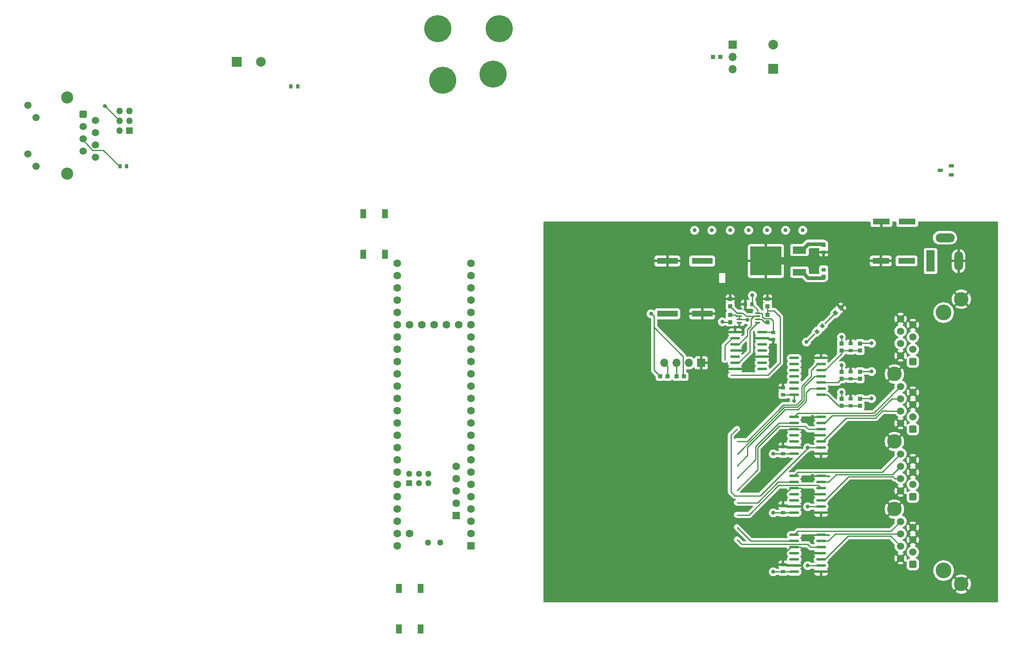
<source format=gbr>
%TF.GenerationSoftware,KiCad,Pcbnew,7.0.5-0*%
%TF.CreationDate,2024-01-02T16:13:28+01:00*%
%TF.ProjectId,mollusc_motion_board,6d6f6c6c-7573-4635-9f6d-6f74696f6e5f,rev?*%
%TF.SameCoordinates,Original*%
%TF.FileFunction,Copper,L1,Top*%
%TF.FilePolarity,Positive*%
%FSLAX46Y46*%
G04 Gerber Fmt 4.6, Leading zero omitted, Abs format (unit mm)*
G04 Created by KiCad (PCBNEW 7.0.5-0) date 2024-01-02 16:13:28*
%MOMM*%
%LPD*%
G01*
G04 APERTURE LIST*
G04 Aperture macros list*
%AMRoundRect*
0 Rectangle with rounded corners*
0 $1 Rounding radius*
0 $2 $3 $4 $5 $6 $7 $8 $9 X,Y pos of 4 corners*
0 Add a 4 corners polygon primitive as box body*
4,1,4,$2,$3,$4,$5,$6,$7,$8,$9,$2,$3,0*
0 Add four circle primitives for the rounded corners*
1,1,$1+$1,$2,$3*
1,1,$1+$1,$4,$5*
1,1,$1+$1,$6,$7*
1,1,$1+$1,$8,$9*
0 Add four rect primitives between the rounded corners*
20,1,$1+$1,$2,$3,$4,$5,0*
20,1,$1+$1,$4,$5,$6,$7,0*
20,1,$1+$1,$6,$7,$8,$9,0*
20,1,$1+$1,$8,$9,$2,$3,0*%
%AMRotRect*
0 Rectangle, with rotation*
0 The origin of the aperture is its center*
0 $1 length*
0 $2 width*
0 $3 Rotation angle, in degrees counterclockwise*
0 Add horizontal line*
21,1,$1,$2,0,0,$3*%
G04 Aperture macros list end*
%TA.AperFunction,SMDPad,CuDef*%
%ADD10R,6.500025X6.000000*%
%TD*%
%TA.AperFunction,SMDPad,CuDef*%
%ADD11R,2.800000X1.350013*%
%TD*%
%TA.AperFunction,SMDPad,CuDef*%
%ADD12R,2.800000X1.500000*%
%TD*%
%TA.AperFunction,SMDPad,CuDef*%
%ADD13R,1.100000X0.400000*%
%TD*%
%TA.AperFunction,SMDPad,CuDef*%
%ADD14O,2.037998X0.573990*%
%TD*%
%TA.AperFunction,SMDPad,CuDef*%
%ADD15R,1.000000X0.800000*%
%TD*%
%TA.AperFunction,SMDPad,CuDef*%
%ADD16R,1.300000X1.900000*%
%TD*%
%TA.AperFunction,SMDPad,CuDef*%
%ADD17R,0.806477X0.864008*%
%TD*%
%TA.AperFunction,SMDPad,CuDef*%
%ADD18R,0.864008X0.806477*%
%TD*%
%TA.AperFunction,SMDPad,CuDef*%
%ADD19RotRect,0.806477X0.864008X45.000000*%
%TD*%
%TA.AperFunction,ComponentPad*%
%ADD20C,3.600000*%
%TD*%
%TA.AperFunction,ConnectorPad*%
%ADD21C,5.600000*%
%TD*%
%TA.AperFunction,SMDPad,CuDef*%
%ADD22RotRect,0.800000X0.800000X135.000000*%
%TD*%
%TA.AperFunction,SMDPad,CuDef*%
%ADD23R,0.800000X0.900000*%
%TD*%
%TA.AperFunction,SMDPad,CuDef*%
%ADD24R,3.500000X1.200000*%
%TD*%
%TA.AperFunction,SMDPad,CuDef*%
%ADD25R,0.900000X0.800000*%
%TD*%
%TA.AperFunction,SMDPad,CuDef*%
%ADD26R,4.300000X1.259995*%
%TD*%
%TA.AperFunction,ComponentPad*%
%ADD27R,2.000000X2.000000*%
%TD*%
%TA.AperFunction,ComponentPad*%
%ADD28C,2.000000*%
%TD*%
%TA.AperFunction,ComponentPad*%
%ADD29R,1.700000X1.700000*%
%TD*%
%TA.AperFunction,ComponentPad*%
%ADD30O,1.700000X1.700000*%
%TD*%
%TA.AperFunction,ComponentPad*%
%ADD31R,1.600000X1.600000*%
%TD*%
%TA.AperFunction,ComponentPad*%
%ADD32C,1.600000*%
%TD*%
%TA.AperFunction,ComponentPad*%
%ADD33R,1.300000X1.300000*%
%TD*%
%TA.AperFunction,ComponentPad*%
%ADD34C,1.300000*%
%TD*%
%TA.AperFunction,ComponentPad*%
%ADD35R,1.350000X1.350000*%
%TD*%
%TA.AperFunction,ComponentPad*%
%ADD36O,1.350000X1.350000*%
%TD*%
%TA.AperFunction,ComponentPad*%
%ADD37R,1.800000X4.400000*%
%TD*%
%TA.AperFunction,ComponentPad*%
%ADD38O,1.800000X4.000000*%
%TD*%
%TA.AperFunction,ComponentPad*%
%ADD39O,4.000000X1.800000*%
%TD*%
%TA.AperFunction,WasherPad*%
%ADD40C,3.250000*%
%TD*%
%TA.AperFunction,ComponentPad*%
%ADD41RoundRect,0.250500X0.499500X-0.499500X0.499500X0.499500X-0.499500X0.499500X-0.499500X-0.499500X0*%
%TD*%
%TA.AperFunction,ComponentPad*%
%ADD42C,1.500000*%
%TD*%
%TA.AperFunction,ComponentPad*%
%ADD43C,3.000000*%
%TD*%
%TA.AperFunction,ComponentPad*%
%ADD44RoundRect,0.250500X-0.499500X0.499500X-0.499500X-0.499500X0.499500X-0.499500X0.499500X0.499500X0*%
%TD*%
%TA.AperFunction,ComponentPad*%
%ADD45C,2.500000*%
%TD*%
%TA.AperFunction,ViaPad*%
%ADD46C,0.800000*%
%TD*%
%TA.AperFunction,Conductor*%
%ADD47C,0.250000*%
%TD*%
%TA.AperFunction,Conductor*%
%ADD48C,0.750000*%
%TD*%
%TA.AperFunction,Conductor*%
%ADD49C,1.500000*%
%TD*%
G04 APERTURE END LIST*
D10*
%TO.P,Q1,4,GND*%
%TO.N,GND*%
X45974000Y70612000D03*
D11*
%TO.P,Q1,1,IN*%
%TO.N,+12V*%
X52924216Y68304913D03*
D12*
%TO.P,Q1,3,OUT*%
%TO.N,+5V*%
X52924216Y72884797D03*
%TD*%
D13*
%TO.P,U7,1*%
%TO.N,Net-(U6-1Y)*%
X40493164Y59835030D03*
%TO.P,U7,2*%
%TO.N,/DynamixelConnection/DYN_DATA*%
X40493164Y59185043D03*
%TO.P,U7,3*%
X40493164Y58535055D03*
%TO.P,U7,4,GND*%
%TO.N,GND*%
X40493164Y57885068D03*
%TO.P,U7,5*%
%TO.N,Net-(U6-2Y)*%
X44293164Y57885068D03*
%TO.P,U7,6*%
%TO.N,Net-(R12-Pad1)*%
X44293164Y58535055D03*
%TO.P,U7,7*%
%TO.N,Net-(U6-1Y)*%
X44293164Y59185043D03*
%TO.P,U7,8,VCC*%
%TO.N,+5V*%
X44293164Y59835030D03*
%TD*%
D14*
%TO.P,U6,1,1~{OE}*%
%TO.N,GND*%
X39624000Y55880008D03*
%TO.P,U6,2,1A*%
%TO.N,/DYN_DIRECTION*%
X39624000Y54610005D03*
%TO.P,U6,3,1Y*%
%TO.N,Net-(U6-1Y)*%
X39624000Y53340003D03*
%TO.P,U6,4,2~{OE}*%
%TO.N,GND*%
X39624000Y52070000D03*
%TO.P,U6,5,2A*%
%TO.N,/DYN_TX*%
X39624000Y50799997D03*
%TO.P,U6,6,2Y*%
%TO.N,Net-(U6-2Y)*%
X39624000Y49529995D03*
%TO.P,U6,7,GND*%
%TO.N,GND*%
X39624000Y48259992D03*
%TO.P,U6,14,VCC*%
%TO.N,+5V*%
X45162227Y55880008D03*
%TO.P,U6,13,4~{OE}*%
%TO.N,GND*%
X45162227Y54610005D03*
%TO.P,U6,12,4A*%
%TO.N,unconnected-(U6-4A-Pad12)*%
X45162227Y53340003D03*
%TO.P,U6,11,4Y*%
%TO.N,unconnected-(U6-4Y-Pad11)*%
X45162227Y52070000D03*
%TO.P,U6,10,3~{OE}*%
%TO.N,GND*%
X45162227Y50799997D03*
%TO.P,U6,9,3A*%
%TO.N,unconnected-(U6-3A-Pad9)*%
X45162227Y49529995D03*
%TO.P,U6,8,3Y*%
%TO.N,unconnected-(U6-3Y-Pad8)*%
X45162227Y48259992D03*
%TD*%
D15*
%TO.P,U5,2,2*%
%TO.N,GND*%
X84328000Y90292026D03*
%TO.P,U5,3,3*%
%TO.N,+12V*%
X82027974Y89342064D03*
%TO.P,U5,1,1*%
%TO.N,GND*%
X84328000Y88392000D03*
%TD*%
D14*
%TO.P,U4,1*%
%TO.N,Net-(C8-Pad1)*%
X57379164Y42925992D03*
%TO.P,U4,2*%
%TO.N,/STEPPER_03_END*%
X57379164Y44195995D03*
%TO.P,U4,3*%
%TO.N,Net-(C6-Pad1)*%
X57379164Y45465997D03*
%TO.P,U4,4*%
%TO.N,/STEPPER_02_END*%
X57379164Y46736000D03*
%TO.P,U4,5*%
%TO.N,Net-(C4-Pad1)*%
X57379164Y48006003D03*
%TO.P,U4,6*%
%TO.N,/STEPPER_01_END*%
X57379164Y49276005D03*
%TO.P,U4,7,GND*%
%TO.N,GND*%
X57379164Y50546008D03*
%TO.P,U4,14,VCC*%
%TO.N,+3.3V*%
X51840937Y42925992D03*
%TO.P,U4,13*%
%TO.N,unconnected-(U4-Pad13)*%
X51840937Y44195995D03*
%TO.P,U4,12*%
%TO.N,unconnected-(U4-Pad12)*%
X51840937Y45465997D03*
%TO.P,U4,11*%
%TO.N,unconnected-(U4-Pad11)*%
X51840937Y46736000D03*
%TO.P,U4,10*%
%TO.N,unconnected-(U4-Pad10)*%
X51840937Y48006003D03*
%TO.P,U4,9*%
%TO.N,unconnected-(U4-Pad9)*%
X51840937Y49276005D03*
%TO.P,U4,8*%
%TO.N,unconnected-(U4-Pad8)*%
X51840937Y50546008D03*
%TD*%
%TO.P,U3,1,1~{OE}*%
%TO.N,GND*%
X57379164Y6349992D03*
%TO.P,U3,2,1A*%
%TO.N,/TEENSY_STEPPER_ENABLE*%
X57379164Y7619995D03*
%TO.P,U3,3,1Y*%
%TO.N,/Stepper03/ENA+*%
X57379164Y8889997D03*
%TO.P,U3,4,2~{OE}*%
%TO.N,GND*%
X57379164Y10160000D03*
%TO.P,U3,5,2A*%
%TO.N,/STEPPER_03_DIR*%
X57379164Y11430003D03*
%TO.P,U3,6,2Y*%
%TO.N,/Stepper03/DIR+*%
X57379164Y12700005D03*
%TO.P,U3,7,GND*%
%TO.N,GND*%
X57379164Y13970008D03*
%TO.P,U3,14,VCC*%
%TO.N,+5V*%
X51840937Y6349992D03*
%TO.P,U3,13,4~{OE}*%
%TO.N,GND*%
X51840937Y7619995D03*
%TO.P,U3,12,4A*%
%TO.N,unconnected-(U3-4A-Pad12)*%
X51840937Y8889997D03*
%TO.P,U3,11,4Y*%
%TO.N,unconnected-(U3-4Y-Pad11)*%
X51840937Y10160000D03*
%TO.P,U3,10,3~{OE}*%
%TO.N,GND*%
X51840937Y11430003D03*
%TO.P,U3,9,3A*%
%TO.N,/STEPPER_03_PULSE*%
X51840937Y12700005D03*
%TO.P,U3,8,3Y*%
%TO.N,/Stepper03/PUL+*%
X51840937Y13970008D03*
%TD*%
%TO.P,U2,1,1~{OE}*%
%TO.N,GND*%
X57379164Y18541992D03*
%TO.P,U2,2,1A*%
%TO.N,/TEENSY_STEPPER_ENABLE*%
X57379164Y19811995D03*
%TO.P,U2,3,1Y*%
%TO.N,/Stepper02/ENA+*%
X57379164Y21081997D03*
%TO.P,U2,4,2~{OE}*%
%TO.N,GND*%
X57379164Y22352000D03*
%TO.P,U2,5,2A*%
%TO.N,/STEPPER_02_DIR*%
X57379164Y23622003D03*
%TO.P,U2,6,2Y*%
%TO.N,/Stepper02/DIR+*%
X57379164Y24892005D03*
%TO.P,U2,7,GND*%
%TO.N,GND*%
X57379164Y26162008D03*
%TO.P,U2,14,VCC*%
%TO.N,+5V*%
X51840937Y18541992D03*
%TO.P,U2,13,4~{OE}*%
%TO.N,GND*%
X51840937Y19811995D03*
%TO.P,U2,12,4A*%
%TO.N,unconnected-(U2-4A-Pad12)*%
X51840937Y21081997D03*
%TO.P,U2,11,4Y*%
%TO.N,unconnected-(U2-4Y-Pad11)*%
X51840937Y22352000D03*
%TO.P,U2,10,3~{OE}*%
%TO.N,GND*%
X51840937Y23622003D03*
%TO.P,U2,9,3A*%
%TO.N,/STEPPER_02_PULSE*%
X51840937Y24892005D03*
%TO.P,U2,8,3Y*%
%TO.N,/Stepper02/PUL+*%
X51840937Y26162008D03*
%TD*%
%TO.P,U1,1,1~{OE}*%
%TO.N,GND*%
X57379164Y30733992D03*
%TO.P,U1,2,1A*%
%TO.N,/TEENSY_STEPPER_ENABLE*%
X57379164Y32003995D03*
%TO.P,U1,3,1Y*%
%TO.N,/Stepper01/ENA+*%
X57379164Y33273997D03*
%TO.P,U1,4,2~{OE}*%
%TO.N,GND*%
X57379164Y34544000D03*
%TO.P,U1,5,2A*%
%TO.N,/STEPPER_01_DIR*%
X57379164Y35814003D03*
%TO.P,U1,6,2Y*%
%TO.N,/Stepper01/DIR+*%
X57379164Y37084005D03*
%TO.P,U1,7,GND*%
%TO.N,GND*%
X57379164Y38354008D03*
%TO.P,U1,14,VCC*%
%TO.N,+5V*%
X51840937Y30733992D03*
%TO.P,U1,13,4~{OE}*%
%TO.N,GND*%
X51840937Y32003995D03*
%TO.P,U1,12,4A*%
%TO.N,unconnected-(U1-4A-Pad12)*%
X51840937Y33273997D03*
%TO.P,U1,11,4Y*%
%TO.N,unconnected-(U1-4Y-Pad11)*%
X51840937Y34544000D03*
%TO.P,U1,10,3~{OE}*%
%TO.N,GND*%
X51840937Y35814003D03*
%TO.P,U1,9,3A*%
%TO.N,/STEPPER_01_PULSE*%
X51840937Y37084005D03*
%TO.P,U1,8,3Y*%
%TO.N,/Stepper01/PUL+*%
X51840937Y38354008D03*
%TD*%
D16*
%TO.P,SW2,4*%
%TO.N,N/C*%
X-37301860Y72000025D03*
%TO.P,SW2,3*%
X-37301860Y80400076D03*
%TO.P,SW2,2,2*%
%TO.N,Net-(U9-14_A0_TX3_SPDIF_OUT)*%
X-32801987Y72000025D03*
%TO.P,SW2,1,1*%
%TO.N,GND*%
X-32801987Y80400076D03*
%TD*%
%TO.P,SW1,4*%
%TO.N,N/C*%
X-29935860Y-5469975D03*
%TO.P,SW1,3*%
X-29935860Y2930076D03*
%TO.P,SW1,2,2*%
%TO.N,Net-(U9-17_A3_TX4_SDA1)*%
X-25435987Y-5469975D03*
%TO.P,SW1,1,1*%
%TO.N,GND*%
X-25435987Y2930076D03*
%TD*%
D17*
%TO.P,R14,2*%
%TO.N,/NEOPIXEL_SIG*%
X35052000Y112776000D03*
%TO.P,R14,1*%
%TO.N,Net-(J1-Pin_2)*%
X36558732Y112776000D03*
%TD*%
D18*
%TO.P,R13,2*%
%TO.N,GND*%
X46330164Y62779781D03*
%TO.P,R13,1*%
%TO.N,/DYN_RX*%
X46330164Y61273049D03*
%TD*%
%TO.P,R12,2*%
%TO.N,/DYN_RX*%
X46330164Y59486415D03*
%TO.P,R12,1*%
%TO.N,Net-(R12-Pad1)*%
X46330164Y57979683D03*
%TD*%
%TO.P,R11,2*%
%TO.N,/DynamixelConnection/DYN_DATA*%
X38583164Y59486415D03*
%TO.P,R11,1*%
%TO.N,+5V*%
X38583164Y57979683D03*
%TD*%
%TO.P,R10,2*%
%TO.N,Net-(U6-1Y)*%
X38583164Y61273049D03*
%TO.P,R10,1*%
%TO.N,GND*%
X38583164Y62779781D03*
%TD*%
D17*
%TO.P,R9,2*%
%TO.N,/I2C_SDA*%
X25636732Y46746000D03*
%TO.P,R9,1*%
%TO.N,+3.3V*%
X24130000Y46746000D03*
%TD*%
%TO.P,R8,2*%
%TO.N,/I2C_SCL*%
X27541732Y46746000D03*
%TO.P,R8,1*%
%TO.N,+3.3V*%
X29048464Y46746000D03*
%TD*%
D18*
%TO.P,R7,2*%
%TO.N,Net-(C8-Pad1)*%
X65405000Y40648634D03*
%TO.P,R7,1*%
%TO.N,/Stepper03/SIG*%
X65405000Y42155366D03*
%TD*%
%TO.P,R6,2*%
%TO.N,+3.3V*%
X61595000Y42155366D03*
%TO.P,R6,1*%
%TO.N,Net-(C8-Pad1)*%
X61595000Y40648634D03*
%TD*%
%TO.P,R5,2*%
%TO.N,Net-(C6-Pad1)*%
X65405000Y46236634D03*
%TO.P,R5,1*%
%TO.N,/Stepper02/SIG*%
X65405000Y47743366D03*
%TD*%
%TO.P,R4,2*%
%TO.N,+3.3V*%
X61595000Y47743366D03*
%TO.P,R4,1*%
%TO.N,Net-(C6-Pad1)*%
X61595000Y46236634D03*
%TD*%
%TO.P,R3,2*%
%TO.N,Net-(C4-Pad1)*%
X65405000Y52078634D03*
%TO.P,R3,1*%
%TO.N,/Stepper01/SIG*%
X65405000Y53585366D03*
%TD*%
%TO.P,R2,2*%
%TO.N,+3.3V*%
X61595000Y53585366D03*
%TO.P,R2,1*%
%TO.N,Net-(C4-Pad1)*%
X61595000Y52078634D03*
%TD*%
D19*
%TO.P,R1,2*%
%TO.N,GND*%
X61451724Y60943723D03*
%TO.P,R1,1*%
%TO.N,Net-(D1-K)*%
X60386304Y59878303D03*
%TD*%
D20*
%TO.P,H4,1*%
%TO.N,N/C*%
X-9144000Y118618000D03*
D21*
X-9144000Y118618000D03*
%TD*%
D20*
%TO.P,H3,1*%
%TO.N,N/C*%
X-10414000Y109220000D03*
D21*
X-10414000Y109220000D03*
%TD*%
D20*
%TO.P,H2,1*%
%TO.N,N/C*%
X-20828000Y107950000D03*
D21*
X-20828000Y107950000D03*
%TD*%
D20*
%TO.P,H1,1*%
%TO.N,N/C*%
X-21844000Y118618000D03*
D21*
X-21844000Y118618000D03*
%TD*%
D22*
%TO.P,D1,2,A*%
%TO.N,+5V*%
X57671898Y57168746D03*
%TO.P,D1,1,K*%
%TO.N,Net-(D1-K)*%
X56546130Y56033280D03*
%TD*%
D23*
%TO.P,C19,2*%
%TO.N,GND*%
X-86176609Y90170000D03*
%TO.P,C19,1*%
%TO.N,Net-(C19-Pad1)*%
X-87576659Y90170000D03*
%TD*%
%TO.P,C17,2*%
%TO.N,+12V*%
X-50853341Y106680000D03*
%TO.P,C17,1*%
%TO.N,GND*%
X-52253391Y106680000D03*
%TD*%
D24*
%TO.P,C16,2*%
%TO.N,GND*%
X69850000Y78740000D03*
%TO.P,C16,1*%
%TO.N,+12V*%
X75189853Y78740000D03*
%TD*%
%TO.P,C14,2*%
%TO.N,GND*%
X69720124Y70612127D03*
%TO.P,C14,1*%
%TO.N,+12V*%
X75059977Y70612127D03*
%TD*%
D25*
%TO.P,C13,2*%
%TO.N,unconnected-(C13-Pad2)*%
X57912000Y68788025D03*
%TO.P,C13,1*%
%TO.N,+12V*%
X57912000Y67387975D03*
%TD*%
%TO.P,C12,2*%
%TO.N,GND*%
X57912000Y72451975D03*
%TO.P,C12,1*%
%TO.N,+5V*%
X57912000Y73852025D03*
%TD*%
D23*
%TO.P,C11,2*%
%TO.N,+5V*%
X43093189Y61654049D03*
%TO.P,C11,1*%
%TO.N,GND*%
X41693139Y61654049D03*
%TD*%
D25*
%TO.P,C10,2*%
%TO.N,+5V*%
X49530000Y30795975D03*
%TO.P,C10,1*%
%TO.N,GND*%
X49530000Y32196025D03*
%TD*%
D26*
%TO.P,C9,2*%
%TO.N,GND*%
X32806393Y59690000D03*
%TO.P,C9,1*%
%TO.N,+3.3V*%
X25613607Y59690000D03*
%TD*%
D25*
%TO.P,C8,2*%
%TO.N,GND*%
X63500000Y42102025D03*
%TO.P,C8,1*%
%TO.N,Net-(C8-Pad1)*%
X63500000Y40701975D03*
%TD*%
%TO.P,C7,2*%
%TO.N,+5V*%
X47473164Y55826659D03*
%TO.P,C7,1*%
%TO.N,GND*%
X47473164Y54426609D03*
%TD*%
%TO.P,C6,2*%
%TO.N,GND*%
X63500000Y47690025D03*
%TO.P,C6,1*%
%TO.N,Net-(C6-Pad1)*%
X63500000Y46289975D03*
%TD*%
%TO.P,C5,2*%
%TO.N,+5V*%
X49530000Y18612609D03*
%TO.P,C5,1*%
%TO.N,GND*%
X49530000Y20012659D03*
%TD*%
%TO.P,C4,2*%
%TO.N,GND*%
X63500000Y53532025D03*
%TO.P,C4,1*%
%TO.N,Net-(C4-Pad1)*%
X63500000Y52131975D03*
%TD*%
%TO.P,C3,2*%
%TO.N,+3.3V*%
X49530000Y42987975D03*
%TO.P,C3,1*%
%TO.N,GND*%
X49530000Y44388025D03*
%TD*%
%TO.P,C2,2*%
%TO.N,+5V*%
X49530000Y6403341D03*
%TO.P,C2,1*%
%TO.N,GND*%
X49530000Y7803391D03*
%TD*%
D26*
%TO.P,C1,2*%
%TO.N,GND*%
X25613607Y70612000D03*
%TO.P,C1,1*%
%TO.N,+5V*%
X32806393Y70612000D03*
%TD*%
D27*
%TO.P,C15,1*%
%TO.N,+5V*%
X47498000Y110316000D03*
D28*
%TO.P,C15,2*%
%TO.N,GND*%
X47498000Y115316000D03*
%TD*%
D29*
%TO.P,J1,1,Pin_1*%
%TO.N,GND*%
X39116000Y115316000D03*
D30*
%TO.P,J1,2,Pin_2*%
%TO.N,Net-(J1-Pin_2)*%
X39116000Y112776000D03*
%TO.P,J1,3,Pin_3*%
%TO.N,+5V*%
X39116000Y110236000D03*
%TD*%
D29*
%TO.P,J_I2C1,1,Pin_1*%
%TO.N,GND*%
X32611732Y49540000D03*
D30*
%TO.P,J_I2C1,2,Pin_2*%
%TO.N,+5V*%
X30071732Y49540000D03*
%TO.P,J_I2C1,3,Pin_3*%
%TO.N,/I2C_SCL*%
X27531732Y49540000D03*
%TO.P,J_I2C1,4,Pin_4*%
%TO.N,/I2C_SDA*%
X24991732Y49540000D03*
%TD*%
D31*
%TO.P,U9,1,GND*%
%TO.N,GND*%
X-14986000Y11684000D03*
D32*
%TO.P,U9,2,0_RX1_CRX2_CS1*%
%TO.N,/STEPPER_03_DIR*%
X-14986000Y14224000D03*
%TO.P,U9,3,1_TX1_CTX2_MISO1*%
%TO.N,/STEPPER_03_PULSE*%
X-14986000Y16764000D03*
%TO.P,U9,4,2_OUT2*%
%TO.N,/STEPPER_02_DIR*%
X-14986000Y19304000D03*
%TO.P,U9,5,3_LRCLK2*%
%TO.N,/STEPPER_02_PULSE*%
X-14986000Y21844000D03*
%TO.P,U9,6,4_BCLK2*%
%TO.N,/STEPPER_01_DIR*%
X-14986000Y24384000D03*
%TO.P,U9,7,5_IN2*%
%TO.N,/STEPPER_01_PULSE*%
X-14986000Y26924000D03*
%TO.P,U9,8,6_OUT1D*%
%TO.N,/STEPPER_03_END*%
X-14986000Y29464000D03*
%TO.P,U9,9,7_RX2_OUT1A*%
%TO.N,/STEPPER_02_END*%
X-14986000Y32004000D03*
%TO.P,U9,10,8_TX2_IN1*%
%TO.N,/STEPPER_01_END*%
X-14986000Y34544000D03*
%TO.P,U9,11,9_OUT1C*%
%TO.N,/TEENSY_STEPPER_ENABLE*%
X-14986000Y37084000D03*
%TO.P,U9,12,10_CS_MQSR*%
%TO.N,unconnected-(U9-10_CS_MQSR-Pad12)*%
X-14986000Y39624000D03*
%TO.P,U9,13,11_MOSI_CTX1*%
%TO.N,unconnected-(U9-11_MOSI_CTX1-Pad13)*%
X-14986000Y42164000D03*
%TO.P,U9,14,12_MISO_MQSL*%
%TO.N,unconnected-(U9-12_MISO_MQSL-Pad14)*%
X-14986000Y44704000D03*
%TO.P,U9,15,3V3*%
%TO.N,unconnected-(U9-3V3-Pad15)*%
X-14986000Y47244000D03*
%TO.P,U9,16,24_A10_TX6_SCL2*%
%TO.N,/NEOPIXEL_SIG*%
X-14986000Y49784000D03*
%TO.P,U9,17,25_A11_RX6_SDA2*%
%TO.N,unconnected-(U9-25_A11_RX6_SDA2-Pad17)*%
X-14986000Y52324000D03*
%TO.P,U9,18,26_A12_MOSI1*%
%TO.N,unconnected-(U9-26_A12_MOSI1-Pad18)*%
X-14986000Y54864000D03*
%TO.P,U9,19,27_A13_SCK1*%
%TO.N,unconnected-(U9-27_A13_SCK1-Pad19)*%
X-14986000Y57404000D03*
%TO.P,U9,20,28_RX7*%
%TO.N,unconnected-(U9-28_RX7-Pad20)*%
X-14986000Y59944000D03*
%TO.P,U9,21,29_TX7*%
%TO.N,unconnected-(U9-29_TX7-Pad21)*%
X-14986000Y62484000D03*
%TO.P,U9,22,30_CRX3*%
%TO.N,unconnected-(U9-30_CRX3-Pad22)*%
X-14986000Y65024000D03*
%TO.P,U9,23,31_CTX3*%
%TO.N,unconnected-(U9-31_CTX3-Pad23)*%
X-14986000Y67564000D03*
%TO.P,U9,24,32_OUT1B*%
%TO.N,unconnected-(U9-32_OUT1B-Pad24)*%
X-14986000Y70104000D03*
%TO.P,U9,25,33_MCLK2*%
%TO.N,unconnected-(U9-33_MCLK2-Pad25)*%
X-30226000Y70104000D03*
%TO.P,U9,26,34_RX8*%
%TO.N,unconnected-(U9-34_RX8-Pad26)*%
X-30226000Y67564000D03*
%TO.P,U9,27,35_TX8*%
%TO.N,unconnected-(U9-35_TX8-Pad27)*%
X-30226000Y65024000D03*
%TO.P,U9,28,36_CS*%
%TO.N,unconnected-(U9-36_CS-Pad28)*%
X-30226000Y62484000D03*
%TO.P,U9,29,37_CS*%
%TO.N,unconnected-(U9-37_CS-Pad29)*%
X-30226000Y59944000D03*
%TO.P,U9,30,38_CS1_IN1*%
%TO.N,unconnected-(U9-38_CS1_IN1-Pad30)*%
X-30226000Y57404000D03*
%TO.P,U9,31,39_MISO1_OUT1A*%
%TO.N,unconnected-(U9-39_MISO1_OUT1A-Pad31)*%
X-30226000Y54864000D03*
%TO.P,U9,32,40_A16*%
%TO.N,unconnected-(U9-40_A16-Pad32)*%
X-30226000Y52324000D03*
%TO.P,U9,33,41_A17*%
%TO.N,unconnected-(U9-41_A17-Pad33)*%
X-30226000Y49784000D03*
%TO.P,U9,34,GND*%
%TO.N,GND*%
X-30226000Y47244000D03*
%TO.P,U9,35,13_SCK_LED*%
%TO.N,unconnected-(U9-13_SCK_LED-Pad35)*%
X-30226000Y44704000D03*
%TO.P,U9,36,14_A0_TX3_SPDIF_OUT*%
%TO.N,Net-(U9-14_A0_TX3_SPDIF_OUT)*%
X-30226000Y42164000D03*
%TO.P,U9,37,15_A1_RX3_SPDIF_IN*%
%TO.N,unconnected-(U9-15_A1_RX3_SPDIF_IN-Pad37)*%
X-30226000Y39624000D03*
%TO.P,U9,38,16_A2_RX4_SCL1*%
%TO.N,unconnected-(U9-16_A2_RX4_SCL1-Pad38)*%
X-30226000Y37084000D03*
%TO.P,U9,39,17_A3_TX4_SDA1*%
%TO.N,Net-(U9-17_A3_TX4_SDA1)*%
X-30226000Y34544000D03*
%TO.P,U9,40,18_A4_SDA*%
%TO.N,/I2C_SDA*%
X-30226000Y32004000D03*
%TO.P,U9,41,19_A5_SCL*%
%TO.N,/I2C_SCL*%
X-30226000Y29464000D03*
%TO.P,U9,42,20_A6_TX5_LRCLK1*%
%TO.N,/DYN_TX*%
X-30226000Y26924000D03*
%TO.P,U9,43,21_A7_RX5_BCLK1*%
%TO.N,/DYN_RX*%
X-30226000Y24384000D03*
%TO.P,U9,44,22_A8_CTX1*%
%TO.N,/DYN_DIRECTION*%
X-30226000Y21844000D03*
%TO.P,U9,45,23_A9_CRX1_MCLK1*%
%TO.N,unconnected-(U9-23_A9_CRX1_MCLK1-Pad45)*%
X-30226000Y19304000D03*
%TO.P,U9,46,3V3*%
%TO.N,+3.3V*%
X-30226000Y16764000D03*
%TO.P,U9,47,GND*%
%TO.N,GND*%
X-30226000Y14224000D03*
%TO.P,U9,48,VIN*%
%TO.N,+5V*%
X-30226000Y11684000D03*
%TO.P,U9,49,VUSB*%
%TO.N,unconnected-(U9-VUSB-Pad49)*%
X-27686000Y14224000D03*
%TO.P,U9,50,VBAT*%
%TO.N,unconnected-(U9-VBAT-Pad50)*%
X-17526000Y57404000D03*
%TO.P,U9,51,3V3*%
%TO.N,unconnected-(U9-3V3-Pad51)*%
X-20066000Y57404000D03*
%TO.P,U9,52,GND*%
%TO.N,unconnected-(U9-GND-Pad52)*%
X-22606000Y57404000D03*
%TO.P,U9,53,PROGRAM*%
%TO.N,unconnected-(U9-PROGRAM-Pad53)*%
X-25146000Y57404000D03*
%TO.P,U9,54,ON_OFF*%
%TO.N,unconnected-(U9-ON_OFF-Pad54)*%
X-27686000Y57404000D03*
D31*
%TO.P,U9,55,5V*%
%TO.N,unconnected-(U9-5V-Pad55)*%
X-18036800Y17983200D03*
D32*
%TO.P,U9,56,D-*%
%TO.N,unconnected-(U9-D--Pad56)*%
X-18036800Y20523200D03*
%TO.P,U9,57,D+*%
%TO.N,unconnected-(U9-D+-Pad57)*%
X-18036800Y23063200D03*
%TO.P,U9,58,GND*%
%TO.N,unconnected-(U9-GND-Pad58)*%
X-18036800Y25603200D03*
%TO.P,U9,59,GND*%
%TO.N,unconnected-(U9-GND-Pad59)*%
X-18036800Y28143200D03*
D33*
%TO.P,U9,60,R+*%
%TO.N,unconnected-(U9-R+-Pad60)*%
X-27787600Y24654000D03*
D34*
%TO.P,U9,61,LED*%
%TO.N,unconnected-(U9-LED-Pad61)*%
X-25787600Y24654000D03*
%TO.P,U9,62,T-*%
%TO.N,unconnected-(U9-T--Pad62)*%
X-23787600Y24654000D03*
%TO.P,U9,63,T+*%
%TO.N,unconnected-(U9-T+-Pad63)*%
X-23787600Y26654000D03*
%TO.P,U9,64,GND*%
%TO.N,unconnected-(U9-GND-Pad64)*%
X-25787600Y26654000D03*
%TO.P,U9,65,R-*%
%TO.N,unconnected-(U9-R--Pad65)*%
X-27787600Y26654000D03*
%TO.P,U9,66,D-*%
%TO.N,unconnected-(U9-D--Pad66)*%
X-23876000Y12414000D03*
%TO.P,U9,67,D+*%
%TO.N,unconnected-(U9-D+-Pad67)*%
X-21336000Y12414000D03*
%TD*%
D35*
%TO.P,J5,1,Pin_1*%
%TO.N,/ETH_TX+*%
X-85630000Y97600000D03*
D36*
%TO.P,J5,2,Pin_2*%
%TO.N,/ETH_TX-*%
X-87630000Y97600000D03*
%TO.P,J5,3,Pin_3*%
%TO.N,GND*%
X-85630000Y99600000D03*
%TO.P,J5,4,Pin_4*%
%TO.N,Net-(J5-Pin_4)*%
X-87630000Y99600000D03*
%TO.P,J5,5,Pin_5*%
%TO.N,/ETH_RX-*%
X-85630000Y101600000D03*
%TO.P,J5,6,Pin_6*%
%TO.N,/ETH_RX+*%
X-87630000Y101600000D03*
%TD*%
D37*
%TO.P,J2,1*%
%TO.N,+12V*%
X80010000Y70612000D03*
D38*
%TO.P,J2,2*%
%TO.N,GND*%
X85810000Y70612000D03*
D39*
%TO.P,J2,3*%
%TO.N,unconnected-(J2-Pad3)*%
X83010000Y75412000D03*
%TD*%
D40*
%TO.P,J4,*%
%TO.N,*%
X82707000Y6604000D03*
X82707000Y59944000D03*
D41*
%TO.P,J4,A1*%
%TO.N,/Stepper03/SIG*%
X76357000Y7874000D03*
D42*
%TO.P,J4,A2*%
%TO.N,GND*%
X73817000Y9134000D03*
%TO.P,J4,A3*%
%TO.N,+3.3V*%
X76357000Y10414000D03*
%TO.P,J4,A4*%
%TO.N,/Stepper03/ENA+*%
X73817000Y11674000D03*
%TO.P,J4,A5*%
%TO.N,GND*%
X76357000Y12954000D03*
%TO.P,J4,A6*%
%TO.N,/Stepper03/DIR+*%
X73817000Y14214000D03*
%TO.P,J4,A7*%
%TO.N,GND*%
X76357000Y15494000D03*
%TO.P,J4,A8*%
%TO.N,/Stepper03/PUL+*%
X73817000Y16754000D03*
D41*
%TO.P,J4,B1*%
%TO.N,/Stepper02/SIG*%
X76357000Y21844000D03*
D42*
%TO.P,J4,B2*%
%TO.N,GND*%
X73817000Y23104000D03*
%TO.P,J4,B3*%
%TO.N,+3.3V*%
X76357000Y24384000D03*
%TO.P,J4,B4*%
%TO.N,/Stepper02/ENA+*%
X73817000Y25644000D03*
%TO.P,J4,B5*%
%TO.N,GND*%
X76357000Y26924000D03*
%TO.P,J4,B6*%
%TO.N,/Stepper02/DIR+*%
X73817000Y28184000D03*
%TO.P,J4,B7*%
%TO.N,GND*%
X76357000Y29464000D03*
%TO.P,J4,B8*%
%TO.N,/Stepper02/PUL+*%
X73817000Y30724000D03*
D41*
%TO.P,J4,C1*%
%TO.N,/Stepper01/SIG*%
X76357000Y35814000D03*
D42*
%TO.P,J4,C2*%
%TO.N,GND*%
X73817000Y37074000D03*
%TO.P,J4,C3*%
%TO.N,+3.3V*%
X76357000Y38354000D03*
%TO.P,J4,C4*%
%TO.N,/Stepper01/ENA+*%
X73817000Y39614000D03*
%TO.P,J4,C5*%
%TO.N,GND*%
X76357000Y40894000D03*
%TO.P,J4,C6*%
%TO.N,/Stepper01/DIR+*%
X73817000Y42154000D03*
%TO.P,J4,C7*%
%TO.N,GND*%
X76357000Y43434000D03*
%TO.P,J4,C8*%
%TO.N,/Stepper01/PUL+*%
X73817000Y44694000D03*
D41*
%TO.P,J4,D1*%
%TO.N,/DynamixelConnection/DYN_DATA*%
X76357000Y49784000D03*
D42*
%TO.P,J4,D2*%
%TO.N,GND*%
X73817000Y51044000D03*
%TO.P,J4,D3*%
%TO.N,+12V*%
X76357000Y52324000D03*
%TO.P,J4,D4*%
X73817000Y53584000D03*
%TO.P,J4,D5*%
X76357000Y54864000D03*
%TO.P,J4,D6*%
X73817000Y56124000D03*
%TO.P,J4,D7*%
%TO.N,GND*%
X76357000Y57404000D03*
%TO.P,J4,D8*%
X73817000Y58664000D03*
D43*
%TO.P,J4,GND,GND*%
X86387000Y3824000D03*
X72547000Y19304000D03*
X72547000Y33274000D03*
X72547000Y47244000D03*
X86387000Y62724000D03*
%TD*%
D44*
%TO.P,J3,1*%
%TO.N,/ETH_TX+*%
X-95150000Y100965000D03*
D42*
%TO.P,J3,2*%
%TO.N,Net-(C19-Pad1)*%
X-92610000Y99695000D03*
%TO.P,J3,3*%
%TO.N,/ETH_TX-*%
X-95150000Y98425000D03*
%TO.P,J3,4*%
%TO.N,/ETH_RX+*%
X-92610000Y97155000D03*
%TO.P,J3,5*%
%TO.N,Net-(C19-Pad1)*%
X-95150000Y95885000D03*
%TO.P,J3,6*%
%TO.N,/ETH_RX-*%
X-92610000Y94615000D03*
%TO.P,J3,7*%
%TO.N,unconnected-(J3-Pad7)*%
X-95150000Y93345000D03*
%TO.P,J3,8*%
%TO.N,GND*%
X-92610000Y92075000D03*
%TO.P,J3,9*%
X-106580000Y102845000D03*
%TO.P,J3,10*%
%TO.N,Net-(J5-Pin_4)*%
X-104880000Y100305000D03*
%TO.P,J3,11*%
%TO.N,unconnected-(J3-Pad11)*%
X-106580000Y92735000D03*
%TO.P,J3,12*%
%TO.N,unconnected-(J3-Pad12)*%
X-104880000Y90195000D03*
D45*
%TO.P,J3,13*%
%TO.N,GND*%
X-98450000Y104395000D03*
X-98450000Y88645000D03*
%TD*%
D27*
%TO.P,C18,1*%
%TO.N,+5V*%
X-63420000Y111760000D03*
D28*
%TO.P,C18,2*%
%TO.N,GND*%
X-58420000Y111760000D03*
%TD*%
D46*
%TO.N,+5V*%
X43180000Y63500000D03*
X38608000Y76962000D03*
X34798000Y76962000D03*
X47498000Y6350000D03*
X47498000Y30734000D03*
X42418000Y76962000D03*
X31242000Y76962000D03*
X47498000Y18542000D03*
X53594000Y76962000D03*
X46228000Y76962000D03*
X50038000Y76962000D03*
X36957000Y58039000D03*
X54356000Y53848000D03*
%TO.N,GND*%
X55626000Y38354000D03*
X41656000Y63500000D03*
X55626000Y13335000D03*
X41529000Y52070000D03*
X41529000Y48260000D03*
X55626000Y26162000D03*
X55626000Y34544000D03*
%TO.N,+3.3V*%
X61595000Y43434000D03*
X51816000Y41656000D03*
X61595000Y49022000D03*
X22225000Y59690000D03*
X61595000Y54864000D03*
%TO.N,/Stepper01/SIG*%
X67818000Y53594000D03*
%TO.N,/Stepper02/SIG*%
X67818000Y47752000D03*
%TO.N,/TEENSY_STEPPER_ENABLE*%
X54610000Y19812000D03*
X54610000Y7620000D03*
X54610000Y32004000D03*
%TO.N,/Stepper03/SIG*%
X67818000Y42164000D03*
%TO.N,/DynamixelConnection/DYN_DATA*%
X42164000Y58420000D03*
%TO.N,Net-(J5-Pin_4)*%
X-90678000Y102616000D03*
%TD*%
D47*
%TO.N,+5V*%
X46956079Y58707921D02*
X47473164Y58190836D01*
X47515268Y18559268D02*
X47498000Y18542000D01*
X44293164Y60507415D02*
X43146530Y61654049D01*
X49530000Y6350000D02*
X47498000Y6350000D01*
X47506634Y30742634D02*
X47498000Y30734000D01*
X47473164Y58190836D02*
X47473164Y55880000D01*
D48*
X57912000Y74152000D02*
X54719811Y74152000D01*
D47*
X51840929Y6350000D02*
X51840937Y6349992D01*
X45093164Y59835030D02*
X45212000Y59716194D01*
X47473164Y55880000D02*
X45162235Y55880000D01*
X49530000Y6350000D02*
X51840929Y6350000D01*
X49530000Y30742634D02*
X47506634Y30742634D01*
X44293164Y59835030D02*
X45093164Y59835030D01*
X45162235Y55880000D02*
X45162227Y55880008D01*
D48*
X54719811Y74152000D02*
X53719816Y73152005D01*
D47*
X43146530Y61654049D02*
X43146530Y63466530D01*
X45212000Y59119337D02*
X45623416Y58707921D01*
X43146530Y63466530D02*
X43180000Y63500000D01*
X49547276Y18541992D02*
X49530000Y18559268D01*
X51840937Y30733992D02*
X49538642Y30733992D01*
X51840937Y18541992D02*
X49547276Y18541992D01*
X49530000Y18559268D02*
X47515268Y18559268D01*
X45212000Y59716194D02*
X45212000Y59119337D01*
X56053688Y55545687D02*
X54356000Y53848000D01*
X38583164Y57979683D02*
X37016317Y57979683D01*
X49538642Y30733992D02*
X49530000Y30742634D01*
X44293164Y59835030D02*
X44293164Y60507415D01*
X45623416Y58707921D02*
X46956079Y58707921D01*
%TO.N,GND*%
X47236427Y54610005D02*
X47473164Y54373268D01*
X51108933Y11430003D02*
X49530000Y9851070D01*
X49766737Y7619995D02*
X49530000Y7856732D01*
X51840937Y11430003D02*
X53085997Y11430003D01*
X49784000Y19812000D02*
X50292000Y19812000D01*
X53212997Y23622003D02*
X54483000Y22352000D01*
D49*
X56134000Y70612000D02*
X45038892Y70612000D01*
D47*
X51840937Y35814003D02*
X51108933Y35814003D01*
X51840937Y23622003D02*
X53212997Y23622003D01*
X49530000Y20066000D02*
X49784000Y19812000D01*
X54356000Y10160000D02*
X57379164Y10160000D01*
X50292000Y19812000D02*
X50292005Y19811995D01*
X51108933Y23622003D02*
X49530000Y22043070D01*
X49775371Y32003995D02*
X49530000Y32249366D01*
X50292005Y19811995D02*
X51840937Y19811995D01*
X51840937Y23622003D02*
X51108933Y23622003D01*
X54483000Y22352000D02*
X57379164Y22352000D01*
X51840937Y7619995D02*
X49766737Y7619995D01*
X49784005Y19811995D02*
X49530000Y20066000D01*
X51840937Y11430003D02*
X51108933Y11430003D01*
X49530000Y9851070D02*
X49530000Y7856732D01*
X49530000Y22043070D02*
X49530000Y20066000D01*
X53085997Y11430003D02*
X54356000Y10160000D01*
%TO.N,+3.3V*%
X61595000Y42155366D02*
X61595000Y43434000D01*
X22860000Y57912000D02*
X22860000Y48016000D01*
X61595000Y47743366D02*
X61595000Y49022000D01*
X51840937Y41807937D02*
X51816000Y41656000D01*
X61595000Y53585366D02*
X61595000Y54864000D01*
X22860000Y56896000D02*
X28896732Y50859268D01*
X51840937Y42925992D02*
X49538642Y42925992D01*
X28896732Y46897732D02*
X29048464Y46746000D01*
X22860000Y57912000D02*
X22860000Y56896000D01*
X23816732Y47059268D02*
X24130000Y46746000D01*
X49538642Y42925992D02*
X49530000Y42934634D01*
X22860000Y57912000D02*
X22860000Y59182000D01*
X51816000Y41656000D02*
X51816000Y41783000D01*
X22860000Y59182000D02*
X22352000Y59690000D01*
X22860000Y48016000D02*
X24130000Y46746000D01*
X51840937Y42925992D02*
X51840937Y41807937D01*
X28896732Y50859268D02*
X28896732Y46897732D01*
%TO.N,Net-(D1-K)*%
X58164412Y57656411D02*
X60386304Y59878303D01*
%TO.N,/Stepper01/SIG*%
X67818000Y53594000D02*
X65484432Y53594000D01*
X65484432Y53594000D02*
X65467164Y53576732D01*
%TO.N,/Stepper01/ENA+*%
X73817000Y39614000D02*
X70866000Y39614000D01*
X62590660Y38158000D02*
X57706657Y33273997D01*
X57706657Y33273997D02*
X57379164Y33273997D01*
X70105396Y39622604D02*
X70857396Y39622604D01*
X70857396Y39622604D02*
X70866000Y39614000D01*
X68640792Y38158000D02*
X62590660Y38158000D01*
X70105396Y39622604D02*
X68640792Y38158000D01*
%TO.N,/Stepper01/DIR+*%
X72000396Y42154000D02*
X68454396Y38608000D01*
X68454396Y38608000D02*
X59690000Y38608000D01*
X73817000Y42154000D02*
X72000396Y42154000D01*
X59690000Y38608000D02*
X58166005Y37084005D01*
X58166005Y37084005D02*
X57379164Y37084005D01*
%TO.N,/STEPPER_01_PULSE*%
X48641005Y37084005D02*
X51840937Y37084005D01*
X39995000Y25730000D02*
X43815000Y29550000D01*
X43815000Y29550000D02*
X43815000Y32258000D01*
X43815000Y32258000D02*
X48641005Y37084005D01*
%TO.N,/Stepper01/PUL+*%
X52602929Y39116000D02*
X68239000Y39116000D01*
X68239000Y39116000D02*
X73817000Y44694000D01*
X51840937Y38354008D02*
X52602929Y39116000D01*
%TO.N,/STEPPER_01_DIR*%
X54737003Y35814003D02*
X54737000Y35814000D01*
X54078990Y36472010D02*
X48665406Y36472010D01*
X48665406Y36472010D02*
X44265000Y32071604D01*
X54737000Y35814000D02*
X54078990Y36472010D01*
X44265000Y32071604D02*
X44265000Y27460000D01*
X57379164Y35814003D02*
X54737003Y35814003D01*
X44265000Y27460000D02*
X39995000Y23190000D01*
%TO.N,/Stepper02/SIG*%
X65482030Y47752000D02*
X65467164Y47766866D01*
X67549134Y47766866D02*
X67564000Y47752000D01*
X67818000Y47752000D02*
X65482030Y47752000D01*
%TO.N,/Stepper02/ENA+*%
X63053170Y26024000D02*
X72264000Y26024000D01*
X58111168Y21081997D02*
X63053170Y26024000D01*
X57379164Y21081997D02*
X58111168Y21081997D01*
X72644000Y25644000D02*
X73817000Y25644000D01*
X72264000Y26024000D02*
X72644000Y25644000D01*
%TO.N,/TEENSY_STEPPER_ENABLE*%
X57379164Y7619995D02*
X54610005Y7619995D01*
X57379164Y32003995D02*
X54610000Y32004000D01*
X54610000Y32004000D02*
X54610005Y32003995D01*
X57379164Y19811995D02*
X54610000Y19812000D01*
X39529009Y22065000D02*
X38735000Y22859009D01*
X54610005Y7619995D02*
X54610000Y7620000D01*
X38735000Y22859009D02*
X38735000Y34630000D01*
X54610000Y32004000D02*
X54610000Y31905559D01*
X44769441Y22065000D02*
X39529009Y22065000D01*
X54610000Y19812000D02*
X54610005Y19811995D01*
X38735000Y34630000D02*
X39995000Y35890000D01*
X54610000Y31905559D02*
X44769441Y22065000D01*
%TO.N,/STEPPER_02_DIR*%
X42494000Y18110000D02*
X39995000Y18110000D01*
X48617998Y24233998D02*
X42494000Y18110000D01*
X57379164Y23622003D02*
X56767169Y24233998D01*
X56767169Y24233998D02*
X48617998Y24233998D01*
%TO.N,/Stepper02/DIR+*%
X60509996Y26474000D02*
X72107000Y26474000D01*
X57379164Y24892005D02*
X58928000Y24892005D01*
X58928000Y24892005D02*
X60509996Y26474000D01*
X72107000Y26474000D02*
X73817000Y28184000D01*
%TO.N,/STEPPER_02_PULSE*%
X51840937Y24892005D02*
X48514005Y24892005D01*
X48514005Y24892005D02*
X44272000Y20650000D01*
X44272000Y20650000D02*
X39995000Y20650000D01*
%TO.N,/Stepper02/PUL+*%
X70017000Y26924000D02*
X73817000Y30724000D01*
X51840937Y26162008D02*
X52602929Y26924000D01*
X52602929Y26924000D02*
X70017000Y26924000D01*
%TO.N,/Stepper03/SIG*%
X67818000Y42164000D02*
X67564000Y42146732D01*
X67818000Y42164000D02*
X65422268Y42164000D01*
X65422268Y42164000D02*
X65405000Y42146732D01*
X67564000Y42146732D02*
X67546732Y42146732D01*
%TO.N,/STEPPER_03_PULSE*%
X42864995Y12700005D02*
X39995000Y15570000D01*
X51840937Y12700005D02*
X42864995Y12700005D01*
%TO.N,/Stepper03/ENA+*%
X62937170Y13716000D02*
X71775000Y13716000D01*
X71775000Y13716000D02*
X73817000Y11674000D01*
X57379164Y8889997D02*
X58111168Y8889997D01*
X58111168Y8889997D02*
X62937170Y13716000D01*
%TO.N,/STEPPER_03_DIR*%
X40983002Y12041998D02*
X39995000Y13030000D01*
X57379164Y11430003D02*
X55221995Y11430003D01*
X54610000Y12041998D02*
X40983002Y12041998D01*
X55221995Y11430003D02*
X54610000Y12041998D01*
%TO.N,/Stepper03/DIR+*%
X58870005Y12700005D02*
X60384000Y14214000D01*
X73817000Y14214000D02*
X60384000Y14214000D01*
X57379164Y12700005D02*
X58870005Y12700005D01*
%TO.N,/Stepper03/PUL+*%
X52602929Y14732000D02*
X71795000Y14732000D01*
X71795000Y14732000D02*
X73817000Y16754000D01*
X51840937Y13970008D02*
X52602929Y14732000D01*
%TO.N,/STEPPER_01_END*%
X52266000Y40836000D02*
X53398000Y41968000D01*
X49597604Y40836000D02*
X52266000Y40836000D01*
X42111604Y33350000D02*
X49597604Y40836000D01*
X53723578Y45082422D02*
X53723578Y45087578D01*
X55372000Y48000845D02*
X56647160Y49276005D01*
X55372000Y46736000D02*
X55372000Y48000845D01*
X56647160Y49276005D02*
X57379164Y49276005D01*
X39995000Y33350000D02*
X42111604Y33350000D01*
X53398000Y44756844D02*
X53723578Y45082422D01*
X53398000Y41968000D02*
X53398000Y44756844D01*
X53723578Y45087578D02*
X55372000Y46736000D01*
%TO.N,/STEPPER_02_END*%
X52452396Y40386000D02*
X53848000Y41781604D01*
X49784000Y40386000D02*
X52452396Y40386000D01*
X40208000Y30810000D02*
X49784000Y40386000D01*
X53848000Y44570447D02*
X56013553Y46736000D01*
X39995000Y30810000D02*
X40208000Y30810000D01*
X53848000Y41781604D02*
X53848000Y44570447D01*
X56013553Y46736000D02*
X57379164Y46736000D01*
%TO.N,/STEPPER_03_END*%
X42164000Y30439000D02*
X39995000Y28270000D01*
X54298000Y43376000D02*
X54298000Y41595208D01*
X42228198Y32193802D02*
X42164000Y32129604D01*
X42228198Y32193802D02*
X49970396Y39936000D01*
X57379164Y44195995D02*
X55117995Y44195995D01*
X42164000Y32129604D02*
X42164000Y30439000D01*
X49970396Y39936000D02*
X52638792Y39936000D01*
X52638792Y39936000D02*
X54298000Y41595208D01*
X55117995Y44195995D02*
X54298000Y43376000D01*
%TO.N,/DYN_RX*%
X46330164Y60325000D02*
X46330164Y59486415D01*
X46355000Y46990000D02*
X48895000Y49530000D01*
X38735000Y46990000D02*
X46355000Y46990000D01*
X48895000Y49530000D02*
X48895000Y59055000D01*
X46330164Y61273049D02*
X46330164Y60325000D01*
X48895000Y59055000D02*
X47625000Y60325000D01*
X47625000Y60325000D02*
X46330164Y60325000D01*
%TO.N,Net-(C4-Pad1)*%
X58175607Y48006003D02*
X57379164Y48006003D01*
X61657164Y52070000D02*
X65467164Y52070000D01*
X61595000Y52078634D02*
X61595000Y51425396D01*
X61595000Y51425396D02*
X58175607Y48006003D01*
%TO.N,Net-(C6-Pad1)*%
X60863027Y45465997D02*
X61657164Y46260134D01*
X57379164Y45465997D02*
X60863027Y45465997D01*
X61657164Y46260134D02*
X65467164Y46260134D01*
%TO.N,Net-(C8-Pad1)*%
X57379164Y42925992D02*
X58674008Y42925992D01*
X60960000Y40640000D02*
X65405000Y40640000D01*
X58674008Y42925992D02*
X60960000Y40640000D01*
D48*
%TO.N,+12V*%
X54703811Y67088000D02*
X53719816Y68071995D01*
X57912000Y67088000D02*
X54703811Y67088000D01*
D47*
%TO.N,/DynamixelConnection/DYN_DATA*%
X40493164Y59185043D02*
X39874957Y59185043D01*
X40493164Y58535055D02*
X42048945Y58535055D01*
X39874957Y59185043D02*
X39573585Y59486415D01*
X38583164Y59486415D02*
X39573585Y59486415D01*
X40493164Y59185043D02*
X40493164Y58535055D01*
X42048945Y58535055D02*
X42164000Y58420000D01*
%TO.N,Net-(U6-1Y)*%
X40319009Y53340003D02*
X39624000Y53340003D01*
X41243177Y59835030D02*
X40493164Y59835030D01*
X43493164Y59185043D02*
X42930653Y58622532D01*
X42930653Y57158953D02*
X42164000Y56392300D01*
X42164000Y56392300D02*
X42164000Y55184994D01*
X41893164Y59185043D02*
X41243177Y59835030D01*
X42930653Y58622532D02*
X42930653Y57158953D01*
X40021183Y59835030D02*
X38583164Y61273049D01*
X43180000Y59185043D02*
X41893164Y59185043D01*
X43184653Y59180390D02*
X43180000Y59185043D01*
X42164000Y55184994D02*
X40319009Y53340003D01*
X44293164Y59185043D02*
X43493164Y59185043D01*
X40493164Y59835030D02*
X40021183Y59835030D01*
X44293164Y59185043D02*
X43180000Y59185043D01*
%TO.N,/DYN_TX*%
X39624000Y50799997D02*
X38928991Y50799997D01*
%TO.N,Net-(R12-Pad1)*%
X45096945Y58535055D02*
X44293164Y58535055D01*
X45720000Y57912000D02*
X45096945Y58535055D01*
X46330164Y57979683D02*
X46262481Y57912000D01*
X46262481Y57912000D02*
X45720000Y57912000D01*
%TO.N,/I2C_SCL*%
X27541732Y49530000D02*
X27531732Y49540000D01*
X27541732Y46746000D02*
X27541732Y49530000D01*
%TO.N,/I2C_SDA*%
X25636732Y48895000D02*
X25636732Y46746000D01*
X24991732Y49540000D02*
X25636732Y48895000D01*
%TO.N,/DYN_DIRECTION*%
X38928991Y54610005D02*
X39624000Y54610005D01*
X37465000Y53146014D02*
X38928991Y54610005D01*
X37465000Y50165000D02*
X37465000Y53146014D01*
%TO.N,Net-(U6-2Y)*%
X39624000Y49529995D02*
X40319009Y49529995D01*
X42672000Y51882986D02*
X42672000Y56263904D01*
X42672000Y56263904D02*
X44293164Y57885068D01*
X40319009Y49529995D02*
X42672000Y51882986D01*
%TO.N,Net-(C19-Pad1)*%
X-93218000Y93472000D02*
X-95150000Y95634720D01*
X-91000000Y93472000D02*
X-93218000Y93472000D01*
X-95150000Y95634720D02*
X-95150000Y95885000D01*
X-87630000Y90170000D02*
X-91000000Y93472000D01*
%TO.N,Net-(J5-Pin_4)*%
X-90678000Y102616000D02*
X-90646000Y102616000D01*
X-90646000Y102616000D02*
X-87630000Y99600000D01*
%TD*%
%TA.AperFunction,Conductor*%
%TO.N,GND*%
G36*
X59159586Y14086815D02*
G01*
X59205341Y14034011D01*
X59215285Y13964853D01*
X59186260Y13901297D01*
X59180241Y13894833D01*
X59079083Y13793674D01*
X59022712Y13737303D01*
X58961389Y13703819D01*
X58891697Y13708803D01*
X58876729Y13720008D01*
X55900854Y13720008D01*
X55933614Y13626384D01*
X55933616Y13626381D01*
X56027969Y13476220D01*
X56081147Y13423042D01*
X56114632Y13361719D01*
X56109648Y13292027D01*
X56081149Y13247681D01*
X56027575Y13194106D01*
X55933161Y13043848D01*
X55874550Y12876346D01*
X55874549Y12876340D01*
X55854682Y12700009D01*
X55854682Y12700002D01*
X55874549Y12523671D01*
X55874550Y12523665D01*
X55933161Y12356163D01*
X56002711Y12245475D01*
X56021711Y12178238D01*
X56001343Y12111403D01*
X55948075Y12066189D01*
X55897717Y12055503D01*
X55532447Y12055503D01*
X55465408Y12075188D01*
X55444766Y12091822D01*
X55110803Y12425786D01*
X55100980Y12438048D01*
X55100759Y12437864D01*
X55095786Y12443876D01*
X55046066Y12490566D01*
X55044666Y12491923D01*
X55024476Y12512114D01*
X55018986Y12516373D01*
X55014561Y12520151D01*
X54980582Y12552060D01*
X54980580Y12552062D01*
X54980577Y12552063D01*
X54963029Y12561710D01*
X54946763Y12572394D01*
X54930933Y12584673D01*
X54888168Y12603180D01*
X54882922Y12605750D01*
X54842093Y12628195D01*
X54842092Y12628196D01*
X54822693Y12633176D01*
X54804281Y12639480D01*
X54785898Y12647436D01*
X54785892Y12647438D01*
X54739874Y12654726D01*
X54734152Y12655911D01*
X54689021Y12667498D01*
X54689019Y12667498D01*
X54668984Y12667498D01*
X54649586Y12669025D01*
X54641788Y12670260D01*
X54629805Y12672158D01*
X54629804Y12672158D01*
X54583416Y12667773D01*
X54577578Y12667498D01*
X53479895Y12667498D01*
X53412856Y12687183D01*
X53367101Y12739987D01*
X53356675Y12777615D01*
X53345551Y12876340D01*
X53345550Y12876346D01*
X53345550Y12876348D01*
X53286939Y13043848D01*
X53192525Y13194107D01*
X53139306Y13247326D01*
X53105821Y13308649D01*
X53110805Y13378341D01*
X53139305Y13422687D01*
X53192525Y13475906D01*
X53286939Y13626165D01*
X53345550Y13793665D01*
X53357677Y13901297D01*
X53365419Y13970005D01*
X53365419Y13976972D01*
X53367040Y13976972D01*
X53377629Y14037435D01*
X53424977Y14088816D01*
X53488796Y14106500D01*
X59092547Y14106500D01*
X59159586Y14086815D01*
G37*
%TD.AperFunction*%
%TA.AperFunction,Conductor*%
G36*
X53835577Y35826825D02*
G01*
X53856219Y35810191D01*
X54236207Y35430203D01*
X54246021Y35417955D01*
X54246243Y35418138D01*
X54256187Y35406118D01*
X54255965Y35405935D01*
X54258706Y35402725D01*
X54258919Y35402912D01*
X54264079Y35397059D01*
X54307146Y35359091D01*
X54309970Y35356440D01*
X54322530Y35343880D01*
X54322531Y35343879D01*
X54328041Y35339605D01*
X54332485Y35335809D01*
X54366421Y35303941D01*
X54372729Y35299358D01*
X54372558Y35299124D01*
X54376008Y35296700D01*
X54376169Y35296936D01*
X54382618Y35292553D01*
X54382622Y35292550D01*
X54389896Y35288844D01*
X54409602Y35276338D01*
X54416063Y35271326D01*
X54458874Y35252800D01*
X54464122Y35250229D01*
X54481026Y35240937D01*
X54504911Y35227806D01*
X54504913Y35227806D01*
X54504914Y35227805D01*
X54512169Y35224932D01*
X54512062Y35224662D01*
X54515994Y35223176D01*
X54516092Y35223446D01*
X54523431Y35220804D01*
X54523435Y35220802D01*
X54531416Y35219018D01*
X54553602Y35211809D01*
X54561105Y35208562D01*
X54607167Y35201268D01*
X54612870Y35200087D01*
X54657984Y35188503D01*
X54657988Y35188503D01*
X54665726Y35187525D01*
X54665689Y35187239D01*
X54669870Y35186778D01*
X54669897Y35187061D01*
X54677662Y35186328D01*
X54677662Y35186329D01*
X54677667Y35186327D01*
X54685834Y35186584D01*
X54709125Y35185119D01*
X54717196Y35183840D01*
X54759192Y35187810D01*
X54763616Y35188228D01*
X54769454Y35188503D01*
X55898308Y35188503D01*
X55965347Y35168818D01*
X56011102Y35116014D01*
X56021046Y35046856D01*
X56003302Y34998531D01*
X55933616Y34887628D01*
X55933614Y34887625D01*
X55900854Y34794001D01*
X55900854Y34794000D01*
X57505164Y34794000D01*
X57572203Y34774315D01*
X57617958Y34721511D01*
X57629164Y34670000D01*
X57629164Y34418000D01*
X57609479Y34350961D01*
X57556675Y34305206D01*
X57505164Y34294000D01*
X55900854Y34294000D01*
X55933614Y34200376D01*
X55933616Y34200373D01*
X56027969Y34050212D01*
X56081147Y33997034D01*
X56114632Y33935711D01*
X56109648Y33866019D01*
X56081149Y33821673D01*
X56027575Y33768098D01*
X55933161Y33617840D01*
X55874550Y33450338D01*
X55874549Y33450332D01*
X55854682Y33274001D01*
X55854682Y33273994D01*
X55874549Y33097663D01*
X55874550Y33097657D01*
X55933161Y32930155D01*
X55968757Y32873505D01*
X55990991Y32838119D01*
X56002709Y32819471D01*
X56021709Y32752235D01*
X56001341Y32685399D01*
X55948074Y32640185D01*
X55897715Y32629499D01*
X55313748Y32629499D01*
X55246709Y32649184D01*
X55221598Y32670527D01*
X55215871Y32676888D01*
X55215870Y32676889D01*
X55215869Y32676890D01*
X55062734Y32788149D01*
X55062729Y32788152D01*
X54889807Y32865143D01*
X54889802Y32865145D01*
X54744000Y32896135D01*
X54704646Y32904500D01*
X54515354Y32904500D01*
X54482897Y32897602D01*
X54330197Y32865145D01*
X54330192Y32865143D01*
X54157270Y32788152D01*
X54157265Y32788149D01*
X54004129Y32676889D01*
X53877466Y32536215D01*
X53782821Y32372285D01*
X53782818Y32372278D01*
X53744386Y32253995D01*
X53724326Y32192256D01*
X53708898Y32045463D01*
X53704540Y32004000D01*
X53709705Y31954858D01*
X53697135Y31886128D01*
X53674065Y31854216D01*
X53528752Y31708903D01*
X53467429Y31675418D01*
X53397737Y31680402D01*
X53341804Y31722274D01*
X53339941Y31724829D01*
X53319247Y31753995D01*
X50405938Y31753995D01*
X50338899Y31773680D01*
X50293144Y31826484D01*
X50281938Y31877995D01*
X50281938Y31946025D01*
X48580000Y31946025D01*
X48580000Y31748181D01*
X48586401Y31688653D01*
X48586403Y31688646D01*
X48639746Y31545626D01*
X48637937Y31544952D01*
X48650398Y31487690D01*
X48635553Y31437115D01*
X48633155Y31432722D01*
X48583756Y31383310D01*
X48524315Y31368134D01*
X48193974Y31368134D01*
X48126935Y31387819D01*
X48109096Y31402979D01*
X48108701Y31402539D01*
X48103869Y31406890D01*
X47950734Y31518149D01*
X47950729Y31518152D01*
X47777807Y31595143D01*
X47777802Y31595145D01*
X47632000Y31626135D01*
X47592646Y31634500D01*
X47403354Y31634500D01*
X47370897Y31627602D01*
X47218197Y31595145D01*
X47218192Y31595143D01*
X47045270Y31518152D01*
X47045265Y31518149D01*
X46892129Y31406889D01*
X46765466Y31266215D01*
X46670821Y31102285D01*
X46670818Y31102278D01*
X46618733Y30941976D01*
X46612326Y30922256D01*
X46592540Y30734000D01*
X46612326Y30545744D01*
X46612327Y30545741D01*
X46670818Y30365723D01*
X46670821Y30365716D01*
X46765467Y30201784D01*
X46849468Y30108492D01*
X46892129Y30061112D01*
X47045265Y29949852D01*
X47045270Y29949849D01*
X47218192Y29872858D01*
X47218197Y29872856D01*
X47403354Y29833500D01*
X47403355Y29833500D01*
X47592644Y29833500D01*
X47592646Y29833500D01*
X47777803Y29872856D01*
X47950730Y29949849D01*
X48103871Y30061112D01*
X48117372Y30076107D01*
X48176860Y30112755D01*
X48209522Y30117134D01*
X48601466Y30117134D01*
X48668505Y30097449D01*
X48700733Y30067444D01*
X48722449Y30038434D01*
X48722452Y30038431D01*
X48722454Y30038429D01*
X48722457Y30038427D01*
X48837664Y29952182D01*
X48837671Y29952178D01*
X48972517Y29901884D01*
X48972516Y29901884D01*
X48979444Y29901140D01*
X49032127Y29895475D01*
X50027872Y29895476D01*
X50087483Y29901884D01*
X50222331Y29952179D01*
X50337546Y30038429D01*
X50352797Y30058803D01*
X50408730Y30100674D01*
X50452064Y30108492D01*
X50588522Y30108492D01*
X50654493Y30089487D01*
X50765090Y30019994D01*
X50932590Y29961383D01*
X50932593Y29961383D01*
X50932595Y29961382D01*
X51021620Y29951352D01*
X51064701Y29946498D01*
X51064704Y29946497D01*
X51064707Y29946497D01*
X51466986Y29946497D01*
X51534025Y29926812D01*
X51579780Y29874008D01*
X51589724Y29804850D01*
X51560699Y29741294D01*
X51554667Y29734817D01*
X48049285Y26229435D01*
X44546669Y22726819D01*
X44485346Y22693334D01*
X44458988Y22690500D01*
X40679452Y22690500D01*
X40612413Y22710185D01*
X40566658Y22762989D01*
X40556714Y22832147D01*
X40585739Y22895703D01*
X40591771Y22902181D01*
X42594791Y24905201D01*
X44648788Y26959199D01*
X44661042Y26969014D01*
X44660859Y26969236D01*
X44666868Y26974209D01*
X44666877Y26974214D01*
X44713607Y27023978D01*
X44714855Y27025265D01*
X44735120Y27045529D01*
X44739379Y27051022D01*
X44743152Y27055439D01*
X44775062Y27089418D01*
X44784715Y27106980D01*
X44795389Y27123230D01*
X44807673Y27139064D01*
X44826180Y27181833D01*
X44828749Y27187076D01*
X44848170Y27222402D01*
X44851197Y27227908D01*
X44856177Y27247309D01*
X44862478Y27265712D01*
X44870438Y27284104D01*
X44877730Y27330151D01*
X44878911Y27335848D01*
X44890500Y27380981D01*
X44890500Y27401017D01*
X44892027Y27420418D01*
X44895160Y27440196D01*
X44890775Y27486585D01*
X44890500Y27492423D01*
X44890500Y31761152D01*
X44910185Y31828191D01*
X44926819Y31848833D01*
X45524011Y32446025D01*
X48580000Y32446025D01*
X49280000Y32446025D01*
X49780000Y32446025D01*
X50396000Y32446025D01*
X50463039Y32426340D01*
X50508794Y32373536D01*
X50520000Y32322025D01*
X50520000Y32253995D01*
X53319247Y32253995D01*
X53319246Y32253996D01*
X53286486Y32347620D01*
X53286484Y32347623D01*
X53192131Y32497784D01*
X53138953Y32550962D01*
X53105468Y32612285D01*
X53110452Y32681977D01*
X53138952Y32726323D01*
X53192525Y32779895D01*
X53286939Y32930154D01*
X53345550Y33097654D01*
X53360672Y33231862D01*
X53365419Y33273994D01*
X53365419Y33274001D01*
X53345551Y33450332D01*
X53345550Y33450338D01*
X53345550Y33450340D01*
X53286939Y33617840D01*
X53192525Y33768099D01*
X53139305Y33821319D01*
X53105821Y33882641D01*
X53110805Y33952333D01*
X53139305Y33996679D01*
X53192525Y34049898D01*
X53286939Y34200157D01*
X53345550Y34367657D01*
X53365419Y34544000D01*
X53358724Y34603417D01*
X53345551Y34720335D01*
X53345550Y34720341D01*
X53345550Y34720343D01*
X53286939Y34887843D01*
X53192525Y35038102D01*
X53138953Y35091674D01*
X53105468Y35152997D01*
X53110452Y35222689D01*
X53138953Y35267036D01*
X53192131Y35320215D01*
X53286484Y35470376D01*
X53286486Y35470379D01*
X53319246Y35564003D01*
X50362627Y35564003D01*
X50395387Y35470379D01*
X50395389Y35470376D01*
X50489742Y35320215D01*
X50542920Y35267037D01*
X50576405Y35205714D01*
X50571421Y35136022D01*
X50542922Y35091676D01*
X50489348Y35038101D01*
X50394934Y34887843D01*
X50336323Y34720341D01*
X50336322Y34720335D01*
X50316455Y34544004D01*
X50316455Y34543997D01*
X50336322Y34367666D01*
X50336323Y34367660D01*
X50336323Y34367658D01*
X50336324Y34367657D01*
X50340489Y34355753D01*
X50394934Y34200158D01*
X50489349Y34049898D01*
X50542567Y33996680D01*
X50576052Y33935357D01*
X50571068Y33865665D01*
X50542568Y33821319D01*
X50489349Y33768100D01*
X50394934Y33617840D01*
X50336323Y33450338D01*
X50336322Y33450332D01*
X50316455Y33274001D01*
X50316455Y33273992D01*
X50325584Y33192962D01*
X50313529Y33124141D01*
X50266179Y33072762D01*
X50198569Y33055138D01*
X50159031Y33062898D01*
X50087380Y33089622D01*
X50087372Y33089624D01*
X50027844Y33096025D01*
X49780000Y33096025D01*
X49780000Y32446025D01*
X49280000Y32446025D01*
X49280000Y33096025D01*
X49032155Y33096025D01*
X48972627Y33089624D01*
X48972620Y33089622D01*
X48837913Y33039380D01*
X48837906Y33039376D01*
X48722812Y32953216D01*
X48722809Y32953213D01*
X48636649Y32838119D01*
X48636645Y32838112D01*
X48586403Y32703405D01*
X48586401Y32703398D01*
X48580000Y32643870D01*
X48580000Y32446025D01*
X45524011Y32446025D01*
X48888178Y35810191D01*
X48949501Y35843676D01*
X48975859Y35846510D01*
X53768538Y35846510D01*
X53835577Y35826825D01*
G37*
%TD.AperFunction*%
%TA.AperFunction,Conductor*%
G36*
X59217582Y26278815D02*
G01*
X59263337Y26226011D01*
X59273281Y26156853D01*
X59244256Y26093297D01*
X59238224Y26086819D01*
X59046783Y25895379D01*
X58985460Y25861894D01*
X58915768Y25866878D01*
X58859835Y25908750D01*
X58857972Y25911306D01*
X58857474Y25912008D01*
X55900854Y25912008D01*
X55933614Y25818384D01*
X55933616Y25818381D01*
X56027969Y25668220D01*
X56081147Y25615042D01*
X56114632Y25553719D01*
X56109648Y25484027D01*
X56081149Y25439681D01*
X56027575Y25386106D01*
X55933161Y25235848D01*
X55874550Y25068346D01*
X55874549Y25068340D01*
X55863426Y24969615D01*
X55836360Y24905201D01*
X55778765Y24865645D01*
X55740206Y24859498D01*
X53479895Y24859498D01*
X53412856Y24879183D01*
X53367101Y24931987D01*
X53356675Y24969615D01*
X53345551Y25068340D01*
X53345550Y25068346D01*
X53345550Y25068348D01*
X53286939Y25235848D01*
X53192525Y25386107D01*
X53139306Y25439326D01*
X53105821Y25500649D01*
X53110805Y25570341D01*
X53139305Y25614687D01*
X53192525Y25667906D01*
X53286939Y25818165D01*
X53345550Y25985665D01*
X53355427Y26073323D01*
X53365419Y26162005D01*
X53365419Y26168972D01*
X53367040Y26168972D01*
X53377629Y26229435D01*
X53424977Y26280816D01*
X53488796Y26298500D01*
X59150543Y26298500D01*
X59217582Y26278815D01*
G37*
%TD.AperFunction*%
%TA.AperFunction,Conductor*%
G36*
X57572203Y38470815D02*
G01*
X57617958Y38418011D01*
X57629164Y38366500D01*
X57629164Y38228008D01*
X57609479Y38160969D01*
X57556675Y38115214D01*
X57505164Y38104008D01*
X55900854Y38104008D01*
X55933614Y38010384D01*
X55933616Y38010381D01*
X56027969Y37860220D01*
X56081147Y37807042D01*
X56114632Y37745719D01*
X56109648Y37676027D01*
X56081149Y37631681D01*
X56027575Y37578106D01*
X55933161Y37427848D01*
X55874550Y37260346D01*
X55874549Y37260340D01*
X55854682Y37084009D01*
X55854682Y37084002D01*
X55874549Y36907671D01*
X55874550Y36907665D01*
X55933161Y36740163D01*
X56002711Y36629475D01*
X56021711Y36562238D01*
X56001343Y36495403D01*
X55948075Y36450189D01*
X55897717Y36439503D01*
X55047449Y36439503D01*
X54980410Y36459188D01*
X54959768Y36475822D01*
X54771606Y36663984D01*
X54579793Y36855798D01*
X54569970Y36868060D01*
X54569749Y36867876D01*
X54564776Y36873888D01*
X54515056Y36920578D01*
X54513656Y36921935D01*
X54493466Y36942126D01*
X54487976Y36946385D01*
X54483551Y36950163D01*
X54449572Y36982072D01*
X54449570Y36982074D01*
X54449567Y36982075D01*
X54432019Y36991722D01*
X54415753Y37002406D01*
X54399923Y37014685D01*
X54357158Y37033192D01*
X54351912Y37035762D01*
X54311083Y37058207D01*
X54311082Y37058208D01*
X54291683Y37063188D01*
X54273271Y37069492D01*
X54254888Y37077448D01*
X54254882Y37077450D01*
X54208864Y37084738D01*
X54203142Y37085923D01*
X54158011Y37097510D01*
X54158009Y37097510D01*
X54137974Y37097510D01*
X54118576Y37099037D01*
X54111152Y37100213D01*
X54098795Y37102170D01*
X54098794Y37102170D01*
X54052406Y37097785D01*
X54046568Y37097510D01*
X53474711Y37097510D01*
X53407672Y37117195D01*
X53361917Y37169999D01*
X53351491Y37207626D01*
X53345551Y37260341D01*
X53345550Y37260346D01*
X53345550Y37260348D01*
X53286939Y37427848D01*
X53192525Y37578107D01*
X53139306Y37631326D01*
X53105821Y37692649D01*
X53110805Y37762341D01*
X53139305Y37806687D01*
X53192525Y37859906D01*
X53286939Y38010165D01*
X53345550Y38177665D01*
X53356800Y38277514D01*
X53365419Y38354005D01*
X53365419Y38360972D01*
X53367040Y38360972D01*
X53377629Y38421435D01*
X53424977Y38472816D01*
X53488796Y38490500D01*
X57505164Y38490500D01*
X57572203Y38470815D01*
G37*
%TD.AperFunction*%
%TA.AperFunction,Conductor*%
G36*
X41965834Y53999725D02*
G01*
X42021767Y53957853D01*
X42046184Y53892389D01*
X42046500Y53883543D01*
X42046500Y52193440D01*
X42026815Y52126401D01*
X42010181Y52105759D01*
X41171561Y51267140D01*
X41110238Y51233655D01*
X41040546Y51238639D01*
X40984613Y51280511D01*
X40978894Y51288837D01*
X40975588Y51294099D01*
X40922016Y51347671D01*
X40888531Y51408994D01*
X40893515Y51478686D01*
X40922016Y51523033D01*
X40975194Y51576212D01*
X41069547Y51726373D01*
X41069549Y51726376D01*
X41102309Y51820000D01*
X39498000Y51820000D01*
X39430961Y51839685D01*
X39385206Y51892489D01*
X39374000Y51944000D01*
X39374000Y52196000D01*
X39393685Y52263039D01*
X39446489Y52308794D01*
X39498000Y52320000D01*
X41102310Y52320000D01*
X41102309Y52320001D01*
X41069549Y52413625D01*
X41069547Y52413628D01*
X40975194Y52563789D01*
X40922016Y52616967D01*
X40888531Y52678290D01*
X40893515Y52747982D01*
X40922016Y52792329D01*
X40939539Y52809852D01*
X40975588Y52845901D01*
X41070002Y52996160D01*
X41092966Y53061786D01*
X41128611Y53163653D01*
X41128612Y53163657D01*
X41128612Y53163658D01*
X41128613Y53163660D01*
X41136625Y53234775D01*
X41163690Y53299185D01*
X41172154Y53308560D01*
X41834820Y53971225D01*
X41896142Y54004709D01*
X41965834Y53999725D01*
G37*
%TD.AperFunction*%
%TA.AperFunction,Conductor*%
G36*
X67543039Y78719815D02*
G01*
X67588794Y78667011D01*
X67600000Y78615500D01*
X67600000Y78092156D01*
X67606401Y78032628D01*
X67606403Y78032621D01*
X67656645Y77897914D01*
X67656649Y77897907D01*
X67742809Y77782813D01*
X67742812Y77782810D01*
X67857906Y77696650D01*
X67857913Y77696646D01*
X67992620Y77646404D01*
X67992627Y77646402D01*
X68052155Y77640001D01*
X68052172Y77640000D01*
X69600000Y77640000D01*
X69600000Y78615500D01*
X69619685Y78682539D01*
X69672489Y78728294D01*
X69724000Y78739500D01*
X69976000Y78739500D01*
X70043039Y78719815D01*
X70088794Y78667011D01*
X70100000Y78615500D01*
X70100000Y77640000D01*
X71647828Y77640000D01*
X71647844Y77640001D01*
X71707372Y77646402D01*
X71707379Y77646404D01*
X71842086Y77696646D01*
X71842093Y77696650D01*
X71957187Y77782810D01*
X71957190Y77782813D01*
X72043350Y77897907D01*
X72043354Y77897914D01*
X72093596Y78032621D01*
X72093598Y78032628D01*
X72099999Y78092156D01*
X72100000Y78092173D01*
X72100000Y78615500D01*
X72119685Y78682539D01*
X72172489Y78728294D01*
X72224000Y78739500D01*
X72815354Y78739500D01*
X72882393Y78719815D01*
X72928148Y78667011D01*
X72939354Y78615500D01*
X72939354Y78092124D01*
X72945761Y78032517D01*
X72996055Y77897672D01*
X72996059Y77897665D01*
X73082305Y77782456D01*
X73082308Y77782453D01*
X73197517Y77696207D01*
X73197524Y77696203D01*
X73332370Y77645909D01*
X73332369Y77645909D01*
X73339297Y77645165D01*
X73391980Y77639500D01*
X76987725Y77639501D01*
X77047336Y77645909D01*
X77182184Y77696204D01*
X77297399Y77782454D01*
X77383649Y77897669D01*
X77433944Y78032517D01*
X77440353Y78092127D01*
X77440353Y78615500D01*
X77460038Y78682539D01*
X77512842Y78728294D01*
X77564353Y78739500D01*
X93855500Y78739500D01*
X93922539Y78719815D01*
X93968294Y78667011D01*
X93979500Y78615500D01*
X93979500Y124500D01*
X93959815Y57461D01*
X93907011Y11706D01*
X93855500Y500D01*
X124500Y500D01*
X57461Y20185D01*
X11706Y72989D01*
X500Y124500D01*
X500Y3823999D01*
X84381891Y3823999D01*
X84402300Y3538638D01*
X84463109Y3259105D01*
X84563091Y2991042D01*
X84700191Y2739962D01*
X84700196Y2739954D01*
X84806882Y2597439D01*
X84806883Y2597438D01*
X85635766Y3426321D01*
X85679316Y3344178D01*
X85799009Y3203265D01*
X85946195Y3091377D01*
X85988402Y3071850D01*
X85160436Y2243885D01*
X85302960Y2137193D01*
X85302961Y2137192D01*
X85554042Y2000092D01*
X85554041Y2000092D01*
X85822104Y1900110D01*
X86101637Y1839301D01*
X86386999Y1818891D01*
X86387001Y1818891D01*
X86672362Y1839301D01*
X86951895Y1900110D01*
X87219958Y2000092D01*
X87471047Y2137197D01*
X87613561Y2243884D01*
X87613562Y2243885D01*
X86785609Y3071839D01*
X86904431Y3143331D01*
X87038658Y3270477D01*
X87141861Y3422692D01*
X87967115Y2597438D01*
X87967116Y2597439D01*
X88073803Y2739953D01*
X88210908Y2991042D01*
X88310890Y3259105D01*
X88371699Y3538638D01*
X88392109Y3823999D01*
X88392109Y3824002D01*
X88371699Y4109363D01*
X88310890Y4388896D01*
X88210908Y4656959D01*
X88073808Y4908039D01*
X88073807Y4908040D01*
X87967115Y5050564D01*
X87138232Y4221681D01*
X87094684Y4303822D01*
X86974991Y4444735D01*
X86827805Y4556623D01*
X86785596Y4576151D01*
X87613562Y5404117D01*
X87613561Y5404118D01*
X87471046Y5510804D01*
X87471038Y5510809D01*
X87219957Y5647909D01*
X87219958Y5647909D01*
X86951895Y5747891D01*
X86672362Y5808700D01*
X86387001Y5829109D01*
X86386999Y5829109D01*
X86101637Y5808700D01*
X85822104Y5747891D01*
X85554041Y5647909D01*
X85302961Y5510809D01*
X85302953Y5510804D01*
X85160437Y5404118D01*
X85160436Y5404117D01*
X85988391Y4576163D01*
X85869569Y4504669D01*
X85735342Y4377523D01*
X85632138Y4225309D01*
X84806883Y5050564D01*
X84806882Y5050563D01*
X84700196Y4908047D01*
X84700191Y4908039D01*
X84563091Y4656959D01*
X84463109Y4388896D01*
X84402300Y4109363D01*
X84381891Y3824002D01*
X84381891Y3823999D01*
X500Y3823999D01*
X500Y6350000D01*
X46592540Y6350000D01*
X46612326Y6161744D01*
X46612327Y6161741D01*
X46670818Y5981723D01*
X46670821Y5981716D01*
X46765467Y5817784D01*
X46856500Y5716682D01*
X46892129Y5677112D01*
X47045265Y5565852D01*
X47045270Y5565849D01*
X47218192Y5488858D01*
X47218197Y5488856D01*
X47403354Y5449500D01*
X47403355Y5449500D01*
X47592644Y5449500D01*
X47592646Y5449500D01*
X47777803Y5488856D01*
X47950730Y5565849D01*
X48103871Y5677112D01*
X48106788Y5680353D01*
X48109600Y5683474D01*
X48169087Y5720121D01*
X48201748Y5724500D01*
X48601466Y5724500D01*
X48668505Y5704815D01*
X48700733Y5674810D01*
X48722449Y5645800D01*
X48722452Y5645797D01*
X48722454Y5645795D01*
X48751095Y5624354D01*
X48837664Y5559548D01*
X48837671Y5559544D01*
X48972517Y5509250D01*
X48972516Y5509250D01*
X48979444Y5508506D01*
X49032127Y5502841D01*
X50027872Y5502842D01*
X50087483Y5509250D01*
X50222331Y5559545D01*
X50337546Y5645795D01*
X50359266Y5674810D01*
X50415200Y5716682D01*
X50458534Y5724500D01*
X50588510Y5724500D01*
X50654481Y5705495D01*
X50765090Y5635994D01*
X50932590Y5577383D01*
X50932593Y5577383D01*
X50932595Y5577382D01*
X51021620Y5567352D01*
X51064701Y5562498D01*
X51064704Y5562497D01*
X51064707Y5562497D01*
X52617170Y5562497D01*
X52617171Y5562498D01*
X52683225Y5569941D01*
X52749278Y5577382D01*
X52749279Y5577383D01*
X52749284Y5577383D01*
X52916784Y5635994D01*
X53067043Y5730408D01*
X53192525Y5855890D01*
X53286939Y6006149D01*
X53319776Y6099992D01*
X55900854Y6099992D01*
X55933614Y6006368D01*
X55933616Y6006365D01*
X56027969Y5856204D01*
X56153371Y5730802D01*
X56303532Y5636449D01*
X56303535Y5636447D01*
X56470926Y5577874D01*
X56470937Y5577872D01*
X56602953Y5562998D01*
X56602957Y5562997D01*
X57129164Y5562997D01*
X57129164Y6099992D01*
X57629164Y6099992D01*
X57629164Y5562997D01*
X58155371Y5562997D01*
X58155374Y5562998D01*
X58287390Y5577872D01*
X58287401Y5577874D01*
X58454792Y5636447D01*
X58454795Y5636449D01*
X58604956Y5730802D01*
X58730358Y5856204D01*
X58824711Y6006365D01*
X58824713Y6006368D01*
X58857473Y6099992D01*
X57629164Y6099992D01*
X57129164Y6099992D01*
X55900854Y6099992D01*
X53319776Y6099992D01*
X53345550Y6173649D01*
X53346343Y6180696D01*
X53365419Y6349989D01*
X53365419Y6349996D01*
X53345551Y6526327D01*
X53345550Y6526333D01*
X53345550Y6526335D01*
X53286939Y6693835D01*
X53192525Y6844094D01*
X53138953Y6897666D01*
X53105468Y6958989D01*
X53110452Y7028681D01*
X53138953Y7073028D01*
X53192131Y7126207D01*
X53286484Y7276368D01*
X53286486Y7276371D01*
X53319246Y7369995D01*
X50405938Y7369995D01*
X50338899Y7389680D01*
X50293144Y7442484D01*
X50281938Y7493995D01*
X50281938Y7553391D01*
X48580000Y7553391D01*
X48580000Y7355547D01*
X48586401Y7296019D01*
X48586403Y7296012D01*
X48639746Y7152992D01*
X48637937Y7152318D01*
X48650398Y7095056D01*
X48635553Y7044481D01*
X48633155Y7040088D01*
X48583756Y6990676D01*
X48524315Y6975500D01*
X48201748Y6975500D01*
X48134709Y6995185D01*
X48109600Y7016526D01*
X48103873Y7022886D01*
X48103869Y7022890D01*
X47950734Y7134149D01*
X47950729Y7134152D01*
X47777807Y7211143D01*
X47777802Y7211145D01*
X47632000Y7242135D01*
X47592646Y7250500D01*
X47403354Y7250500D01*
X47370897Y7243602D01*
X47218197Y7211145D01*
X47218192Y7211143D01*
X47045270Y7134152D01*
X47045265Y7134149D01*
X46892129Y7022889D01*
X46765466Y6882215D01*
X46670821Y6718285D01*
X46670818Y6718278D01*
X46632385Y6599992D01*
X46612326Y6538256D01*
X46592540Y6350000D01*
X500Y6350000D01*
X500Y8053391D01*
X48580000Y8053391D01*
X49280000Y8053391D01*
X49280000Y8703391D01*
X49032155Y8703391D01*
X48972627Y8696990D01*
X48972620Y8696988D01*
X48837913Y8646746D01*
X48837906Y8646742D01*
X48722812Y8560582D01*
X48722809Y8560579D01*
X48636649Y8445485D01*
X48636645Y8445478D01*
X48586403Y8310771D01*
X48586401Y8310764D01*
X48580000Y8251236D01*
X48580000Y8053391D01*
X500Y8053391D01*
X500Y13089331D01*
X39367327Y13089331D01*
X39372291Y12931372D01*
X39416380Y12779615D01*
X39416382Y12779610D01*
X39496827Y12643584D01*
X39496834Y12643575D01*
X40482199Y11658210D01*
X40492024Y11645947D01*
X40492245Y11646129D01*
X40497213Y11640124D01*
X40546934Y11593432D01*
X40548334Y11592075D01*
X40568525Y11571883D01*
X40568529Y11571880D01*
X40568531Y11571878D01*
X40574013Y11567625D01*
X40578445Y11563841D01*
X40612420Y11531936D01*
X40629978Y11522284D01*
X40646235Y11511605D01*
X40662066Y11499325D01*
X40681739Y11490812D01*
X40704835Y11480816D01*
X40710079Y11478248D01*
X40750910Y11455801D01*
X40763525Y11452563D01*
X40770307Y11450821D01*
X40788721Y11444517D01*
X40807106Y11436560D01*
X40853159Y11429266D01*
X40858828Y11428092D01*
X40903983Y11416498D01*
X40924018Y11416498D01*
X40943415Y11414972D01*
X40963198Y11411838D01*
X41009585Y11416223D01*
X41015424Y11416498D01*
X50207666Y11416498D01*
X50274705Y11396813D01*
X50320460Y11344009D01*
X50330886Y11306381D01*
X50336812Y11253778D01*
X50336815Y11253765D01*
X50395387Y11086380D01*
X50395389Y11086376D01*
X50489742Y10936215D01*
X50542920Y10883037D01*
X50576405Y10821714D01*
X50571421Y10752022D01*
X50542922Y10707676D01*
X50489348Y10654101D01*
X50394934Y10503843D01*
X50336323Y10336341D01*
X50336322Y10336335D01*
X50316455Y10160004D01*
X50316455Y10159997D01*
X50336322Y9983666D01*
X50336323Y9983660D01*
X50394934Y9816158D01*
X50489349Y9665898D01*
X50542567Y9612680D01*
X50576052Y9551357D01*
X50571068Y9481665D01*
X50542568Y9437319D01*
X50489349Y9384100D01*
X50394934Y9233840D01*
X50336323Y9066338D01*
X50336322Y9066332D01*
X50316455Y8890001D01*
X50316455Y8889994D01*
X50326600Y8799950D01*
X50314545Y8731128D01*
X50267196Y8679749D01*
X50199586Y8662125D01*
X50160047Y8669885D01*
X50087380Y8696988D01*
X50087372Y8696990D01*
X50027844Y8703391D01*
X49780000Y8703391D01*
X49780000Y8053391D01*
X50396000Y8053391D01*
X50463039Y8033706D01*
X50508794Y7980902D01*
X50520000Y7929391D01*
X50520000Y7869995D01*
X53319247Y7869995D01*
X53319246Y7869996D01*
X53286486Y7963620D01*
X53286484Y7963623D01*
X53192131Y8113784D01*
X53138953Y8166962D01*
X53105468Y8228285D01*
X53110452Y8297977D01*
X53138952Y8342323D01*
X53192525Y8395895D01*
X53286939Y8546154D01*
X53345550Y8713654D01*
X53360942Y8850260D01*
X53365419Y8889994D01*
X53365419Y8890001D01*
X53345551Y9066332D01*
X53345550Y9066338D01*
X53345550Y9066340D01*
X53286939Y9233840D01*
X53192525Y9384099D01*
X53139305Y9437319D01*
X53105821Y9498641D01*
X53110805Y9568333D01*
X53139305Y9612679D01*
X53192525Y9665898D01*
X53286939Y9816157D01*
X53345550Y9983657D01*
X53365419Y10160000D01*
X53363489Y10177125D01*
X53345551Y10336335D01*
X53345550Y10336341D01*
X53345550Y10336343D01*
X53286939Y10503843D01*
X53192525Y10654102D01*
X53138953Y10707674D01*
X53105468Y10768997D01*
X53110452Y10838689D01*
X53138953Y10883036D01*
X53192131Y10936215D01*
X53286484Y11086376D01*
X53286486Y11086380D01*
X53345058Y11253765D01*
X53345061Y11253778D01*
X53350988Y11306381D01*
X53378054Y11370795D01*
X53435649Y11410350D01*
X53474208Y11416498D01*
X54299548Y11416498D01*
X54366587Y11396813D01*
X54387229Y11380179D01*
X54721189Y11046219D01*
X54731014Y11033955D01*
X54731235Y11034137D01*
X54736205Y11028129D01*
X54785944Y10981421D01*
X54787311Y10980097D01*
X54807525Y10959883D01*
X54812999Y10955637D01*
X54817437Y10951847D01*
X54851413Y10919941D01*
X54851417Y10919939D01*
X54868968Y10910290D01*
X54885226Y10899611D01*
X54901059Y10887329D01*
X54923010Y10877831D01*
X54943832Y10868820D01*
X54949076Y10866251D01*
X54989903Y10843806D01*
X55009307Y10838824D01*
X55027705Y10832525D01*
X55046100Y10824565D01*
X55092124Y10817277D01*
X55097827Y10816096D01*
X55142976Y10804503D01*
X55163011Y10804503D01*
X55182408Y10802977D01*
X55202191Y10799843D01*
X55248578Y10804228D01*
X55254417Y10804503D01*
X55898308Y10804503D01*
X55965347Y10784818D01*
X56011102Y10732014D01*
X56021046Y10662856D01*
X56003302Y10614531D01*
X55933616Y10503628D01*
X55933614Y10503625D01*
X55900854Y10410001D01*
X55900854Y10410000D01*
X57505164Y10410000D01*
X57572203Y10390315D01*
X57617958Y10337511D01*
X57629164Y10286000D01*
X57629164Y10034000D01*
X57609479Y9966961D01*
X57556675Y9921206D01*
X57505164Y9910000D01*
X55900854Y9910000D01*
X55933614Y9816376D01*
X55933616Y9816373D01*
X56027969Y9666212D01*
X56081147Y9613034D01*
X56114632Y9551711D01*
X56109648Y9482019D01*
X56081149Y9437673D01*
X56027575Y9384098D01*
X55933161Y9233840D01*
X55874550Y9066338D01*
X55874549Y9066332D01*
X55854682Y8890001D01*
X55854682Y8889994D01*
X55874549Y8713663D01*
X55874550Y8713657D01*
X55933161Y8546155D01*
X56002711Y8435467D01*
X56021711Y8368230D01*
X56001343Y8301395D01*
X55948075Y8256181D01*
X55897717Y8245495D01*
X55313752Y8245495D01*
X55246713Y8265180D01*
X55221602Y8286523D01*
X55215870Y8292889D01*
X55062734Y8404149D01*
X55062729Y8404152D01*
X54889807Y8481143D01*
X54889802Y8481145D01*
X54744000Y8512135D01*
X54704646Y8520500D01*
X54515354Y8520500D01*
X54482897Y8513602D01*
X54330197Y8481145D01*
X54330192Y8481143D01*
X54157270Y8404152D01*
X54157265Y8404149D01*
X54004129Y8292889D01*
X53877466Y8152215D01*
X53782821Y7988285D01*
X53782818Y7988278D01*
X53744386Y7869995D01*
X53724326Y7808256D01*
X53704540Y7620000D01*
X53724326Y7431744D01*
X53724327Y7431741D01*
X53782818Y7251723D01*
X53782821Y7251716D01*
X53877467Y7087784D01*
X53998407Y6953467D01*
X54004129Y6947112D01*
X54157265Y6835852D01*
X54157270Y6835849D01*
X54330192Y6758858D01*
X54330197Y6758856D01*
X54515354Y6719500D01*
X54515355Y6719500D01*
X54704644Y6719500D01*
X54704646Y6719500D01*
X54889803Y6758856D01*
X55062730Y6835849D01*
X55215871Y6947112D01*
X55221593Y6953468D01*
X55281080Y6990116D01*
X55313743Y6994495D01*
X55898308Y6994495D01*
X55965347Y6974810D01*
X56011102Y6922006D01*
X56021046Y6852848D01*
X56003302Y6804523D01*
X55933616Y6693620D01*
X55933614Y6693617D01*
X55900854Y6599993D01*
X55900854Y6599992D01*
X58857474Y6599992D01*
X58857473Y6599993D01*
X58856071Y6604001D01*
X80576533Y6604001D01*
X80596375Y6313901D01*
X80596376Y6313899D01*
X80655532Y6029218D01*
X80655537Y6029202D01*
X80752910Y5755224D01*
X80752909Y5755224D01*
X80886688Y5497043D01*
X80886692Y5497037D01*
X81054367Y5259495D01*
X81054371Y5259491D01*
X81054373Y5259488D01*
X81252843Y5046978D01*
X81252848Y5046974D01*
X81252850Y5046972D01*
X81478395Y4863478D01*
X81478398Y4863476D01*
X81478402Y4863473D01*
X81608740Y4784213D01*
X81726848Y4712389D01*
X81985621Y4599988D01*
X81993550Y4596544D01*
X82273544Y4518094D01*
X82526801Y4483285D01*
X82561611Y4478500D01*
X82561612Y4478500D01*
X82852389Y4478500D01*
X82883445Y4482769D01*
X83140456Y4518094D01*
X83420450Y4596544D01*
X83687153Y4712390D01*
X83935598Y4863473D01*
X84161157Y5046978D01*
X84359627Y5259488D01*
X84527312Y5497044D01*
X84661088Y5755220D01*
X84661088Y5755221D01*
X84661090Y5755224D01*
X84731368Y5952968D01*
X84758464Y6029207D01*
X84758464Y6029212D01*
X84758467Y6029218D01*
X84791001Y6185785D01*
X84817624Y6313901D01*
X84837467Y6604000D01*
X84817624Y6894099D01*
X84800467Y6976662D01*
X84758467Y7178783D01*
X84758462Y7178799D01*
X84661089Y7452777D01*
X84661090Y7452777D01*
X84527311Y7710958D01*
X84527307Y7710964D01*
X84359632Y7948506D01*
X84359628Y7948510D01*
X84359627Y7948512D01*
X84161157Y8161022D01*
X84161150Y8161027D01*
X84161149Y8161029D01*
X83935604Y8344523D01*
X83935593Y8344530D01*
X83687151Y8495612D01*
X83420454Y8611455D01*
X83140462Y8689905D01*
X83140457Y8689906D01*
X83140456Y8689906D01*
X82967684Y8713653D01*
X82852389Y8729500D01*
X82852388Y8729500D01*
X82561612Y8729500D01*
X82561611Y8729500D01*
X82273544Y8689906D01*
X82273537Y8689905D01*
X81993545Y8611455D01*
X81726848Y8495612D01*
X81478406Y8344530D01*
X81478395Y8344523D01*
X81252850Y8161029D01*
X81252844Y8161024D01*
X81252843Y8161022D01*
X81152323Y8053391D01*
X81054367Y7948506D01*
X80886692Y7710964D01*
X80886688Y7710958D01*
X80752909Y7452777D01*
X80655537Y7178799D01*
X80655532Y7178783D01*
X80596376Y6894102D01*
X80596375Y6894100D01*
X80576533Y6604001D01*
X58856071Y6604001D01*
X58824713Y6693617D01*
X58824711Y6693620D01*
X58730358Y6843781D01*
X58677180Y6896959D01*
X58643695Y6958282D01*
X58648679Y7027974D01*
X58677180Y7072321D01*
X58699915Y7095056D01*
X58730752Y7125893D01*
X58825166Y7276152D01*
X58883777Y7443652D01*
X58903646Y7619995D01*
X58903645Y7620000D01*
X58883778Y7796330D01*
X58883777Y7796336D01*
X58883777Y7796338D01*
X58825166Y7963838D01*
X58730752Y8114097D01*
X58677533Y8167315D01*
X58644049Y8228638D01*
X58649033Y8298330D01*
X58677534Y8342677D01*
X58703087Y8368230D01*
X58730752Y8395895D01*
X58825166Y8546154D01*
X58848016Y8611456D01*
X58883775Y8713647D01*
X58883775Y8713650D01*
X58883777Y8713654D01*
X58887091Y8743073D01*
X58914154Y8807484D01*
X58922620Y8816861D01*
X63159941Y13054181D01*
X63221265Y13087666D01*
X63247623Y13090500D01*
X71464548Y13090500D01*
X71531587Y13070815D01*
X71552229Y13054181D01*
X72558411Y12047998D01*
X72591896Y11986675D01*
X72590505Y11928225D01*
X72580794Y11891983D01*
X72580793Y11891976D01*
X72561723Y11674003D01*
X72561723Y11673998D01*
X72580793Y11456025D01*
X72580793Y11456021D01*
X72637422Y11244678D01*
X72637424Y11244674D01*
X72637425Y11244670D01*
X72683661Y11145516D01*
X72729897Y11046362D01*
X72733204Y11041639D01*
X72855402Y10867123D01*
X73010123Y10712402D01*
X73164850Y10604061D01*
X73189361Y10586898D01*
X73341175Y10516106D01*
X73393614Y10469934D01*
X73412766Y10402740D01*
X73392550Y10335859D01*
X73341175Y10291342D01*
X73189614Y10220668D01*
X73189612Y10220667D01*
X73127428Y10177125D01*
X73127427Y10177124D01*
X73728766Y9575785D01*
X73682862Y9568865D01*
X73560643Y9510007D01*
X73461202Y9417740D01*
X73393375Y9300260D01*
X73375500Y9221946D01*
X72773875Y9823573D01*
X72773875Y9823572D01*
X72730333Y9761388D01*
X72730332Y9761386D01*
X72637898Y9563160D01*
X72637894Y9563151D01*
X72581289Y9351895D01*
X72581287Y9351885D01*
X72562225Y9134001D01*
X72562225Y9134000D01*
X72581287Y8916116D01*
X72581289Y8916106D01*
X72637894Y8704850D01*
X72637898Y8704841D01*
X72730335Y8506609D01*
X72773873Y8444429D01*
X72773874Y8444428D01*
X73372550Y9043104D01*
X73373327Y9032735D01*
X73422887Y8906459D01*
X73507465Y8800401D01*
X73619547Y8723984D01*
X73727299Y8690747D01*
X73127426Y8090876D01*
X73189611Y8047334D01*
X73189613Y8047333D01*
X73387840Y7954899D01*
X73387849Y7954895D01*
X73599105Y7898290D01*
X73599115Y7898288D01*
X73816999Y7879225D01*
X73817001Y7879225D01*
X74034884Y7898288D01*
X74034894Y7898290D01*
X74246150Y7954895D01*
X74246159Y7954899D01*
X74444387Y8047334D01*
X74506572Y8090876D01*
X73905232Y8692216D01*
X73951138Y8699135D01*
X74073357Y8757993D01*
X74172798Y8850260D01*
X74240625Y8967740D01*
X74258499Y9046053D01*
X74860124Y8444428D01*
X74880925Y8474134D01*
X74935502Y8517759D01*
X75005001Y8524951D01*
X75067355Y8493429D01*
X75102769Y8433199D01*
X75106500Y8403010D01*
X75106499Y7324460D01*
X75106500Y7324447D01*
X75117008Y7221601D01*
X75172228Y7054956D01*
X75172230Y7054951D01*
X75178688Y7044481D01*
X75264393Y6905532D01*
X75388532Y6781393D01*
X75537953Y6689229D01*
X75704601Y6634008D01*
X75807454Y6623500D01*
X75807459Y6623500D01*
X76906541Y6623500D01*
X76906546Y6623500D01*
X77009399Y6634008D01*
X77176047Y6689229D01*
X77325468Y6781393D01*
X77449607Y6905532D01*
X77541771Y7054953D01*
X77596992Y7221601D01*
X77607500Y7324454D01*
X77607500Y8423546D01*
X77596992Y8526399D01*
X77541771Y8693047D01*
X77449607Y8842468D01*
X77325468Y8966607D01*
X77176047Y9058771D01*
X77176044Y9058772D01*
X77020574Y9110290D01*
X76963129Y9150063D01*
X76936306Y9214579D01*
X76948621Y9283355D01*
X76988452Y9329569D01*
X77163877Y9452402D01*
X77318598Y9607123D01*
X77444102Y9786361D01*
X77536575Y9984670D01*
X77593207Y10196023D01*
X77612277Y10414000D01*
X77610195Y10437793D01*
X77608569Y10456382D01*
X77593207Y10631977D01*
X77546978Y10804504D01*
X77536577Y10843323D01*
X77536576Y10843324D01*
X77536575Y10843330D01*
X77444102Y11041638D01*
X77444100Y11041641D01*
X77444099Y11041643D01*
X77318599Y11220876D01*
X77285697Y11253778D01*
X77163877Y11375598D01*
X76987177Y11499325D01*
X76984638Y11501103D01*
X76832824Y11571895D01*
X76780385Y11618068D01*
X76761233Y11685261D01*
X76781449Y11752142D01*
X76832825Y11796659D01*
X76984384Y11867332D01*
X76984386Y11867333D01*
X77046572Y11910876D01*
X76445232Y12512216D01*
X76491138Y12519135D01*
X76613357Y12577993D01*
X76712798Y12670260D01*
X76780625Y12787740D01*
X76798499Y12866053D01*
X77400124Y12264428D01*
X77443666Y12326613D01*
X77536101Y12524841D01*
X77536105Y12524850D01*
X77592710Y12736106D01*
X77592712Y12736116D01*
X77611775Y12954000D01*
X77611775Y12954001D01*
X77592712Y13171885D01*
X77592710Y13171895D01*
X77536105Y13383151D01*
X77536101Y13383160D01*
X77443668Y13581385D01*
X77400123Y13643572D01*
X76801449Y13044899D01*
X76800673Y13055265D01*
X76751113Y13181541D01*
X76666535Y13287599D01*
X76554453Y13364016D01*
X76446699Y13397254D01*
X77046572Y13997126D01*
X77046571Y13997127D01*
X76984391Y14040665D01*
X76832232Y14111618D01*
X76779793Y14157790D01*
X76760641Y14224984D01*
X76780857Y14291865D01*
X76832232Y14336382D01*
X76984387Y14407334D01*
X77046572Y14450876D01*
X76445232Y15052216D01*
X76491138Y15059135D01*
X76613357Y15117993D01*
X76712798Y15210260D01*
X76780625Y15327740D01*
X76798499Y15406053D01*
X77400124Y14804428D01*
X77443666Y14866613D01*
X77536101Y15064841D01*
X77536105Y15064850D01*
X77592710Y15276106D01*
X77592712Y15276116D01*
X77611775Y15494000D01*
X77611775Y15494001D01*
X77592712Y15711885D01*
X77592710Y15711895D01*
X77536105Y15923151D01*
X77536101Y15923160D01*
X77443668Y16121385D01*
X77400123Y16183572D01*
X76801449Y15584899D01*
X76800673Y15595265D01*
X76751113Y15721541D01*
X76666535Y15827599D01*
X76554453Y15904016D01*
X76446698Y15937254D01*
X77046572Y16537126D01*
X77046571Y16537127D01*
X76984391Y16580665D01*
X76786159Y16673102D01*
X76786150Y16673106D01*
X76574894Y16729711D01*
X76574884Y16729713D01*
X76357001Y16748775D01*
X76356999Y16748775D01*
X76139115Y16729713D01*
X76139105Y16729711D01*
X75927849Y16673106D01*
X75927840Y16673102D01*
X75729614Y16580668D01*
X75729612Y16580667D01*
X75667428Y16537125D01*
X75667427Y16537125D01*
X76268767Y15935785D01*
X76222862Y15928865D01*
X76100643Y15870007D01*
X76001202Y15777740D01*
X75933375Y15660260D01*
X75915500Y15581947D01*
X75313875Y16183573D01*
X75313875Y16183572D01*
X75270333Y16121388D01*
X75270332Y16121386D01*
X75177898Y15923160D01*
X75177894Y15923151D01*
X75121289Y15711895D01*
X75121287Y15711885D01*
X75102225Y15494001D01*
X75102225Y15494000D01*
X75121287Y15276116D01*
X75121289Y15276106D01*
X75177894Y15064850D01*
X75177898Y15064841D01*
X75270335Y14866609D01*
X75313873Y14804429D01*
X75313874Y14804428D01*
X75912549Y15403104D01*
X75913327Y15392735D01*
X75962887Y15266459D01*
X76047465Y15160401D01*
X76159547Y15083984D01*
X76267299Y15050747D01*
X75667426Y14450876D01*
X75729611Y14407334D01*
X75729613Y14407333D01*
X75881767Y14336382D01*
X75934206Y14290210D01*
X75953358Y14223016D01*
X75933142Y14156135D01*
X75881767Y14111618D01*
X75729614Y14040668D01*
X75729612Y14040667D01*
X75667428Y13997125D01*
X75667427Y13997124D01*
X76268766Y13395785D01*
X76222862Y13388865D01*
X76100643Y13330007D01*
X76001202Y13237740D01*
X75933375Y13120260D01*
X75915500Y13041947D01*
X75313875Y13643573D01*
X75313875Y13643572D01*
X75270333Y13581388D01*
X75270332Y13581386D01*
X75177898Y13383160D01*
X75177894Y13383151D01*
X75121289Y13171895D01*
X75121287Y13171885D01*
X75102225Y12954001D01*
X75102225Y12954000D01*
X75121287Y12736116D01*
X75121289Y12736106D01*
X75177894Y12524850D01*
X75177898Y12524841D01*
X75270335Y12326609D01*
X75313873Y12264429D01*
X75313874Y12264428D01*
X75912549Y12863104D01*
X75913327Y12852735D01*
X75962887Y12726459D01*
X76047465Y12620401D01*
X76159547Y12543984D01*
X76267299Y12510747D01*
X75667426Y11910876D01*
X75729611Y11867334D01*
X75729617Y11867331D01*
X75881174Y11796659D01*
X75933614Y11750487D01*
X75952766Y11683294D01*
X75932551Y11616412D01*
X75881176Y11571895D01*
X75729358Y11501100D01*
X75729357Y11501100D01*
X75550121Y11375598D01*
X75395402Y11220879D01*
X75269900Y11041643D01*
X75269898Y11041639D01*
X75177426Y10843332D01*
X75177422Y10843323D01*
X75120793Y10631980D01*
X75120793Y10631976D01*
X75101723Y10414003D01*
X75101723Y10413998D01*
X75120793Y10196025D01*
X75120793Y10196021D01*
X75177422Y9984678D01*
X75177424Y9984674D01*
X75177425Y9984670D01*
X75185683Y9966961D01*
X75269897Y9786362D01*
X75269898Y9786361D01*
X75395402Y9607123D01*
X75550123Y9452402D01*
X75725546Y9329569D01*
X75769169Y9274994D01*
X75776362Y9205495D01*
X75744840Y9143141D01*
X75693426Y9110290D01*
X75537953Y9058771D01*
X75537950Y9058770D01*
X75388533Y8966608D01*
X75266257Y8844332D01*
X75204934Y8810848D01*
X75135242Y8815832D01*
X75079309Y8857704D01*
X75054892Y8923168D01*
X75055048Y8942822D01*
X75071775Y9134000D01*
X75071775Y9134001D01*
X75052712Y9351885D01*
X75052710Y9351895D01*
X74996105Y9563151D01*
X74996101Y9563160D01*
X74903668Y9761385D01*
X74860123Y9823573D01*
X74261449Y9224899D01*
X74260673Y9235265D01*
X74211113Y9361541D01*
X74126535Y9467599D01*
X74014453Y9544016D01*
X73906699Y9577254D01*
X74506572Y10177126D01*
X74506571Y10177127D01*
X74444391Y10220665D01*
X74292824Y10291342D01*
X74240385Y10337514D01*
X74221233Y10404708D01*
X74241449Y10471589D01*
X74292822Y10516105D01*
X74444639Y10586898D01*
X74623877Y10712402D01*
X74778598Y10867123D01*
X74904102Y11046361D01*
X74996575Y11244670D01*
X75053207Y11456023D01*
X75072277Y11674000D01*
X75053207Y11891977D01*
X75007337Y12063167D01*
X74996577Y12103323D01*
X74996576Y12103324D01*
X74996575Y12103330D01*
X74904102Y12301638D01*
X74904100Y12301641D01*
X74904099Y12301643D01*
X74778599Y12480876D01*
X74707412Y12552063D01*
X74623877Y12635598D01*
X74444639Y12761102D01*
X74293414Y12831619D01*
X74240977Y12877790D01*
X74221825Y12944984D01*
X74242041Y13011865D01*
X74293414Y13056382D01*
X74444639Y13126898D01*
X74623877Y13252402D01*
X74778598Y13407123D01*
X74904102Y13586361D01*
X74996575Y13784670D01*
X75053207Y13996023D01*
X75072277Y14214000D01*
X75053207Y14431977D01*
X74996575Y14643330D01*
X74904102Y14841638D01*
X74904100Y14841641D01*
X74904099Y14841643D01*
X74778599Y15020876D01*
X74715491Y15083984D01*
X74623877Y15175598D01*
X74444639Y15301102D01*
X74293414Y15371619D01*
X74240977Y15417790D01*
X74221825Y15484984D01*
X74242041Y15551865D01*
X74293414Y15596382D01*
X74444639Y15666898D01*
X74623877Y15792402D01*
X74778598Y15947123D01*
X74904102Y16126361D01*
X74996575Y16324670D01*
X75053207Y16536023D01*
X75072277Y16754000D01*
X75053207Y16971977D01*
X75018548Y17101325D01*
X74996577Y17183323D01*
X74996576Y17183324D01*
X74996575Y17183330D01*
X74904102Y17381638D01*
X74904100Y17381641D01*
X74904099Y17381643D01*
X74778599Y17560876D01*
X74706580Y17632895D01*
X74623877Y17715598D01*
X74462712Y17828447D01*
X74444638Y17841103D01*
X74323723Y17897486D01*
X74246330Y17933575D01*
X74246325Y17933577D01*
X74246316Y17933580D01*
X74234298Y17936800D01*
X74174638Y17973165D01*
X74144110Y18036012D01*
X74152405Y18105388D01*
X74167126Y18130885D01*
X74233807Y18219961D01*
X74233808Y18219962D01*
X74370908Y18471042D01*
X74470890Y18739105D01*
X74531699Y19018638D01*
X74552108Y19303999D01*
X74552108Y19304002D01*
X74531699Y19589363D01*
X74470890Y19868896D01*
X74370908Y20136959D01*
X74233808Y20388039D01*
X74233807Y20388040D01*
X74127115Y20530564D01*
X73298232Y19701681D01*
X73254684Y19783822D01*
X73134991Y19924735D01*
X72987805Y20036623D01*
X72945596Y20056151D01*
X73773562Y20884117D01*
X73773561Y20884118D01*
X73631046Y20990804D01*
X73631038Y20990809D01*
X73379957Y21127909D01*
X73379958Y21127909D01*
X73111895Y21227891D01*
X72832362Y21288700D01*
X72547001Y21309109D01*
X72546999Y21309109D01*
X72261637Y21288700D01*
X71982104Y21227891D01*
X71714041Y21127909D01*
X71462961Y20990809D01*
X71462953Y20990804D01*
X71320437Y20884118D01*
X71320436Y20884117D01*
X72148391Y20056163D01*
X72029569Y19984669D01*
X71895342Y19857523D01*
X71792138Y19705309D01*
X70966883Y20530564D01*
X70966882Y20530563D01*
X70860196Y20388047D01*
X70860191Y20388039D01*
X70723091Y20136959D01*
X70623109Y19868896D01*
X70562300Y19589363D01*
X70541891Y19304002D01*
X70541891Y19303999D01*
X70562300Y19018638D01*
X70623109Y18739105D01*
X70723091Y18471042D01*
X70860191Y18219962D01*
X70860196Y18219954D01*
X70966882Y18077439D01*
X70966883Y18077438D01*
X71795766Y18906321D01*
X71839316Y18824178D01*
X71959009Y18683265D01*
X72106195Y18571377D01*
X72148402Y18551850D01*
X71320436Y17723885D01*
X71462960Y17617193D01*
X71462961Y17617192D01*
X71714042Y17480092D01*
X71714041Y17480092D01*
X71982104Y17380110D01*
X72261637Y17319301D01*
X72516308Y17301087D01*
X72581772Y17276670D01*
X72623644Y17220737D01*
X72628628Y17151045D01*
X72627237Y17145310D01*
X72580793Y16971980D01*
X72580793Y16971977D01*
X72561723Y16754000D01*
X72580696Y16537127D01*
X72580793Y16536025D01*
X72580793Y16536021D01*
X72590505Y16499777D01*
X72588842Y16429927D01*
X72558411Y16380003D01*
X71572228Y15393819D01*
X71510905Y15360334D01*
X71484547Y15357500D01*
X52685666Y15357500D01*
X52670049Y15359224D01*
X52670022Y15358938D01*
X52662260Y15359673D01*
X52594100Y15357531D01*
X52592153Y15357500D01*
X52563579Y15357500D01*
X52562858Y15357410D01*
X52556686Y15356631D01*
X52550874Y15356174D01*
X52504301Y15354710D01*
X52504298Y15354709D01*
X52485055Y15349119D01*
X52466012Y15345175D01*
X52446133Y15342664D01*
X52446132Y15342663D01*
X52402807Y15325510D01*
X52397281Y15323618D01*
X52352537Y15310617D01*
X52352533Y15310615D01*
X52335294Y15300420D01*
X52317827Y15291863D01*
X52299198Y15284488D01*
X52299196Y15284487D01*
X52261493Y15257094D01*
X52256611Y15253888D01*
X52216509Y15230172D01*
X52202337Y15216000D01*
X52187552Y15203372D01*
X52171341Y15191593D01*
X52141638Y15155690D01*
X52137706Y15151369D01*
X51780160Y14793822D01*
X51718837Y14760337D01*
X51692479Y14757503D01*
X51064700Y14757503D01*
X50932595Y14742619D01*
X50765090Y14684007D01*
X50614830Y14589592D01*
X50489349Y14464111D01*
X50394934Y14313851D01*
X50336323Y14146349D01*
X50336322Y14146343D01*
X50316455Y13970012D01*
X50316455Y13970005D01*
X50336322Y13793674D01*
X50336323Y13793668D01*
X50336323Y13793666D01*
X50336324Y13793665D01*
X50339472Y13784669D01*
X50394934Y13626166D01*
X50464485Y13515477D01*
X50483485Y13448241D01*
X50463117Y13381405D01*
X50409850Y13336191D01*
X50359491Y13325505D01*
X43175447Y13325505D01*
X43108408Y13345190D01*
X43087766Y13361824D01*
X40409470Y16040122D01*
X40315941Y16112670D01*
X40315934Y16112674D01*
X40170899Y16175438D01*
X40170894Y16175439D01*
X40014807Y16200160D01*
X40014806Y16200160D01*
X40014804Y16200160D01*
X39857467Y16185287D01*
X39857464Y16185287D01*
X39857464Y16185286D01*
X39857459Y16185285D01*
X39708777Y16131757D01*
X39708769Y16131753D01*
X39578065Y16042927D01*
X39578056Y16042919D01*
X39473552Y15924382D01*
X39473551Y15924380D01*
X39401802Y15783567D01*
X39367327Y15629331D01*
X39372291Y15471372D01*
X39416380Y15319615D01*
X39416382Y15319610D01*
X39496827Y15183584D01*
X39496834Y15183575D01*
X41801230Y12879179D01*
X41834715Y12817856D01*
X41829731Y12748164D01*
X41787859Y12692231D01*
X41722395Y12667814D01*
X41713549Y12667498D01*
X41293454Y12667498D01*
X41226415Y12687183D01*
X41205773Y12703817D01*
X40409470Y13500122D01*
X40315941Y13572670D01*
X40315934Y13572674D01*
X40170899Y13635438D01*
X40170894Y13635439D01*
X40014807Y13660160D01*
X40014806Y13660160D01*
X40014804Y13660160D01*
X39857467Y13645287D01*
X39857464Y13645287D01*
X39857464Y13645286D01*
X39857459Y13645285D01*
X39708777Y13591757D01*
X39708769Y13591753D01*
X39578065Y13502927D01*
X39578056Y13502919D01*
X39473552Y13384382D01*
X39473551Y13384380D01*
X39401802Y13243567D01*
X39367327Y13089331D01*
X500Y13089331D01*
X500Y34649805D01*
X38104840Y34649805D01*
X38109225Y34603417D01*
X38109500Y34597579D01*
X38109500Y22941754D01*
X38107775Y22926137D01*
X38108061Y22926110D01*
X38107326Y22918343D01*
X38109469Y22850163D01*
X38109500Y22848216D01*
X38109500Y22819666D01*
X38109501Y22819649D01*
X38110368Y22812778D01*
X38110826Y22806959D01*
X38112290Y22760385D01*
X38112291Y22760382D01*
X38117880Y22741142D01*
X38121824Y22722098D01*
X38124336Y22702217D01*
X38128975Y22690500D01*
X38141490Y22658890D01*
X38143382Y22653362D01*
X38156382Y22608619D01*
X38160296Y22602000D01*
X38166580Y22591375D01*
X38175138Y22573906D01*
X38182514Y22555277D01*
X38209898Y22517586D01*
X38213106Y22512702D01*
X38236827Y22472593D01*
X38236833Y22472585D01*
X38250990Y22458429D01*
X38263628Y22443633D01*
X38275405Y22427423D01*
X38275406Y22427422D01*
X38311309Y22397721D01*
X38315620Y22393799D01*
X38851206Y21858212D01*
X39028206Y21681212D01*
X39038031Y21668949D01*
X39038252Y21669131D01*
X39043220Y21663126D01*
X39092941Y21616434D01*
X39094341Y21615077D01*
X39114532Y21594885D01*
X39114536Y21594882D01*
X39114538Y21594880D01*
X39120020Y21590627D01*
X39124452Y21586843D01*
X39158427Y21554938D01*
X39175985Y21545286D01*
X39192244Y21534605D01*
X39208073Y21522327D01*
X39250847Y21503818D01*
X39256065Y21501262D01*
X39296917Y21478803D01*
X39316325Y21473820D01*
X39334726Y21467520D01*
X39353113Y21459563D01*
X39396497Y21452692D01*
X39399128Y21452275D01*
X39404848Y21451091D01*
X39449990Y21439500D01*
X39470025Y21439500D01*
X39489423Y21437974D01*
X39509203Y21434841D01*
X39509204Y21434840D01*
X39509204Y21434841D01*
X39509205Y21434840D01*
X39555592Y21439225D01*
X39561431Y21439500D01*
X39639867Y21439500D01*
X39706906Y21419815D01*
X39752661Y21367011D01*
X39762605Y21297853D01*
X39733580Y21234297D01*
X39696956Y21208322D01*
X39698100Y21206241D01*
X39691260Y21202482D01*
X39563416Y21109598D01*
X39563415Y21109597D01*
X39462674Y20987822D01*
X39395387Y20844829D01*
X39395385Y20844826D01*
X39381083Y20769847D01*
X39365773Y20689588D01*
X39365773Y20689586D01*
X39365773Y20689585D01*
X39375696Y20531863D01*
X39375696Y20531860D01*
X39411950Y20420285D01*
X39424533Y20381559D01*
X39509214Y20248123D01*
X39624418Y20139938D01*
X39624420Y20139937D01*
X39624422Y20139935D01*
X39733467Y20079988D01*
X39762908Y20063803D01*
X39915981Y20024500D01*
X43224547Y20024500D01*
X43291586Y20004815D01*
X43337341Y19952011D01*
X43347285Y19882853D01*
X43318260Y19819297D01*
X43312228Y19812819D01*
X42271228Y18771819D01*
X42209905Y18738334D01*
X42183547Y18735500D01*
X39955640Y18735500D01*
X39838208Y18720664D01*
X39838206Y18720664D01*
X39691269Y18662487D01*
X39691260Y18662482D01*
X39563416Y18569598D01*
X39563415Y18569597D01*
X39462674Y18447822D01*
X39395387Y18304829D01*
X39395385Y18304826D01*
X39379197Y18219962D01*
X39365773Y18149588D01*
X39374568Y18009784D01*
X39375696Y17991863D01*
X39375696Y17991860D01*
X39415580Y17869113D01*
X39424533Y17841559D01*
X39509214Y17708123D01*
X39624418Y17599938D01*
X39624420Y17599937D01*
X39624422Y17599935D01*
X39762904Y17523805D01*
X39762908Y17523803D01*
X39915981Y17484500D01*
X42411257Y17484500D01*
X42426877Y17482776D01*
X42426904Y17483061D01*
X42434666Y17482327D01*
X42434666Y17482328D01*
X42434667Y17482327D01*
X42437999Y17482432D01*
X42502847Y17484469D01*
X42504794Y17484500D01*
X42533347Y17484500D01*
X42533350Y17484500D01*
X42540228Y17485370D01*
X42546041Y17485828D01*
X42592627Y17487291D01*
X42611869Y17492883D01*
X42630912Y17496826D01*
X42650792Y17499336D01*
X42694122Y17516493D01*
X42699646Y17518383D01*
X42703396Y17519473D01*
X42744390Y17531382D01*
X42761629Y17541578D01*
X42779103Y17550138D01*
X42797727Y17557512D01*
X42797727Y17557513D01*
X42797732Y17557514D01*
X42835449Y17584918D01*
X42840305Y17588108D01*
X42880420Y17611830D01*
X42894589Y17626001D01*
X42909379Y17638632D01*
X42925587Y17650406D01*
X42955299Y17686324D01*
X42959212Y17690624D01*
X43810588Y18542000D01*
X46592540Y18542000D01*
X46612326Y18353744D01*
X46612327Y18353741D01*
X46670818Y18173723D01*
X46670821Y18173716D01*
X46765467Y18009784D01*
X46843786Y17922802D01*
X46892129Y17869112D01*
X47045265Y17757852D01*
X47045270Y17757849D01*
X47218192Y17680858D01*
X47218197Y17680856D01*
X47403354Y17641500D01*
X47403355Y17641500D01*
X47592644Y17641500D01*
X47592646Y17641500D01*
X47777803Y17680856D01*
X47950730Y17757849D01*
X48103871Y17869112D01*
X48125146Y17892741D01*
X48184633Y17929389D01*
X48217296Y17933768D01*
X48601466Y17933768D01*
X48668505Y17914083D01*
X48700733Y17884078D01*
X48722449Y17855068D01*
X48722452Y17855065D01*
X48722454Y17855063D01*
X48751095Y17833622D01*
X48837664Y17768816D01*
X48837671Y17768812D01*
X48972517Y17718518D01*
X48972516Y17718518D01*
X48979444Y17717774D01*
X49032127Y17712109D01*
X50027872Y17712110D01*
X50087483Y17718518D01*
X50222331Y17768813D01*
X50337546Y17855063D01*
X50346333Y17866802D01*
X50402266Y17908673D01*
X50445601Y17916492D01*
X50588522Y17916492D01*
X50654493Y17897487D01*
X50765090Y17827994D01*
X50932590Y17769383D01*
X50932593Y17769383D01*
X50932595Y17769382D01*
X51021620Y17759352D01*
X51064701Y17754498D01*
X51064704Y17754497D01*
X51064707Y17754497D01*
X52617170Y17754497D01*
X52617171Y17754498D01*
X52683225Y17761941D01*
X52749278Y17769382D01*
X52749279Y17769383D01*
X52749284Y17769383D01*
X52916784Y17827994D01*
X53067043Y17922408D01*
X53192525Y18047890D01*
X53286939Y18198149D01*
X53319776Y18291992D01*
X55900854Y18291992D01*
X55933614Y18198368D01*
X55933616Y18198365D01*
X56027969Y18048204D01*
X56153371Y17922802D01*
X56303532Y17828449D01*
X56303535Y17828447D01*
X56470926Y17769874D01*
X56470937Y17769872D01*
X56602953Y17754998D01*
X56602957Y17754997D01*
X57129164Y17754997D01*
X57129164Y18291992D01*
X57629164Y18291992D01*
X57629164Y17754997D01*
X58155371Y17754997D01*
X58155374Y17754998D01*
X58287390Y17769872D01*
X58287401Y17769874D01*
X58454792Y17828447D01*
X58454795Y17828449D01*
X58604956Y17922802D01*
X58730358Y18048204D01*
X58824711Y18198365D01*
X58824713Y18198368D01*
X58857473Y18291992D01*
X57629164Y18291992D01*
X57129164Y18291992D01*
X55900854Y18291992D01*
X53319776Y18291992D01*
X53345550Y18365649D01*
X53355505Y18454000D01*
X53365419Y18541989D01*
X53365419Y18541996D01*
X53345551Y18718327D01*
X53345550Y18718333D01*
X53345550Y18718335D01*
X53286939Y18885835D01*
X53192525Y19036094D01*
X53138953Y19089667D01*
X53105468Y19150989D01*
X53110452Y19220681D01*
X53138953Y19265028D01*
X53192131Y19318207D01*
X53286484Y19468368D01*
X53286486Y19468371D01*
X53319246Y19561995D01*
X50405938Y19561995D01*
X50338899Y19581680D01*
X50293144Y19634484D01*
X50281938Y19685995D01*
X50281938Y19762659D01*
X48580000Y19762659D01*
X48580000Y19564815D01*
X48586401Y19505287D01*
X48586403Y19505280D01*
X48639746Y19362260D01*
X48637937Y19361586D01*
X48650398Y19304324D01*
X48635553Y19253749D01*
X48633155Y19249356D01*
X48583756Y19199944D01*
X48524315Y19184768D01*
X48184922Y19184768D01*
X48117883Y19204453D01*
X48109160Y19211112D01*
X48109129Y19211068D01*
X47950734Y19326149D01*
X47950729Y19326152D01*
X47777807Y19403143D01*
X47777802Y19403145D01*
X47632001Y19434135D01*
X47592646Y19442500D01*
X47403354Y19442500D01*
X47370897Y19435602D01*
X47218197Y19403145D01*
X47218192Y19403143D01*
X47045270Y19326152D01*
X47045265Y19326149D01*
X46892129Y19214889D01*
X46765466Y19074215D01*
X46670821Y18910285D01*
X46670818Y18910278D01*
X46614030Y18735500D01*
X46612326Y18730256D01*
X46592540Y18542000D01*
X43810588Y18542000D01*
X45531248Y20262659D01*
X48580000Y20262659D01*
X49280000Y20262659D01*
X49280000Y20912659D01*
X49032155Y20912659D01*
X48972627Y20906258D01*
X48972620Y20906256D01*
X48837913Y20856014D01*
X48837906Y20856010D01*
X48722812Y20769850D01*
X48722809Y20769847D01*
X48636649Y20654753D01*
X48636645Y20654746D01*
X48586403Y20520039D01*
X48586401Y20520032D01*
X48580000Y20460504D01*
X48580000Y20262659D01*
X45531248Y20262659D01*
X48840769Y23572179D01*
X48902093Y23605664D01*
X48928451Y23608498D01*
X50207666Y23608498D01*
X50274705Y23588813D01*
X50320460Y23536009D01*
X50330886Y23498381D01*
X50336812Y23445778D01*
X50336815Y23445765D01*
X50395387Y23278380D01*
X50395389Y23278376D01*
X50489742Y23128215D01*
X50542920Y23075037D01*
X50576405Y23013714D01*
X50571421Y22944022D01*
X50542922Y22899676D01*
X50489348Y22846101D01*
X50394934Y22695843D01*
X50336323Y22528341D01*
X50336322Y22528335D01*
X50316455Y22352004D01*
X50316455Y22351997D01*
X50336322Y22175666D01*
X50336323Y22175660D01*
X50394934Y22008158D01*
X50489349Y21857898D01*
X50542567Y21804680D01*
X50576052Y21743357D01*
X50571068Y21673665D01*
X50542568Y21629319D01*
X50489349Y21576100D01*
X50394934Y21425840D01*
X50336323Y21258338D01*
X50336322Y21258332D01*
X50316455Y21082001D01*
X50316455Y21081993D01*
X50324569Y21009976D01*
X50312514Y20941154D01*
X50265165Y20889775D01*
X50197555Y20872151D01*
X50158017Y20879911D01*
X50087383Y20906255D01*
X50087372Y20906258D01*
X50027844Y20912659D01*
X49780000Y20912659D01*
X49780000Y20262659D01*
X50396000Y20262659D01*
X50463039Y20242974D01*
X50508794Y20190170D01*
X50520000Y20138659D01*
X50520000Y20061995D01*
X53319247Y20061995D01*
X53319246Y20061996D01*
X53286486Y20155620D01*
X53286484Y20155623D01*
X53192131Y20305784D01*
X53138953Y20358962D01*
X53105468Y20420285D01*
X53110452Y20489977D01*
X53138952Y20534323D01*
X53192525Y20587895D01*
X53286939Y20738154D01*
X53345550Y20905654D01*
X53357304Y21009976D01*
X53365419Y21081994D01*
X53365419Y21082001D01*
X53345551Y21258332D01*
X53345550Y21258338D01*
X53345550Y21258340D01*
X53286939Y21425840D01*
X53192525Y21576099D01*
X53139305Y21629319D01*
X53105821Y21690641D01*
X53110805Y21760333D01*
X53139305Y21804679D01*
X53192525Y21857898D01*
X53286939Y22008157D01*
X53345550Y22175657D01*
X53365419Y22352000D01*
X53360738Y22393541D01*
X53345551Y22528335D01*
X53345550Y22528341D01*
X53345550Y22528343D01*
X53286939Y22695843D01*
X53192525Y22846102D01*
X53138953Y22899674D01*
X53105468Y22960997D01*
X53110452Y23030689D01*
X53138953Y23075036D01*
X53192131Y23128215D01*
X53286484Y23278376D01*
X53286486Y23278380D01*
X53345058Y23445765D01*
X53345061Y23445778D01*
X53350988Y23498381D01*
X53378054Y23562795D01*
X53435649Y23602350D01*
X53474208Y23608498D01*
X55745390Y23608498D01*
X55812429Y23588813D01*
X55858184Y23536009D01*
X55868610Y23498382D01*
X55874549Y23445668D01*
X55874550Y23445663D01*
X55933161Y23278161D01*
X56027576Y23127901D01*
X56027577Y23127900D01*
X56081148Y23074328D01*
X56114632Y23013005D01*
X56109647Y22943313D01*
X56081148Y22898968D01*
X56027969Y22845789D01*
X55933616Y22695628D01*
X55933614Y22695625D01*
X55900854Y22602001D01*
X55900854Y22602000D01*
X57505164Y22602000D01*
X57572203Y22582315D01*
X57617958Y22529511D01*
X57629164Y22478000D01*
X57629164Y22226000D01*
X57609479Y22158961D01*
X57556675Y22113206D01*
X57505164Y22102000D01*
X55900854Y22102000D01*
X55933614Y22008376D01*
X55933616Y22008373D01*
X56027969Y21858212D01*
X56081147Y21805034D01*
X56114632Y21743711D01*
X56109648Y21674019D01*
X56081149Y21629673D01*
X56027575Y21576098D01*
X55933161Y21425840D01*
X55874550Y21258338D01*
X55874549Y21258332D01*
X55854682Y21082001D01*
X55854682Y21081994D01*
X55874549Y20905663D01*
X55874550Y20905657D01*
X55933161Y20738155D01*
X56002709Y20627471D01*
X56021709Y20560235D01*
X56001341Y20493399D01*
X55948074Y20448185D01*
X55897715Y20437499D01*
X55313748Y20437499D01*
X55246709Y20457184D01*
X55221598Y20478527D01*
X55215871Y20484888D01*
X55215870Y20484889D01*
X55215869Y20484890D01*
X55062734Y20596149D01*
X55062729Y20596152D01*
X54889807Y20673143D01*
X54889802Y20673145D01*
X54744000Y20704135D01*
X54704646Y20712500D01*
X54515354Y20712500D01*
X54482897Y20705602D01*
X54330197Y20673145D01*
X54330192Y20673143D01*
X54157270Y20596152D01*
X54157265Y20596149D01*
X54004129Y20484889D01*
X53877466Y20344215D01*
X53782821Y20180285D01*
X53782818Y20180278D01*
X53732203Y20024500D01*
X53724326Y20000256D01*
X53704540Y19812000D01*
X53724326Y19623744D01*
X53724327Y19623741D01*
X53782818Y19443723D01*
X53782821Y19443716D01*
X53877467Y19279784D01*
X53998406Y19145468D01*
X54004129Y19139112D01*
X54157265Y19027852D01*
X54157270Y19027849D01*
X54330192Y18950858D01*
X54330197Y18950856D01*
X54515354Y18911500D01*
X54515355Y18911500D01*
X54704644Y18911500D01*
X54704646Y18911500D01*
X54889803Y18950856D01*
X55062730Y19027849D01*
X55215871Y19139112D01*
X55221595Y19145470D01*
X55281078Y19182119D01*
X55313745Y19186499D01*
X55898312Y19186499D01*
X55965349Y19166814D01*
X56011104Y19114010D01*
X56021048Y19044852D01*
X56003304Y18996527D01*
X55933616Y18885620D01*
X55933614Y18885617D01*
X55900854Y18791993D01*
X55900854Y18791992D01*
X58857474Y18791992D01*
X58857473Y18791993D01*
X58824713Y18885617D01*
X58824711Y18885620D01*
X58730358Y19035781D01*
X58677180Y19088959D01*
X58643695Y19150282D01*
X58648679Y19219974D01*
X58677180Y19264321D01*
X58692645Y19279786D01*
X58730752Y19317893D01*
X58825166Y19468152D01*
X58883777Y19635652D01*
X58903646Y19811995D01*
X58903645Y19812000D01*
X58883778Y19988330D01*
X58883777Y19988336D01*
X58883777Y19988338D01*
X58825166Y20155838D01*
X58730752Y20306097D01*
X58727461Y20309388D01*
X58677533Y20359317D01*
X58644049Y20420640D01*
X58649034Y20490332D01*
X58677533Y20534677D01*
X58730752Y20587895D01*
X58825166Y20738154D01*
X58836257Y20769850D01*
X58883775Y20905647D01*
X58883775Y20905650D01*
X58883777Y20905654D01*
X58887091Y20935073D01*
X58914154Y20999484D01*
X58922620Y21008861D01*
X63275941Y25362181D01*
X63337265Y25395666D01*
X63363623Y25398500D01*
X71953546Y25398500D01*
X72020585Y25378815D01*
X72041227Y25362182D01*
X72143196Y25260214D01*
X72153018Y25247955D01*
X72153239Y25248137D01*
X72158211Y25242127D01*
X72158214Y25242123D01*
X72193962Y25208553D01*
X72207933Y25195433D01*
X72209332Y25194077D01*
X72229523Y25173885D01*
X72229527Y25173882D01*
X72229529Y25173880D01*
X72235011Y25169627D01*
X72239443Y25165843D01*
X72273418Y25133938D01*
X72290976Y25124286D01*
X72307235Y25113605D01*
X72323064Y25101327D01*
X72365838Y25082818D01*
X72371056Y25080262D01*
X72411908Y25057803D01*
X72431316Y25052820D01*
X72449717Y25046520D01*
X72468104Y25038563D01*
X72511488Y25031692D01*
X72514119Y25031275D01*
X72519839Y25030091D01*
X72564981Y25018500D01*
X72585016Y25018500D01*
X72604414Y25016974D01*
X72624196Y25013840D01*
X72624198Y25013841D01*
X72624200Y25013840D01*
X72653141Y25016576D01*
X72721735Y25003289D01*
X72766384Y24964254D01*
X72855402Y24837123D01*
X73010123Y24682402D01*
X73189360Y24556899D01*
X73189361Y24556898D01*
X73341175Y24486106D01*
X73393614Y24439934D01*
X73412766Y24372740D01*
X73392550Y24305859D01*
X73341175Y24261342D01*
X73189614Y24190668D01*
X73189612Y24190667D01*
X73127428Y24147125D01*
X73127427Y24147125D01*
X73728767Y23545785D01*
X73682862Y23538865D01*
X73560643Y23480007D01*
X73461202Y23387740D01*
X73393375Y23270260D01*
X73375500Y23191946D01*
X72773875Y23793573D01*
X72773875Y23793572D01*
X72730333Y23731388D01*
X72730332Y23731386D01*
X72637898Y23533160D01*
X72637894Y23533151D01*
X72581289Y23321895D01*
X72581287Y23321885D01*
X72562225Y23104001D01*
X72562225Y23104000D01*
X72581287Y22886116D01*
X72581289Y22886106D01*
X72637894Y22674850D01*
X72637898Y22674841D01*
X72730335Y22476609D01*
X72773873Y22414429D01*
X72773874Y22414428D01*
X73372549Y23013104D01*
X73373327Y23002735D01*
X73422887Y22876459D01*
X73507465Y22770401D01*
X73619547Y22693984D01*
X73727299Y22660747D01*
X73127426Y22060876D01*
X73189611Y22017334D01*
X73189613Y22017333D01*
X73387840Y21924899D01*
X73387849Y21924895D01*
X73599105Y21868290D01*
X73599115Y21868288D01*
X73816999Y21849225D01*
X73817001Y21849225D01*
X74034884Y21868288D01*
X74034894Y21868290D01*
X74246150Y21924895D01*
X74246159Y21924899D01*
X74444387Y22017334D01*
X74506572Y22060876D01*
X73905232Y22662216D01*
X73951138Y22669135D01*
X74073357Y22727993D01*
X74172798Y22820260D01*
X74240625Y22937740D01*
X74258499Y23016053D01*
X74860124Y22414428D01*
X74880925Y22444134D01*
X74935502Y22487759D01*
X75005001Y22494951D01*
X75067355Y22463429D01*
X75102769Y22403199D01*
X75106500Y22373010D01*
X75106499Y21294460D01*
X75106500Y21294447D01*
X75110190Y21258332D01*
X75117008Y21191601D01*
X75172229Y21024953D01*
X75264393Y20875532D01*
X75388532Y20751393D01*
X75537953Y20659229D01*
X75704601Y20604008D01*
X75807454Y20593500D01*
X75807459Y20593500D01*
X76906541Y20593500D01*
X76906546Y20593500D01*
X77009399Y20604008D01*
X77176047Y20659229D01*
X77325468Y20751393D01*
X77449607Y20875532D01*
X77541771Y21024953D01*
X77596992Y21191601D01*
X77607500Y21294454D01*
X77607500Y22393546D01*
X77596992Y22496399D01*
X77541771Y22663047D01*
X77449607Y22812468D01*
X77325468Y22936607D01*
X77176047Y23028771D01*
X77170259Y23030689D01*
X77020574Y23080290D01*
X76963129Y23120063D01*
X76936306Y23184579D01*
X76948621Y23253355D01*
X76988452Y23299569D01*
X77163877Y23422402D01*
X77318598Y23577123D01*
X77444102Y23756361D01*
X77536575Y23954670D01*
X77593207Y24166023D01*
X77610932Y24368628D01*
X77612277Y24383998D01*
X77612277Y24384003D01*
X77608042Y24432411D01*
X77593207Y24601977D01*
X77536575Y24813330D01*
X77444102Y25011638D01*
X77444100Y25011641D01*
X77444099Y25011643D01*
X77318599Y25190876D01*
X77249261Y25260214D01*
X77163877Y25345598D01*
X76984639Y25471102D01*
X76984640Y25471102D01*
X76984638Y25471103D01*
X76832824Y25541895D01*
X76780385Y25588068D01*
X76761233Y25655261D01*
X76781449Y25722142D01*
X76832825Y25766659D01*
X76984384Y25837332D01*
X76984386Y25837333D01*
X77046572Y25880876D01*
X76445232Y26482216D01*
X76491138Y26489135D01*
X76613357Y26547993D01*
X76712798Y26640260D01*
X76780625Y26757740D01*
X76798499Y26836054D01*
X77400124Y26234428D01*
X77443666Y26296613D01*
X77536101Y26494841D01*
X77536105Y26494850D01*
X77592710Y26706106D01*
X77592712Y26706116D01*
X77611775Y26924000D01*
X77611775Y26924001D01*
X77592712Y27141885D01*
X77592710Y27141895D01*
X77536105Y27353151D01*
X77536101Y27353160D01*
X77443668Y27551385D01*
X77400123Y27613573D01*
X76801449Y27014900D01*
X76800673Y27025265D01*
X76751113Y27151541D01*
X76666535Y27257599D01*
X76554453Y27334016D01*
X76446698Y27367254D01*
X77046572Y27967126D01*
X77046571Y27967127D01*
X76984391Y28010666D01*
X76832232Y28081619D01*
X76779793Y28127792D01*
X76760641Y28194985D01*
X76780857Y28261866D01*
X76832233Y28306383D01*
X76984384Y28377332D01*
X76984386Y28377333D01*
X77046572Y28420876D01*
X76445232Y29022216D01*
X76491138Y29029135D01*
X76613357Y29087993D01*
X76712798Y29180260D01*
X76780625Y29297740D01*
X76798499Y29376053D01*
X77400124Y28774428D01*
X77443666Y28836613D01*
X77536101Y29034841D01*
X77536105Y29034850D01*
X77592710Y29246106D01*
X77592712Y29246116D01*
X77611775Y29464000D01*
X77611775Y29464001D01*
X77592712Y29681885D01*
X77592710Y29681895D01*
X77536105Y29893151D01*
X77536101Y29893160D01*
X77443668Y30091385D01*
X77400123Y30153572D01*
X76801449Y29554899D01*
X76800673Y29565265D01*
X76751113Y29691541D01*
X76666535Y29797599D01*
X76554453Y29874016D01*
X76446700Y29907253D01*
X77046572Y30507125D01*
X77046571Y30507127D01*
X76984391Y30550665D01*
X76786159Y30643102D01*
X76786150Y30643106D01*
X76574894Y30699711D01*
X76574884Y30699713D01*
X76357001Y30718775D01*
X76356999Y30718775D01*
X76139115Y30699713D01*
X76139105Y30699711D01*
X75927849Y30643106D01*
X75927840Y30643102D01*
X75729614Y30550668D01*
X75729612Y30550667D01*
X75667428Y30507125D01*
X75667427Y30507125D01*
X76268768Y29905785D01*
X76222862Y29898865D01*
X76100643Y29840007D01*
X76001202Y29747740D01*
X75933375Y29630260D01*
X75915500Y29551948D01*
X75313875Y30153573D01*
X75313875Y30153572D01*
X75270333Y30091388D01*
X75270332Y30091386D01*
X75177898Y29893160D01*
X75177894Y29893151D01*
X75121289Y29681895D01*
X75121287Y29681885D01*
X75102225Y29464001D01*
X75102225Y29464000D01*
X75121287Y29246116D01*
X75121289Y29246106D01*
X75177894Y29034850D01*
X75177898Y29034841D01*
X75270335Y28836609D01*
X75313873Y28774429D01*
X75313875Y28774428D01*
X75912550Y29373104D01*
X75913327Y29362735D01*
X75962887Y29236459D01*
X76047465Y29130401D01*
X76159547Y29053984D01*
X76267299Y29020747D01*
X75667426Y28420876D01*
X75729611Y28377334D01*
X75729613Y28377333D01*
X75881767Y28306382D01*
X75934206Y28260210D01*
X75953358Y28193016D01*
X75933142Y28126135D01*
X75881767Y28081618D01*
X75729614Y28010668D01*
X75729612Y28010667D01*
X75667428Y27967125D01*
X75667427Y27967125D01*
X76268767Y27365785D01*
X76222862Y27358865D01*
X76100643Y27300007D01*
X76001202Y27207740D01*
X75933375Y27090260D01*
X75915500Y27011948D01*
X75313875Y27613573D01*
X75313875Y27613572D01*
X75270333Y27551388D01*
X75270332Y27551386D01*
X75177898Y27353160D01*
X75177894Y27353151D01*
X75121289Y27141895D01*
X75121287Y27141885D01*
X75102225Y26924001D01*
X75102225Y26924000D01*
X75121287Y26706116D01*
X75121289Y26706106D01*
X75177894Y26494850D01*
X75177898Y26494841D01*
X75270335Y26296609D01*
X75313873Y26234429D01*
X75313874Y26234428D01*
X75912549Y26833106D01*
X75913327Y26822735D01*
X75962887Y26696459D01*
X76047465Y26590401D01*
X76159547Y26513984D01*
X76267299Y26480747D01*
X75667426Y25880876D01*
X75729611Y25837334D01*
X75729617Y25837331D01*
X75881174Y25766659D01*
X75933614Y25720487D01*
X75952766Y25653294D01*
X75932551Y25586412D01*
X75881176Y25541895D01*
X75729358Y25471100D01*
X75729357Y25471100D01*
X75550121Y25345598D01*
X75395402Y25190879D01*
X75269900Y25011643D01*
X75269898Y25011639D01*
X75177426Y24813332D01*
X75177422Y24813323D01*
X75120793Y24601980D01*
X75120793Y24601976D01*
X75101723Y24384003D01*
X75101723Y24383998D01*
X75110704Y24281343D01*
X75117075Y24208516D01*
X75120793Y24166025D01*
X75120793Y24166021D01*
X75177422Y23954678D01*
X75177424Y23954674D01*
X75177425Y23954670D01*
X75223661Y23855516D01*
X75269897Y23756362D01*
X75269898Y23756361D01*
X75395402Y23577123D01*
X75550123Y23422402D01*
X75725546Y23299569D01*
X75769169Y23244994D01*
X75776362Y23175495D01*
X75744840Y23113141D01*
X75693426Y23080290D01*
X75537953Y23028771D01*
X75537950Y23028770D01*
X75388533Y22936608D01*
X75266257Y22814332D01*
X75204934Y22780848D01*
X75135242Y22785832D01*
X75079309Y22827704D01*
X75054892Y22893168D01*
X75055048Y22912822D01*
X75071775Y23104000D01*
X75071775Y23104001D01*
X75052712Y23321885D01*
X75052710Y23321895D01*
X74996105Y23533151D01*
X74996101Y23533160D01*
X74903668Y23731385D01*
X74860123Y23793573D01*
X74261449Y23194899D01*
X74260673Y23205265D01*
X74211113Y23331541D01*
X74126535Y23437599D01*
X74014453Y23514016D01*
X73906698Y23547254D01*
X74506572Y24147126D01*
X74506571Y24147127D01*
X74444391Y24190665D01*
X74292824Y24261342D01*
X74240385Y24307514D01*
X74221233Y24374708D01*
X74241449Y24441589D01*
X74292822Y24486105D01*
X74444639Y24556898D01*
X74623877Y24682402D01*
X74778598Y24837123D01*
X74904102Y25016361D01*
X74996575Y25214670D01*
X75053207Y25426023D01*
X75071948Y25640241D01*
X75072277Y25643998D01*
X75072277Y25644003D01*
X75065585Y25720487D01*
X75053207Y25861977D01*
X75018548Y25991325D01*
X74996577Y26073323D01*
X74996576Y26073324D01*
X74996575Y26073330D01*
X74904102Y26271638D01*
X74904100Y26271641D01*
X74904099Y26271643D01*
X74778599Y26450876D01*
X74715491Y26513984D01*
X74623877Y26605598D01*
X74444639Y26731102D01*
X74293414Y26801619D01*
X74240977Y26847790D01*
X74221825Y26914984D01*
X74242041Y26981865D01*
X74293414Y27026382D01*
X74444639Y27096898D01*
X74623877Y27222402D01*
X74778598Y27377123D01*
X74904102Y27556361D01*
X74996575Y27754670D01*
X75053207Y27966023D01*
X75072277Y28184000D01*
X75053207Y28401977D01*
X75018548Y28531325D01*
X74996577Y28613323D01*
X74996576Y28613324D01*
X74996575Y28613330D01*
X74904102Y28811638D01*
X74904100Y28811641D01*
X74904099Y28811643D01*
X74778599Y28990876D01*
X74715491Y29053984D01*
X74623877Y29145598D01*
X74444639Y29271102D01*
X74293414Y29341619D01*
X74240977Y29387790D01*
X74221825Y29454984D01*
X74242041Y29521865D01*
X74293414Y29566382D01*
X74444639Y29636898D01*
X74623877Y29762402D01*
X74778598Y29917123D01*
X74904102Y30096361D01*
X74996575Y30294670D01*
X75053207Y30506023D01*
X75072277Y30724000D01*
X75053207Y30941977D01*
X75010253Y31102284D01*
X74996577Y31153323D01*
X74996576Y31153324D01*
X74996575Y31153330D01*
X74904102Y31351638D01*
X74904100Y31351641D01*
X74904099Y31351643D01*
X74778599Y31530876D01*
X74714330Y31595145D01*
X74623877Y31685598D01*
X74444639Y31811102D01*
X74444640Y31811102D01*
X74444638Y31811103D01*
X74345484Y31857339D01*
X74246330Y31903575D01*
X74246325Y31903577D01*
X74246316Y31903580D01*
X74234298Y31906800D01*
X74174638Y31943165D01*
X74144110Y32006012D01*
X74152405Y32075388D01*
X74167126Y32100885D01*
X74233807Y32189961D01*
X74233808Y32189962D01*
X74370908Y32441042D01*
X74470890Y32709105D01*
X74531699Y32988638D01*
X74552108Y33273999D01*
X74552108Y33274002D01*
X74531699Y33559363D01*
X74470890Y33838896D01*
X74370908Y34106959D01*
X74233808Y34358039D01*
X74233807Y34358040D01*
X74127115Y34500564D01*
X73298232Y33671681D01*
X73254684Y33753822D01*
X73134991Y33894735D01*
X72987805Y34006623D01*
X72945596Y34026151D01*
X73773562Y34854117D01*
X73773561Y34854118D01*
X73631046Y34960804D01*
X73631038Y34960809D01*
X73379957Y35097909D01*
X73379958Y35097909D01*
X73111895Y35197891D01*
X72832362Y35258700D01*
X72547001Y35279109D01*
X72546999Y35279109D01*
X72261637Y35258700D01*
X71982104Y35197891D01*
X71714041Y35097909D01*
X71462961Y34960809D01*
X71462953Y34960804D01*
X71320437Y34854118D01*
X71320436Y34854117D01*
X72148391Y34026163D01*
X72029569Y33954669D01*
X71895342Y33827523D01*
X71792138Y33675309D01*
X70966883Y34500564D01*
X70966882Y34500563D01*
X70860196Y34358047D01*
X70860191Y34358039D01*
X70723091Y34106959D01*
X70623109Y33838896D01*
X70562300Y33559363D01*
X70541891Y33274002D01*
X70541891Y33273999D01*
X70562300Y32988638D01*
X70623109Y32709105D01*
X70723091Y32441042D01*
X70860191Y32189962D01*
X70860196Y32189954D01*
X70966882Y32047439D01*
X70966883Y32047438D01*
X71795766Y32876321D01*
X71839316Y32794178D01*
X71959009Y32653265D01*
X72106195Y32541377D01*
X72148402Y32521850D01*
X71320436Y31693885D01*
X71462960Y31587193D01*
X71462961Y31587192D01*
X71714042Y31450092D01*
X71714041Y31450092D01*
X71982104Y31350110D01*
X72261637Y31289301D01*
X72516308Y31271087D01*
X72581772Y31246670D01*
X72623644Y31190737D01*
X72628628Y31121045D01*
X72627237Y31115310D01*
X72580793Y30941980D01*
X72580793Y30941977D01*
X72561723Y30724000D01*
X72580696Y30507127D01*
X72580793Y30506025D01*
X72580793Y30506021D01*
X72590505Y30469777D01*
X72588842Y30399927D01*
X72558411Y30350003D01*
X69794228Y27585819D01*
X69732905Y27552334D01*
X69706547Y27549500D01*
X52685666Y27549500D01*
X52670049Y27551224D01*
X52670022Y27550938D01*
X52662260Y27551673D01*
X52594100Y27549531D01*
X52592153Y27549500D01*
X52563579Y27549500D01*
X52562858Y27549410D01*
X52556686Y27548631D01*
X52550874Y27548174D01*
X52504301Y27546710D01*
X52504298Y27546709D01*
X52485055Y27541119D01*
X52466012Y27537175D01*
X52446133Y27534664D01*
X52446132Y27534663D01*
X52402807Y27517510D01*
X52397281Y27515618D01*
X52352537Y27502617D01*
X52352533Y27502615D01*
X52335294Y27492420D01*
X52317827Y27483863D01*
X52299198Y27476488D01*
X52299196Y27476487D01*
X52261493Y27449094D01*
X52256611Y27445888D01*
X52216509Y27422172D01*
X52202337Y27408000D01*
X52187552Y27395372D01*
X52171341Y27383593D01*
X52141638Y27347690D01*
X52137705Y27343369D01*
X51945879Y27151541D01*
X51780160Y26985822D01*
X51718837Y26952337D01*
X51692479Y26949503D01*
X51064700Y26949503D01*
X50932594Y26934619D01*
X50816321Y26893934D01*
X50746542Y26890373D01*
X50685915Y26925103D01*
X50653689Y26987096D01*
X50660095Y27056672D01*
X50687684Y27098654D01*
X54073023Y30483992D01*
X55900854Y30483992D01*
X55933614Y30390368D01*
X55933616Y30390365D01*
X56027969Y30240204D01*
X56153371Y30114802D01*
X56303532Y30020449D01*
X56303535Y30020447D01*
X56470926Y29961874D01*
X56470937Y29961872D01*
X56602953Y29946998D01*
X56602957Y29946997D01*
X57129164Y29946997D01*
X57129164Y30483992D01*
X57629164Y30483992D01*
X57629164Y29946997D01*
X58155371Y29946997D01*
X58155374Y29946998D01*
X58287390Y29961872D01*
X58287401Y29961874D01*
X58454792Y30020447D01*
X58454795Y30020449D01*
X58604956Y30114802D01*
X58730358Y30240204D01*
X58824711Y30390365D01*
X58824713Y30390368D01*
X58857473Y30483992D01*
X57629164Y30483992D01*
X57129164Y30483992D01*
X55900854Y30483992D01*
X54073023Y30483992D01*
X54663291Y31074260D01*
X54724612Y31107743D01*
X54725050Y31107838D01*
X54889803Y31142856D01*
X55062730Y31219849D01*
X55215871Y31331112D01*
X55221595Y31337470D01*
X55281078Y31374119D01*
X55313745Y31378499D01*
X55898312Y31378499D01*
X55965349Y31358814D01*
X56011104Y31306010D01*
X56021048Y31236852D01*
X56003304Y31188527D01*
X55933616Y31077620D01*
X55933614Y31077617D01*
X55900854Y30983993D01*
X55900854Y30983992D01*
X58857474Y30983992D01*
X58857473Y30983993D01*
X58824713Y31077617D01*
X58824711Y31077620D01*
X58730358Y31227781D01*
X58677180Y31280959D01*
X58643695Y31342282D01*
X58648679Y31411974D01*
X58677180Y31456321D01*
X58685405Y31464546D01*
X58730752Y31509893D01*
X58825166Y31660152D01*
X58883777Y31827652D01*
X58892331Y31903574D01*
X58903646Y32003992D01*
X58903646Y32003999D01*
X58883778Y32180330D01*
X58883777Y32180336D01*
X58883777Y32180338D01*
X58825166Y32347838D01*
X58730752Y32498097D01*
X58677534Y32551315D01*
X58644049Y32612638D01*
X58649033Y32682330D01*
X58677534Y32726677D01*
X58703092Y32752235D01*
X58730752Y32779895D01*
X58825166Y32930154D01*
X58883777Y33097654D01*
X58898899Y33231862D01*
X58903646Y33273994D01*
X58903646Y33274001D01*
X58883778Y33450335D01*
X58883777Y33450338D01*
X58883777Y33450340D01*
X58879391Y33462872D01*
X58875831Y33532649D01*
X58908751Y33591503D01*
X62813431Y37496181D01*
X62874755Y37529666D01*
X62901113Y37532500D01*
X68558049Y37532500D01*
X68573669Y37530776D01*
X68573696Y37531061D01*
X68581458Y37530327D01*
X68581458Y37530328D01*
X68581459Y37530327D01*
X68584791Y37530432D01*
X68649639Y37532469D01*
X68651586Y37532500D01*
X68680139Y37532500D01*
X68680142Y37532500D01*
X68687020Y37533370D01*
X68692833Y37533828D01*
X68739419Y37535291D01*
X68758661Y37540883D01*
X68777704Y37544826D01*
X68797584Y37547336D01*
X68840914Y37564493D01*
X68846438Y37566383D01*
X68850188Y37567473D01*
X68891182Y37579382D01*
X68908421Y37589578D01*
X68925895Y37598138D01*
X68944519Y37605512D01*
X68944519Y37605513D01*
X68944524Y37605514D01*
X68982241Y37632918D01*
X68987097Y37636108D01*
X69027212Y37659830D01*
X69041381Y37674001D01*
X69056171Y37686632D01*
X69072379Y37698406D01*
X69102091Y37734324D01*
X69106004Y37738624D01*
X70328167Y38960785D01*
X70389491Y38994270D01*
X70415849Y38997104D01*
X70737807Y38997104D01*
X70768637Y38993210D01*
X70786981Y38988500D01*
X70807016Y38988500D01*
X70826413Y38986974D01*
X70846196Y38983840D01*
X70892583Y38988225D01*
X70898422Y38988500D01*
X72663851Y38988500D01*
X72730890Y38968815D01*
X72765423Y38935626D01*
X72855402Y38807123D01*
X73010123Y38652402D01*
X73184441Y38530343D01*
X73189361Y38526898D01*
X73341175Y38456106D01*
X73393614Y38409934D01*
X73412766Y38342740D01*
X73392550Y38275859D01*
X73341175Y38231342D01*
X73189614Y38160668D01*
X73189612Y38160667D01*
X73127428Y38117125D01*
X73127427Y38117125D01*
X73728767Y37515785D01*
X73682862Y37508865D01*
X73560643Y37450007D01*
X73461202Y37357740D01*
X73393375Y37240260D01*
X73375500Y37161947D01*
X72773875Y37763573D01*
X72773875Y37763572D01*
X72730333Y37701388D01*
X72730332Y37701386D01*
X72637898Y37503160D01*
X72637894Y37503151D01*
X72581289Y37291895D01*
X72581287Y37291885D01*
X72562225Y37074001D01*
X72562225Y37074000D01*
X72581287Y36856116D01*
X72581289Y36856106D01*
X72637894Y36644850D01*
X72637898Y36644841D01*
X72730335Y36446609D01*
X72773873Y36384429D01*
X72773875Y36384428D01*
X73372550Y36983104D01*
X73373327Y36972735D01*
X73422887Y36846459D01*
X73507465Y36740401D01*
X73619547Y36663984D01*
X73727299Y36630747D01*
X73127426Y36030876D01*
X73189611Y35987334D01*
X73189613Y35987333D01*
X73387840Y35894899D01*
X73387849Y35894895D01*
X73599105Y35838290D01*
X73599115Y35838288D01*
X73816999Y35819225D01*
X73817001Y35819225D01*
X74034884Y35838288D01*
X74034894Y35838290D01*
X74246150Y35894895D01*
X74246159Y35894899D01*
X74444387Y35987334D01*
X74506572Y36030876D01*
X73905232Y36632216D01*
X73951138Y36639135D01*
X74073357Y36697993D01*
X74172798Y36790260D01*
X74240625Y36907740D01*
X74258499Y36986053D01*
X74860124Y36384428D01*
X74880925Y36414134D01*
X74935502Y36457759D01*
X75005001Y36464951D01*
X75067355Y36433429D01*
X75102769Y36373199D01*
X75106500Y36343010D01*
X75106499Y35264460D01*
X75106500Y35264447D01*
X75114482Y35186328D01*
X75117008Y35161601D01*
X75172229Y34994953D01*
X75264393Y34845532D01*
X75388532Y34721393D01*
X75537953Y34629229D01*
X75704601Y34574008D01*
X75807454Y34563500D01*
X75807459Y34563500D01*
X76906541Y34563500D01*
X76906546Y34563500D01*
X77009399Y34574008D01*
X77176047Y34629229D01*
X77325468Y34721393D01*
X77449607Y34845532D01*
X77541771Y34994953D01*
X77596992Y35161601D01*
X77607500Y35264454D01*
X77607500Y36363546D01*
X77596992Y36466399D01*
X77541771Y36633047D01*
X77449607Y36782468D01*
X77325468Y36906607D01*
X77203117Y36982074D01*
X77176049Y36998770D01*
X77176044Y36998772D01*
X77020574Y37050290D01*
X76963129Y37090063D01*
X76936306Y37154579D01*
X76948621Y37223355D01*
X76988452Y37269569D01*
X77163877Y37392402D01*
X77318598Y37547123D01*
X77444102Y37726361D01*
X77536575Y37924670D01*
X77593207Y38136023D01*
X77612277Y38354000D01*
X77612276Y38354008D01*
X77608569Y38396382D01*
X77593207Y38571977D01*
X77536575Y38783330D01*
X77444102Y38981638D01*
X77444100Y38981641D01*
X77444099Y38981643D01*
X77318599Y39160876D01*
X77241464Y39238011D01*
X77163877Y39315598D01*
X76984639Y39441102D01*
X76984640Y39441102D01*
X76984638Y39441103D01*
X76832824Y39511895D01*
X76780385Y39558068D01*
X76761233Y39625261D01*
X76781449Y39692142D01*
X76832825Y39736659D01*
X76984384Y39807332D01*
X76984386Y39807333D01*
X77046572Y39850876D01*
X76445232Y40452216D01*
X76491138Y40459135D01*
X76613357Y40517993D01*
X76712798Y40610260D01*
X76780625Y40727740D01*
X76798499Y40806053D01*
X77400124Y40204428D01*
X77443666Y40266613D01*
X77536101Y40464841D01*
X77536105Y40464850D01*
X77592710Y40676106D01*
X77592712Y40676116D01*
X77611775Y40894000D01*
X77611775Y40894001D01*
X77592712Y41111885D01*
X77592710Y41111895D01*
X77536105Y41323151D01*
X77536101Y41323160D01*
X77443668Y41521385D01*
X77400123Y41583572D01*
X76801449Y40984899D01*
X76800673Y40995265D01*
X76751113Y41121541D01*
X76666535Y41227599D01*
X76554453Y41304016D01*
X76446699Y41337254D01*
X77046572Y41937126D01*
X77046571Y41937127D01*
X76984391Y41980665D01*
X76832232Y42051618D01*
X76779793Y42097790D01*
X76760641Y42164984D01*
X76780857Y42231865D01*
X76832232Y42276382D01*
X76984387Y42347334D01*
X77046572Y42390876D01*
X76445232Y42992216D01*
X76491138Y42999135D01*
X76613357Y43057993D01*
X76712798Y43150260D01*
X76780625Y43267740D01*
X76798499Y43346053D01*
X77400124Y42744428D01*
X77443666Y42806613D01*
X77536101Y43004841D01*
X77536105Y43004850D01*
X77592710Y43216106D01*
X77592712Y43216116D01*
X77611775Y43434000D01*
X77611775Y43434001D01*
X77592712Y43651885D01*
X77592710Y43651895D01*
X77536105Y43863151D01*
X77536101Y43863160D01*
X77443668Y44061385D01*
X77400123Y44123572D01*
X76801449Y43524899D01*
X76800673Y43535265D01*
X76751113Y43661541D01*
X76666535Y43767599D01*
X76554453Y43844016D01*
X76446700Y43877253D01*
X77046572Y44477125D01*
X77046571Y44477127D01*
X76984391Y44520665D01*
X76786159Y44613102D01*
X76786150Y44613106D01*
X76574894Y44669711D01*
X76574884Y44669713D01*
X76357001Y44688775D01*
X76356999Y44688775D01*
X76139115Y44669713D01*
X76139105Y44669711D01*
X75927849Y44613106D01*
X75927840Y44613102D01*
X75729614Y44520668D01*
X75729612Y44520667D01*
X75667428Y44477125D01*
X75667427Y44477125D01*
X76268768Y43875785D01*
X76222862Y43868865D01*
X76100643Y43810007D01*
X76001202Y43717740D01*
X75933375Y43600260D01*
X75915500Y43521948D01*
X75313875Y44123573D01*
X75313875Y44123572D01*
X75270333Y44061388D01*
X75270332Y44061386D01*
X75177898Y43863160D01*
X75177894Y43863151D01*
X75121289Y43651895D01*
X75121287Y43651885D01*
X75102225Y43434001D01*
X75102225Y43434000D01*
X75121287Y43216116D01*
X75121289Y43216106D01*
X75177894Y43004850D01*
X75177898Y43004841D01*
X75270335Y42806609D01*
X75313873Y42744429D01*
X75313875Y42744428D01*
X75912550Y43343104D01*
X75913327Y43332735D01*
X75962887Y43206459D01*
X76047465Y43100401D01*
X76159547Y43023984D01*
X76267299Y42990747D01*
X75667426Y42390876D01*
X75729611Y42347334D01*
X75729613Y42347333D01*
X75881767Y42276382D01*
X75934206Y42230210D01*
X75953358Y42163016D01*
X75933142Y42096135D01*
X75881767Y42051618D01*
X75729614Y41980668D01*
X75729612Y41980667D01*
X75667428Y41937125D01*
X75667427Y41937124D01*
X76268766Y41335785D01*
X76222862Y41328865D01*
X76100643Y41270007D01*
X76001202Y41177740D01*
X75933375Y41060260D01*
X75915500Y40981948D01*
X75313875Y41583573D01*
X75313875Y41583572D01*
X75270333Y41521388D01*
X75270332Y41521386D01*
X75177898Y41323160D01*
X75177894Y41323151D01*
X75121289Y41111895D01*
X75121287Y41111885D01*
X75102225Y40894001D01*
X75102225Y40894000D01*
X75121287Y40676116D01*
X75121289Y40676106D01*
X75177894Y40464850D01*
X75177898Y40464841D01*
X75270335Y40266609D01*
X75313873Y40204429D01*
X75313874Y40204428D01*
X75912549Y40803106D01*
X75913327Y40792735D01*
X75962887Y40666459D01*
X76047465Y40560401D01*
X76159547Y40483984D01*
X76267299Y40450747D01*
X75667426Y39850876D01*
X75729611Y39807334D01*
X75729617Y39807331D01*
X75881174Y39736659D01*
X75933614Y39690487D01*
X75952766Y39623294D01*
X75932551Y39556412D01*
X75881176Y39511895D01*
X75729358Y39441100D01*
X75729357Y39441100D01*
X75550121Y39315598D01*
X75395402Y39160879D01*
X75269900Y38981643D01*
X75269898Y38981639D01*
X75177426Y38783332D01*
X75177422Y38783323D01*
X75120793Y38571980D01*
X75120793Y38571976D01*
X75101723Y38354003D01*
X75101723Y38353998D01*
X75120793Y38136025D01*
X75120793Y38136021D01*
X75177422Y37924678D01*
X75177424Y37924674D01*
X75177425Y37924670D01*
X75184261Y37910011D01*
X75269897Y37726362D01*
X75269898Y37726361D01*
X75395402Y37547123D01*
X75550123Y37392402D01*
X75725546Y37269569D01*
X75769169Y37214994D01*
X75776362Y37145495D01*
X75744840Y37083141D01*
X75693426Y37050290D01*
X75537953Y36998771D01*
X75537950Y36998770D01*
X75388533Y36906608D01*
X75266257Y36784332D01*
X75204934Y36750848D01*
X75135242Y36755832D01*
X75079309Y36797704D01*
X75054892Y36863168D01*
X75055048Y36882822D01*
X75071775Y37074000D01*
X75071775Y37074001D01*
X75052712Y37291885D01*
X75052710Y37291895D01*
X74996105Y37503151D01*
X74996101Y37503160D01*
X74903668Y37701385D01*
X74860123Y37763573D01*
X74261449Y37164899D01*
X74260673Y37175265D01*
X74211113Y37301541D01*
X74126535Y37407599D01*
X74014453Y37484016D01*
X73906698Y37517254D01*
X74506572Y38117126D01*
X74506571Y38117127D01*
X74444391Y38160665D01*
X74292824Y38231342D01*
X74240385Y38277514D01*
X74221233Y38344708D01*
X74241449Y38411589D01*
X74292822Y38456105D01*
X74444639Y38526898D01*
X74623877Y38652402D01*
X74778598Y38807123D01*
X74904102Y38986361D01*
X74996575Y39184670D01*
X75053207Y39396023D01*
X75072277Y39614000D01*
X75053207Y39831977D01*
X75007364Y40003064D01*
X74996577Y40043323D01*
X74996576Y40043324D01*
X74996575Y40043330D01*
X74904102Y40241638D01*
X74904100Y40241641D01*
X74904099Y40241643D01*
X74778599Y40420876D01*
X74715491Y40483984D01*
X74623877Y40575598D01*
X74444639Y40701102D01*
X74293414Y40771619D01*
X74240977Y40817790D01*
X74221825Y40884984D01*
X74242041Y40951865D01*
X74293414Y40996382D01*
X74444639Y41066898D01*
X74623877Y41192402D01*
X74778598Y41347123D01*
X74904102Y41526361D01*
X74996575Y41724670D01*
X75053207Y41936023D01*
X75072277Y42154000D01*
X75053207Y42371977D01*
X75010253Y42532284D01*
X74996577Y42583323D01*
X74996576Y42583324D01*
X74996575Y42583330D01*
X74904102Y42781638D01*
X74904100Y42781641D01*
X74904099Y42781643D01*
X74778599Y42960876D01*
X74714330Y43025145D01*
X74623877Y43115598D01*
X74444639Y43241102D01*
X74293414Y43311619D01*
X74240977Y43357790D01*
X74221825Y43424984D01*
X74242041Y43491865D01*
X74293414Y43536382D01*
X74444639Y43606898D01*
X74623877Y43732402D01*
X74778598Y43887123D01*
X74904102Y44066361D01*
X74996575Y44264670D01*
X75053207Y44476023D01*
X75072277Y44694000D01*
X75053207Y44911977D01*
X75017126Y45046632D01*
X74996577Y45123323D01*
X74996576Y45123324D01*
X74996575Y45123330D01*
X74904102Y45321638D01*
X74904100Y45321641D01*
X74904099Y45321643D01*
X74778599Y45500876D01*
X74702285Y45577190D01*
X74623877Y45655598D01*
X74444639Y45781102D01*
X74444640Y45781102D01*
X74444638Y45781103D01*
X74345484Y45827339D01*
X74246330Y45873575D01*
X74246325Y45873577D01*
X74246316Y45873580D01*
X74234298Y45876800D01*
X74174638Y45913165D01*
X74144110Y45976012D01*
X74152405Y46045388D01*
X74167126Y46070885D01*
X74233807Y46159961D01*
X74233808Y46159962D01*
X74370908Y46411042D01*
X74470890Y46679105D01*
X74531699Y46958638D01*
X74552108Y47243999D01*
X74552108Y47244002D01*
X74531699Y47529363D01*
X74470890Y47808896D01*
X74370908Y48076959D01*
X74233808Y48328039D01*
X74233807Y48328040D01*
X74127115Y48470564D01*
X73298232Y47641681D01*
X73254684Y47723822D01*
X73134991Y47864735D01*
X72987805Y47976623D01*
X72945596Y47996151D01*
X73773562Y48824117D01*
X73773561Y48824118D01*
X73631046Y48930804D01*
X73631038Y48930809D01*
X73379957Y49067909D01*
X73379958Y49067909D01*
X73111895Y49167891D01*
X72832362Y49228700D01*
X72547001Y49249109D01*
X72546999Y49249109D01*
X72261637Y49228700D01*
X71982104Y49167891D01*
X71714041Y49067909D01*
X71462961Y48930809D01*
X71462953Y48930804D01*
X71320437Y48824118D01*
X71320436Y48824117D01*
X72148391Y47996163D01*
X72029569Y47924669D01*
X71895342Y47797523D01*
X71792138Y47645309D01*
X70966883Y48470564D01*
X70966882Y48470564D01*
X70860196Y48328047D01*
X70860191Y48328039D01*
X70723091Y48076959D01*
X70623109Y47808896D01*
X70562300Y47529363D01*
X70541891Y47244002D01*
X70541891Y47243999D01*
X70562300Y46958638D01*
X70623109Y46679105D01*
X70723091Y46411042D01*
X70860191Y46159962D01*
X70860196Y46159954D01*
X70966882Y46017439D01*
X70966883Y46017438D01*
X71795766Y46846322D01*
X71839316Y46764178D01*
X71959009Y46623265D01*
X72106195Y46511377D01*
X72148402Y46491850D01*
X71320436Y45663885D01*
X71462960Y45557193D01*
X71462961Y45557192D01*
X71714042Y45420092D01*
X71714041Y45420092D01*
X71982104Y45320110D01*
X72261637Y45259301D01*
X72516308Y45241087D01*
X72581772Y45216670D01*
X72623644Y45160737D01*
X72628628Y45091045D01*
X72627237Y45085310D01*
X72580793Y44911980D01*
X72580793Y44911977D01*
X72561723Y44694000D01*
X72580696Y44477127D01*
X72580793Y44476025D01*
X72580793Y44476024D01*
X72590505Y44439779D01*
X72588842Y44369929D01*
X72558411Y44320004D01*
X68016228Y39777819D01*
X67954905Y39744334D01*
X67928547Y39741500D01*
X66332715Y39741500D01*
X66265676Y39761185D01*
X66219921Y39813989D01*
X66209977Y39883147D01*
X66233448Y39939811D01*
X66280800Y40003064D01*
X66331095Y40137912D01*
X66337504Y40197522D01*
X66337503Y41099745D01*
X66331095Y41159356D01*
X66330913Y41159844D01*
X66280801Y41294203D01*
X66273342Y41304166D01*
X66255732Y41327690D01*
X66231315Y41393152D01*
X66246166Y41461425D01*
X66255727Y41476304D01*
X66265093Y41488816D01*
X66321027Y41530683D01*
X66364357Y41538500D01*
X67114252Y41538500D01*
X67181291Y41518815D01*
X67206400Y41497474D01*
X67212126Y41491115D01*
X67212130Y41491111D01*
X67365265Y41379852D01*
X67365270Y41379849D01*
X67538192Y41302858D01*
X67538197Y41302856D01*
X67723354Y41263500D01*
X67723355Y41263500D01*
X67912644Y41263500D01*
X67912646Y41263500D01*
X68097803Y41302856D01*
X68270730Y41379849D01*
X68423871Y41491112D01*
X68550533Y41631784D01*
X68645179Y41795716D01*
X68703674Y41975744D01*
X68723460Y42164000D01*
X68703674Y42352256D01*
X68645179Y42532284D01*
X68550533Y42696216D01*
X68423871Y42836888D01*
X68423870Y42836889D01*
X68270734Y42948149D01*
X68270729Y42948152D01*
X68097807Y43025143D01*
X68097802Y43025145D01*
X67938032Y43059104D01*
X67912646Y43064500D01*
X67723354Y43064500D01*
X67697968Y43059104D01*
X67538197Y43025145D01*
X67538192Y43025143D01*
X67365270Y42948152D01*
X67365265Y42948149D01*
X67212130Y42836890D01*
X67212126Y42836886D01*
X67206400Y42830526D01*
X67146913Y42793879D01*
X67114252Y42789500D01*
X66351430Y42789500D01*
X66284391Y42809185D01*
X66252165Y42839187D01*
X66194550Y42916151D01*
X66160531Y42941618D01*
X66079339Y43002399D01*
X66079332Y43002403D01*
X65944486Y43052697D01*
X65944487Y43052697D01*
X65884887Y43059104D01*
X65884885Y43059105D01*
X65884877Y43059105D01*
X65884868Y43059105D01*
X64925125Y43059105D01*
X64925119Y43059104D01*
X64865512Y43052697D01*
X64730667Y43002403D01*
X64730660Y43002399D01*
X64615451Y42916153D01*
X64539273Y42814394D01*
X64483338Y42772523D01*
X64413647Y42767540D01*
X64352324Y42801026D01*
X64340741Y42814395D01*
X64307190Y42859213D01*
X64307187Y42859216D01*
X64192093Y42945376D01*
X64192086Y42945380D01*
X64057379Y42995622D01*
X64057372Y42995624D01*
X63997844Y43002025D01*
X63750000Y43002025D01*
X63750000Y41976025D01*
X63730315Y41908986D01*
X63677511Y41863231D01*
X63626000Y41852025D01*
X63374000Y41852025D01*
X63306961Y41871710D01*
X63261206Y41924514D01*
X63250000Y41976025D01*
X63250000Y43002025D01*
X63002155Y43002025D01*
X62942627Y42995624D01*
X62942620Y42995622D01*
X62807913Y42945380D01*
X62807906Y42945376D01*
X62692812Y42859216D01*
X62659258Y42814394D01*
X62603323Y42772523D01*
X62533631Y42767540D01*
X62472309Y42801027D01*
X62460726Y42814395D01*
X62406059Y42887420D01*
X62381641Y42952884D01*
X62396492Y43021157D01*
X62397911Y43023684D01*
X62422179Y43065716D01*
X62480674Y43245744D01*
X62500460Y43434000D01*
X62480674Y43622256D01*
X62422179Y43802284D01*
X62327533Y43966216D01*
X62200871Y44106888D01*
X62200870Y44106889D01*
X62047734Y44218149D01*
X62047729Y44218152D01*
X61874807Y44295143D01*
X61874802Y44295145D01*
X61729000Y44326135D01*
X61689646Y44334500D01*
X61500354Y44334500D01*
X61467897Y44327602D01*
X61315197Y44295145D01*
X61315192Y44295143D01*
X61142270Y44218152D01*
X61142265Y44218149D01*
X60989129Y44106889D01*
X60862466Y43966215D01*
X60767821Y43802285D01*
X60767818Y43802278D01*
X60709853Y43623878D01*
X60709326Y43622256D01*
X60689540Y43434000D01*
X60709326Y43245744D01*
X60709327Y43245741D01*
X60767818Y43065723D01*
X60767820Y43065719D01*
X60767821Y43065716D01*
X60791246Y43025143D01*
X60792062Y43023730D01*
X60808534Y42955830D01*
X60785681Y42889803D01*
X60783941Y42887421D01*
X60719202Y42800940D01*
X60719198Y42800934D01*
X60668904Y42666088D01*
X60662497Y42606489D01*
X60662496Y42606470D01*
X60662496Y42121457D01*
X60642811Y42054418D01*
X60590007Y42008663D01*
X60520849Y41998719D01*
X60457293Y42027744D01*
X60450815Y42033776D01*
X59174811Y43309780D01*
X59164988Y43322042D01*
X59164767Y43321858D01*
X59159794Y43327870D01*
X59110074Y43374560D01*
X59108674Y43375917D01*
X59088484Y43396108D01*
X59082994Y43400367D01*
X59078569Y43404145D01*
X59044590Y43436054D01*
X59044588Y43436056D01*
X59044585Y43436057D01*
X59027037Y43445704D01*
X59010771Y43456388D01*
X58994941Y43468667D01*
X58952176Y43487174D01*
X58946930Y43489744D01*
X58906101Y43512189D01*
X58906100Y43512190D01*
X58886701Y43517170D01*
X58868289Y43523474D01*
X58849906Y43531430D01*
X58849901Y43531431D01*
X58829660Y43534637D01*
X58766526Y43564567D01*
X58729595Y43623878D01*
X58730593Y43693741D01*
X58744064Y43723080D01*
X58825166Y43852152D01*
X58883777Y44019652D01*
X58888479Y44061386D01*
X58903646Y44195992D01*
X58903646Y44195999D01*
X58883778Y44372330D01*
X58883777Y44372336D01*
X58883777Y44372338D01*
X58825166Y44539838D01*
X58755617Y44650525D01*
X58736617Y44717762D01*
X58756985Y44784597D01*
X58810253Y44829811D01*
X58860611Y44840497D01*
X60780284Y44840497D01*
X60795904Y44838773D01*
X60795931Y44839058D01*
X60803693Y44838324D01*
X60803693Y44838325D01*
X60803694Y44838324D01*
X60807026Y44838429D01*
X60871874Y44840466D01*
X60873821Y44840497D01*
X60902374Y44840497D01*
X60902377Y44840497D01*
X60909255Y44841367D01*
X60915068Y44841825D01*
X60961654Y44843288D01*
X60980896Y44848880D01*
X60999939Y44852823D01*
X61019819Y44855333D01*
X61063149Y44872490D01*
X61068673Y44874380D01*
X61072423Y44875470D01*
X61113417Y44887379D01*
X61130656Y44897575D01*
X61148130Y44906135D01*
X61166754Y44913509D01*
X61166754Y44913510D01*
X61166759Y44913511D01*
X61204476Y44940915D01*
X61209332Y44944105D01*
X61249447Y44967827D01*
X61263616Y44981998D01*
X61278406Y44994629D01*
X61294614Y45006403D01*
X61324326Y45042321D01*
X61328239Y45046621D01*
X61578196Y45296577D01*
X61639519Y45330062D01*
X61665877Y45332896D01*
X62074875Y45332896D01*
X62074876Y45332896D01*
X62134487Y45339304D01*
X62269335Y45389599D01*
X62384550Y45475849D01*
X62460414Y45577191D01*
X62516346Y45619060D01*
X62586038Y45624044D01*
X62647361Y45590559D01*
X62658945Y45577190D01*
X62692450Y45532433D01*
X62692452Y45532431D01*
X62692454Y45532429D01*
X62692457Y45532427D01*
X62807664Y45446182D01*
X62807671Y45446178D01*
X62942517Y45395884D01*
X62942516Y45395884D01*
X62949444Y45395140D01*
X63002127Y45389475D01*
X63997872Y45389476D01*
X64057483Y45395884D01*
X64192331Y45446179D01*
X64307546Y45532429D01*
X64341054Y45577190D01*
X64396987Y45619060D01*
X64466678Y45624044D01*
X64528001Y45590559D01*
X64539586Y45577189D01*
X64615448Y45475851D01*
X64615451Y45475848D01*
X64730660Y45389602D01*
X64730667Y45389598D01*
X64865513Y45339304D01*
X64865512Y45339304D01*
X64872440Y45338560D01*
X64925123Y45332895D01*
X65884876Y45332896D01*
X65944487Y45339304D01*
X66079335Y45389599D01*
X66194550Y45475849D01*
X66280800Y45591064D01*
X66331095Y45725912D01*
X66337504Y45785522D01*
X66337503Y46687745D01*
X66331095Y46747356D01*
X66292252Y46851500D01*
X66280801Y46882203D01*
X66273342Y46892166D01*
X66255732Y46915690D01*
X66231315Y46981152D01*
X66246166Y47049425D01*
X66255727Y47064304D01*
X66265093Y47076816D01*
X66321027Y47118683D01*
X66364357Y47126500D01*
X67114252Y47126500D01*
X67181291Y47106815D01*
X67206400Y47085474D01*
X67212126Y47079115D01*
X67212130Y47079111D01*
X67365265Y46967852D01*
X67365270Y46967849D01*
X67538192Y46890858D01*
X67538197Y46890856D01*
X67723354Y46851500D01*
X67723355Y46851500D01*
X67912644Y46851500D01*
X67912646Y46851500D01*
X68097803Y46890856D01*
X68270730Y46967849D01*
X68423871Y47079112D01*
X68550533Y47219784D01*
X68645179Y47383716D01*
X68703674Y47563744D01*
X68723460Y47752000D01*
X68703674Y47940256D01*
X68645179Y48120284D01*
X68550533Y48284216D01*
X68423871Y48424888D01*
X68423870Y48424889D01*
X68270734Y48536149D01*
X68270729Y48536152D01*
X68097807Y48613143D01*
X68097802Y48613145D01*
X67938032Y48647104D01*
X67912646Y48652500D01*
X67723354Y48652500D01*
X67697968Y48647104D01*
X67538197Y48613145D01*
X67538192Y48613143D01*
X67365270Y48536152D01*
X67365265Y48536149D01*
X67212130Y48424890D01*
X67212126Y48424886D01*
X67206400Y48418526D01*
X67146913Y48381879D01*
X67114252Y48377500D01*
X66351430Y48377500D01*
X66284391Y48397185D01*
X66252165Y48427187D01*
X66194550Y48504151D01*
X66160531Y48529618D01*
X66079339Y48590399D01*
X66079332Y48590403D01*
X65944486Y48640697D01*
X65944487Y48640697D01*
X65884887Y48647104D01*
X65884885Y48647105D01*
X65884877Y48647105D01*
X65884868Y48647105D01*
X64925125Y48647105D01*
X64925119Y48647104D01*
X64865512Y48640697D01*
X64730667Y48590403D01*
X64730660Y48590399D01*
X64615451Y48504153D01*
X64539273Y48402394D01*
X64483338Y48360523D01*
X64413647Y48355540D01*
X64352324Y48389026D01*
X64340741Y48402395D01*
X64307190Y48447213D01*
X64307187Y48447216D01*
X64192093Y48533376D01*
X64192086Y48533380D01*
X64057379Y48583622D01*
X64057372Y48583624D01*
X63997844Y48590025D01*
X63750000Y48590025D01*
X63750000Y47564025D01*
X63730315Y47496986D01*
X63677511Y47451231D01*
X63626000Y47440025D01*
X63374000Y47440025D01*
X63306961Y47459710D01*
X63261206Y47512514D01*
X63250000Y47564025D01*
X63250000Y48590025D01*
X63002155Y48590025D01*
X62942627Y48583624D01*
X62942620Y48583622D01*
X62807913Y48533380D01*
X62807906Y48533376D01*
X62692812Y48447216D01*
X62659258Y48402394D01*
X62603323Y48360523D01*
X62533631Y48355540D01*
X62472309Y48389027D01*
X62460726Y48402395D01*
X62406059Y48475420D01*
X62381641Y48540884D01*
X62396492Y48609157D01*
X62397911Y48611684D01*
X62422179Y48653716D01*
X62480674Y48833744D01*
X62500460Y49022000D01*
X62480674Y49210256D01*
X62422179Y49390284D01*
X62327533Y49554216D01*
X62200871Y49694888D01*
X62190306Y49702564D01*
X62047734Y49806149D01*
X62047729Y49806152D01*
X61874807Y49883143D01*
X61874802Y49883145D01*
X61729000Y49914135D01*
X61689646Y49922500D01*
X61500354Y49922500D01*
X61467897Y49915602D01*
X61315197Y49883145D01*
X61245289Y49852019D01*
X61176039Y49842735D01*
X61112763Y49872363D01*
X61075550Y49931498D01*
X61076215Y50001365D01*
X61107171Y50052979D01*
X61978788Y50924595D01*
X61991042Y50934410D01*
X61990859Y50934632D01*
X61996868Y50939605D01*
X61996877Y50939610D01*
X62043607Y50989374D01*
X62044846Y50990653D01*
X62065120Y51010925D01*
X62069379Y51016418D01*
X62073152Y51020835D01*
X62105062Y51054814D01*
X62114715Y51072376D01*
X62125389Y51088626D01*
X62137673Y51104460D01*
X62156180Y51147229D01*
X62158744Y51152465D01*
X62162763Y51159775D01*
X62212311Y51209038D01*
X62228085Y51216214D01*
X62269335Y51231599D01*
X62384550Y51317849D01*
X62442164Y51394813D01*
X62498097Y51436682D01*
X62541430Y51444500D01*
X62577930Y51444500D01*
X62644969Y51424815D01*
X62677196Y51394811D01*
X62679296Y51392006D01*
X62692454Y51374429D01*
X62692455Y51374428D01*
X62807664Y51288182D01*
X62807671Y51288178D01*
X62942517Y51237884D01*
X62942516Y51237884D01*
X62949444Y51237140D01*
X63002127Y51231475D01*
X63997872Y51231476D01*
X64057483Y51237884D01*
X64192331Y51288179D01*
X64307546Y51374429D01*
X64322803Y51394811D01*
X64378736Y51436682D01*
X64422070Y51444500D01*
X64458570Y51444500D01*
X64525609Y51424815D01*
X64557834Y51394814D01*
X64615450Y51317849D01*
X64647173Y51294101D01*
X64730660Y51231602D01*
X64730667Y51231598D01*
X64865513Y51181304D01*
X64865512Y51181304D01*
X64872440Y51180560D01*
X64925123Y51174895D01*
X65884876Y51174896D01*
X65944487Y51181304D01*
X66079335Y51231599D01*
X66194550Y51317849D01*
X66280800Y51433064D01*
X66331095Y51567912D01*
X66337504Y51627522D01*
X66337503Y52529745D01*
X66331095Y52589356D01*
X66320665Y52617321D01*
X66280801Y52724203D01*
X66273342Y52734166D01*
X66255732Y52757690D01*
X66231315Y52823152D01*
X66246166Y52891425D01*
X66255727Y52906304D01*
X66265093Y52918816D01*
X66321027Y52960683D01*
X66364357Y52968500D01*
X67114252Y52968500D01*
X67181291Y52948815D01*
X67206400Y52927474D01*
X67212126Y52921115D01*
X67212130Y52921111D01*
X67365265Y52809852D01*
X67365270Y52809849D01*
X67538192Y52732858D01*
X67538197Y52732856D01*
X67723354Y52693500D01*
X67723355Y52693500D01*
X67912644Y52693500D01*
X67912646Y52693500D01*
X68097803Y52732856D01*
X68270730Y52809849D01*
X68423871Y52921112D01*
X68550533Y53061784D01*
X68645179Y53225716D01*
X68703674Y53405744D01*
X68722409Y53583998D01*
X72561723Y53583998D01*
X72580793Y53366025D01*
X72580793Y53366021D01*
X72637422Y53154678D01*
X72637424Y53154674D01*
X72637425Y53154670D01*
X72655214Y53116522D01*
X72729897Y52956362D01*
X72741495Y52939799D01*
X72855402Y52777123D01*
X73010123Y52622402D01*
X73142461Y52529738D01*
X73189361Y52496898D01*
X73341175Y52426106D01*
X73393614Y52379934D01*
X73412766Y52312740D01*
X73392550Y52245859D01*
X73341175Y52201342D01*
X73189614Y52130668D01*
X73189612Y52130667D01*
X73127428Y52087125D01*
X73127427Y52087125D01*
X73728768Y51485785D01*
X73682862Y51478865D01*
X73560643Y51420007D01*
X73461202Y51327740D01*
X73393375Y51210260D01*
X73375500Y51131947D01*
X72773875Y51733573D01*
X72773875Y51733572D01*
X72730333Y51671388D01*
X72730332Y51671386D01*
X72637898Y51473160D01*
X72637894Y51473151D01*
X72581289Y51261895D01*
X72581287Y51261885D01*
X72562225Y51044001D01*
X72562225Y51044000D01*
X72581287Y50826116D01*
X72581289Y50826106D01*
X72637894Y50614850D01*
X72637898Y50614841D01*
X72730335Y50416609D01*
X72773873Y50354429D01*
X72773875Y50354428D01*
X73372550Y50953104D01*
X73373327Y50942735D01*
X73422887Y50816459D01*
X73507465Y50710401D01*
X73619547Y50633984D01*
X73727299Y50600747D01*
X73127426Y50000876D01*
X73189611Y49957334D01*
X73189613Y49957333D01*
X73387840Y49864899D01*
X73387849Y49864895D01*
X73599105Y49808290D01*
X73599115Y49808288D01*
X73816999Y49789225D01*
X73817001Y49789225D01*
X74034884Y49808288D01*
X74034894Y49808290D01*
X74246150Y49864895D01*
X74246159Y49864899D01*
X74444387Y49957334D01*
X74506572Y50000876D01*
X73905232Y50602216D01*
X73951138Y50609135D01*
X74073357Y50667993D01*
X74172798Y50760260D01*
X74240625Y50877740D01*
X74258499Y50956053D01*
X74860124Y50354428D01*
X74880925Y50384134D01*
X74935502Y50427759D01*
X75005001Y50434951D01*
X75067355Y50403429D01*
X75102769Y50343199D01*
X75106500Y50313010D01*
X75106499Y49234460D01*
X75106500Y49234447D01*
X75117008Y49131601D01*
X75172228Y48964956D01*
X75172230Y48964951D01*
X75188870Y48937974D01*
X75264393Y48815532D01*
X75388532Y48691393D01*
X75537953Y48599229D01*
X75704601Y48544008D01*
X75807454Y48533500D01*
X75807459Y48533500D01*
X76906541Y48533500D01*
X76906546Y48533500D01*
X77009399Y48544008D01*
X77176047Y48599229D01*
X77325468Y48691393D01*
X77449607Y48815532D01*
X77541771Y48964953D01*
X77596992Y49131601D01*
X77607500Y49234454D01*
X77607500Y50333546D01*
X77596992Y50436399D01*
X77541771Y50603047D01*
X77449607Y50752468D01*
X77325468Y50876607D01*
X77218258Y50942735D01*
X77176049Y50968770D01*
X77176044Y50968772D01*
X77020574Y51020290D01*
X76963129Y51060063D01*
X76936306Y51124579D01*
X76948621Y51193355D01*
X76988452Y51239569D01*
X77163877Y51362402D01*
X77318598Y51517123D01*
X77444102Y51696361D01*
X77536575Y51894670D01*
X77593207Y52106023D01*
X77612277Y52324000D01*
X77610195Y52347793D01*
X77608569Y52366382D01*
X77593207Y52541977D01*
X77552071Y52695500D01*
X77536577Y52753323D01*
X77536576Y52753324D01*
X77536575Y52753330D01*
X77444102Y52951638D01*
X77444100Y52951641D01*
X77444099Y52951643D01*
X77318599Y53130876D01*
X77244477Y53204998D01*
X77163877Y53285598D01*
X77025978Y53382156D01*
X76984638Y53411103D01*
X76833416Y53481619D01*
X76780977Y53527792D01*
X76761825Y53594985D01*
X76782041Y53661866D01*
X76833414Y53706381D01*
X76984639Y53776898D01*
X77163877Y53902402D01*
X77318598Y54057123D01*
X77444102Y54236361D01*
X77536575Y54434670D01*
X77593207Y54646023D01*
X77611488Y54854984D01*
X77612277Y54863998D01*
X77612277Y54864003D01*
X77606278Y54932568D01*
X77593207Y55081977D01*
X77552932Y55232285D01*
X77536577Y55293323D01*
X77536576Y55293324D01*
X77536575Y55293330D01*
X77444102Y55491638D01*
X77444100Y55491641D01*
X77444099Y55491643D01*
X77318599Y55670876D01*
X77264330Y55725145D01*
X77163877Y55825598D01*
X76984639Y55951102D01*
X76984640Y55951102D01*
X76984638Y55951103D01*
X76832824Y56021895D01*
X76780385Y56068068D01*
X76761233Y56135261D01*
X76781449Y56202142D01*
X76832825Y56246659D01*
X76984384Y56317332D01*
X76984386Y56317333D01*
X77046572Y56360876D01*
X76445232Y56962216D01*
X76491138Y56969135D01*
X76613357Y57027993D01*
X76712798Y57120260D01*
X76780625Y57237740D01*
X76798499Y57316053D01*
X77400124Y56714428D01*
X77443666Y56776613D01*
X77536101Y56974841D01*
X77536105Y56974850D01*
X77592710Y57186106D01*
X77592712Y57186116D01*
X77611775Y57404000D01*
X77611775Y57404001D01*
X77592712Y57621885D01*
X77592710Y57621895D01*
X77536105Y57833151D01*
X77536101Y57833160D01*
X77443668Y58031385D01*
X77400123Y58093572D01*
X76801449Y57494899D01*
X76800673Y57505265D01*
X76751113Y57631541D01*
X76666535Y57737599D01*
X76554453Y57814016D01*
X76446699Y57847254D01*
X77046572Y58447126D01*
X77046571Y58447127D01*
X76984391Y58490665D01*
X76786159Y58583102D01*
X76786150Y58583106D01*
X76574894Y58639711D01*
X76574884Y58639713D01*
X76357001Y58658775D01*
X76356999Y58658775D01*
X76139115Y58639713D01*
X76139105Y58639711D01*
X75927849Y58583106D01*
X75927840Y58583102D01*
X75729614Y58490668D01*
X75729612Y58490667D01*
X75667428Y58447125D01*
X75667427Y58447124D01*
X76268766Y57845785D01*
X76222862Y57838865D01*
X76100643Y57780007D01*
X76001202Y57687740D01*
X75933375Y57570260D01*
X75915500Y57491948D01*
X75313875Y58093573D01*
X75313875Y58093572D01*
X75270333Y58031388D01*
X75270332Y58031386D01*
X75177898Y57833160D01*
X75177894Y57833151D01*
X75121289Y57621895D01*
X75121287Y57621885D01*
X75102225Y57404001D01*
X75102225Y57404000D01*
X75121287Y57186116D01*
X75121289Y57186106D01*
X75177894Y56974850D01*
X75177898Y56974841D01*
X75270335Y56776609D01*
X75313873Y56714429D01*
X75313875Y56714428D01*
X75912550Y57313104D01*
X75913327Y57302735D01*
X75962887Y57176459D01*
X76047465Y57070401D01*
X76159547Y56993984D01*
X76267299Y56960747D01*
X75667426Y56360876D01*
X75729611Y56317334D01*
X75729617Y56317331D01*
X75881174Y56246659D01*
X75933614Y56200487D01*
X75952766Y56133294D01*
X75932551Y56066412D01*
X75881176Y56021895D01*
X75729358Y55951100D01*
X75729357Y55951100D01*
X75550121Y55825598D01*
X75395402Y55670879D01*
X75269900Y55491643D01*
X75269898Y55491639D01*
X75177426Y55293332D01*
X75177422Y55293323D01*
X75120793Y55081980D01*
X75120793Y55081977D01*
X75118193Y55052260D01*
X75101723Y54864003D01*
X75101723Y54863998D01*
X75120793Y54646025D01*
X75120793Y54646021D01*
X75177422Y54434678D01*
X75177424Y54434674D01*
X75177425Y54434670D01*
X75205074Y54375376D01*
X75269897Y54236362D01*
X75287209Y54211638D01*
X75395402Y54057123D01*
X75550123Y53902402D01*
X75693545Y53801977D01*
X75729361Y53776898D01*
X75880583Y53706382D01*
X75933022Y53660210D01*
X75952174Y53593016D01*
X75931958Y53526135D01*
X75880583Y53481618D01*
X75729361Y53411102D01*
X75729357Y53411100D01*
X75550121Y53285598D01*
X75395402Y53130879D01*
X75269900Y52951643D01*
X75269898Y52951639D01*
X75177426Y52753332D01*
X75177422Y52753323D01*
X75120793Y52541980D01*
X75120793Y52541976D01*
X75101723Y52324003D01*
X75101723Y52323998D01*
X75120793Y52106025D01*
X75120793Y52106021D01*
X75177422Y51894678D01*
X75177424Y51894674D01*
X75177425Y51894670D01*
X75192108Y51863182D01*
X75269897Y51696362D01*
X75287384Y51671388D01*
X75395402Y51517123D01*
X75550123Y51362402D01*
X75725546Y51239569D01*
X75769169Y51184994D01*
X75776362Y51115495D01*
X75744840Y51053141D01*
X75693426Y51020290D01*
X75537953Y50968771D01*
X75537950Y50968770D01*
X75388533Y50876608D01*
X75266257Y50754332D01*
X75204934Y50720848D01*
X75135242Y50725832D01*
X75079309Y50767704D01*
X75054892Y50833168D01*
X75055048Y50852822D01*
X75071775Y51044000D01*
X75071775Y51044001D01*
X75052712Y51261885D01*
X75052710Y51261895D01*
X74996105Y51473151D01*
X74996101Y51473160D01*
X74903668Y51671385D01*
X74860123Y51733573D01*
X74261449Y51134899D01*
X74260673Y51145265D01*
X74211113Y51271541D01*
X74126535Y51377599D01*
X74014453Y51454016D01*
X73906700Y51487253D01*
X74506572Y52087125D01*
X74506571Y52087127D01*
X74444391Y52130665D01*
X74292824Y52201342D01*
X74240385Y52247514D01*
X74221233Y52314708D01*
X74241449Y52381589D01*
X74292822Y52426105D01*
X74444639Y52496898D01*
X74623877Y52622402D01*
X74778598Y52777123D01*
X74904102Y52956361D01*
X74996575Y53154670D01*
X75053207Y53366023D01*
X75070153Y53559726D01*
X75072277Y53583998D01*
X75072277Y53584003D01*
X75067628Y53637136D01*
X75053207Y53801977D01*
X75010253Y53962284D01*
X74996577Y54013323D01*
X74996576Y54013324D01*
X74996575Y54013330D01*
X74904102Y54211638D01*
X74904100Y54211641D01*
X74904099Y54211643D01*
X74778599Y54390876D01*
X74714330Y54455145D01*
X74623877Y54545598D01*
X74444639Y54671102D01*
X74293414Y54741619D01*
X74240977Y54787790D01*
X74221825Y54854984D01*
X74242041Y54921865D01*
X74293414Y54966382D01*
X74444639Y55036898D01*
X74623877Y55162402D01*
X74778598Y55317123D01*
X74904102Y55496361D01*
X74996575Y55694670D01*
X75053207Y55906023D01*
X75072277Y56124000D01*
X75071751Y56130008D01*
X75065585Y56200487D01*
X75053207Y56341977D01*
X74996575Y56553330D01*
X74904102Y56751638D01*
X74904100Y56751641D01*
X74904099Y56751643D01*
X74778599Y56930876D01*
X74706018Y57003457D01*
X74623877Y57085598D01*
X74480323Y57186116D01*
X74444638Y57211103D01*
X74292824Y57281895D01*
X74240385Y57328068D01*
X74221233Y57395261D01*
X74241449Y57462142D01*
X74292825Y57506659D01*
X74444384Y57577332D01*
X74444386Y57577333D01*
X74506572Y57620876D01*
X73905232Y58222216D01*
X73951138Y58229135D01*
X74073357Y58287993D01*
X74172798Y58380260D01*
X74240625Y58497740D01*
X74258499Y58576053D01*
X74860124Y57974428D01*
X74903666Y58036613D01*
X74996101Y58234841D01*
X74996105Y58234850D01*
X75052710Y58446106D01*
X75052712Y58446116D01*
X75071775Y58664000D01*
X75071775Y58664001D01*
X75052712Y58881885D01*
X75052710Y58881895D01*
X74996105Y59093151D01*
X74996101Y59093160D01*
X74903668Y59291385D01*
X74860123Y59353573D01*
X74261449Y58754899D01*
X74260673Y58765265D01*
X74211113Y58891541D01*
X74126535Y58997599D01*
X74014453Y59074016D01*
X73906698Y59107254D01*
X74506572Y59707126D01*
X74506571Y59707127D01*
X74444391Y59750665D01*
X74246159Y59843102D01*
X74246150Y59843106D01*
X74034894Y59899711D01*
X74034884Y59899713D01*
X73817001Y59918775D01*
X73816999Y59918775D01*
X73599115Y59899713D01*
X73599105Y59899711D01*
X73387849Y59843106D01*
X73387840Y59843102D01*
X73189614Y59750668D01*
X73189612Y59750667D01*
X73127428Y59707125D01*
X73127427Y59707125D01*
X73728767Y59105785D01*
X73682862Y59098865D01*
X73560643Y59040007D01*
X73461202Y58947740D01*
X73393375Y58830260D01*
X73375500Y58751947D01*
X72773875Y59353573D01*
X72773875Y59353572D01*
X72730333Y59291388D01*
X72730332Y59291386D01*
X72637898Y59093160D01*
X72637894Y59093151D01*
X72581289Y58881895D01*
X72581287Y58881885D01*
X72562225Y58664001D01*
X72562225Y58664000D01*
X72581287Y58446116D01*
X72581289Y58446106D01*
X72637894Y58234850D01*
X72637898Y58234841D01*
X72730335Y58036609D01*
X72773873Y57974429D01*
X72773875Y57974428D01*
X73372550Y58573104D01*
X73373327Y58562735D01*
X73422887Y58436459D01*
X73507465Y58330401D01*
X73619547Y58253984D01*
X73727299Y58220747D01*
X73127426Y57620876D01*
X73189611Y57577334D01*
X73189617Y57577331D01*
X73341174Y57506659D01*
X73393614Y57460487D01*
X73412766Y57393294D01*
X73392551Y57326412D01*
X73341176Y57281895D01*
X73254061Y57241272D01*
X73206081Y57218898D01*
X73189358Y57211100D01*
X73189357Y57211100D01*
X73010121Y57085598D01*
X72855402Y56930879D01*
X72729900Y56751643D01*
X72729898Y56751639D01*
X72637426Y56553332D01*
X72637422Y56553323D01*
X72580793Y56341980D01*
X72580793Y56341976D01*
X72561723Y56124003D01*
X72561723Y56123998D01*
X72564049Y56097414D01*
X72578197Y55935691D01*
X72580793Y55906025D01*
X72580793Y55906021D01*
X72637422Y55694678D01*
X72637424Y55694674D01*
X72637425Y55694670D01*
X72683661Y55595516D01*
X72729897Y55496362D01*
X72733204Y55491639D01*
X72855402Y55317123D01*
X73010123Y55162402D01*
X73155337Y55060722D01*
X73189361Y55036898D01*
X73340583Y54966382D01*
X73393022Y54920210D01*
X73412174Y54853016D01*
X73391958Y54786135D01*
X73340583Y54741618D01*
X73189361Y54671102D01*
X73189357Y54671100D01*
X73010121Y54545598D01*
X72855402Y54390879D01*
X72729900Y54211643D01*
X72729898Y54211639D01*
X72637426Y54013332D01*
X72637422Y54013323D01*
X72580793Y53801980D01*
X72580793Y53801976D01*
X72561723Y53584003D01*
X72561723Y53583998D01*
X68722409Y53583998D01*
X68723460Y53594000D01*
X68703674Y53782256D01*
X68645179Y53962284D01*
X68550533Y54126216D01*
X68423871Y54266888D01*
X68423870Y54266889D01*
X68270734Y54378149D01*
X68270729Y54378152D01*
X68097807Y54455143D01*
X68097802Y54455145D01*
X67938032Y54489104D01*
X67912646Y54494500D01*
X67723354Y54494500D01*
X67697968Y54489104D01*
X67538197Y54455145D01*
X67538192Y54455143D01*
X67365270Y54378152D01*
X67365265Y54378149D01*
X67212130Y54266890D01*
X67212126Y54266886D01*
X67206400Y54260526D01*
X67146913Y54223879D01*
X67114252Y54219500D01*
X66351430Y54219500D01*
X66284391Y54239185D01*
X66252165Y54269187D01*
X66194550Y54346151D01*
X66160531Y54371618D01*
X66079339Y54432399D01*
X66079332Y54432403D01*
X65944486Y54482697D01*
X65944487Y54482697D01*
X65884887Y54489104D01*
X65884885Y54489105D01*
X65884877Y54489105D01*
X65884868Y54489105D01*
X64925125Y54489105D01*
X64925119Y54489104D01*
X64865512Y54482697D01*
X64730667Y54432403D01*
X64730660Y54432399D01*
X64615451Y54346153D01*
X64539273Y54244394D01*
X64483338Y54202523D01*
X64413647Y54197540D01*
X64352324Y54231026D01*
X64340741Y54244395D01*
X64307190Y54289213D01*
X64307187Y54289216D01*
X64192093Y54375376D01*
X64192086Y54375380D01*
X64057379Y54425622D01*
X64057372Y54425624D01*
X63997844Y54432025D01*
X63750000Y54432025D01*
X63750000Y53406025D01*
X63730315Y53338986D01*
X63677511Y53293231D01*
X63626000Y53282025D01*
X63374000Y53282025D01*
X63306961Y53301710D01*
X63261206Y53354514D01*
X63250000Y53406025D01*
X63250000Y54432025D01*
X63002155Y54432025D01*
X62942627Y54425624D01*
X62942620Y54425622D01*
X62807913Y54375380D01*
X62807906Y54375376D01*
X62692812Y54289216D01*
X62659258Y54244394D01*
X62603323Y54202523D01*
X62533631Y54197540D01*
X62472309Y54231027D01*
X62460726Y54244395D01*
X62406059Y54317420D01*
X62381641Y54382884D01*
X62396492Y54451157D01*
X62397911Y54453684D01*
X62422179Y54495716D01*
X62480674Y54675744D01*
X62500460Y54864000D01*
X62480674Y55052256D01*
X62422179Y55232284D01*
X62327533Y55396216D01*
X62200871Y55536888D01*
X62200870Y55536889D01*
X62047734Y55648149D01*
X62047729Y55648152D01*
X61874807Y55725143D01*
X61874802Y55725145D01*
X61729000Y55756135D01*
X61689646Y55764500D01*
X61500354Y55764500D01*
X61467897Y55757602D01*
X61315197Y55725145D01*
X61315192Y55725143D01*
X61142270Y55648152D01*
X61142265Y55648149D01*
X60989129Y55536889D01*
X60862466Y55396215D01*
X60767821Y55232285D01*
X60767818Y55232278D01*
X60709327Y55052260D01*
X60709326Y55052256D01*
X60689540Y54864000D01*
X60709326Y54675744D01*
X60709327Y54675741D01*
X60767818Y54495723D01*
X60767820Y54495719D01*
X60767821Y54495716D01*
X60791246Y54455143D01*
X60792062Y54453730D01*
X60808534Y54385830D01*
X60785681Y54319803D01*
X60783941Y54317421D01*
X60719202Y54230940D01*
X60719198Y54230934D01*
X60668904Y54096088D01*
X60662497Y54036489D01*
X60662496Y54036470D01*
X60662496Y53134257D01*
X60662497Y53134251D01*
X60668904Y53074644D01*
X60719198Y52939799D01*
X60719199Y52939797D01*
X60744267Y52906310D01*
X60768683Y52840845D01*
X60753831Y52772572D01*
X60744267Y52757690D01*
X60719199Y52724204D01*
X60719198Y52724202D01*
X60668904Y52589356D01*
X60666156Y52563789D01*
X60662497Y52529750D01*
X60662496Y52529738D01*
X60662496Y51627525D01*
X60662497Y51627519D01*
X60668905Y51567911D01*
X60691046Y51508546D01*
X60696030Y51438855D01*
X60662545Y51377533D01*
X58965867Y49680855D01*
X58904544Y49647370D01*
X58834852Y49652354D01*
X58778919Y49694226D01*
X58773192Y49702564D01*
X58743484Y49749844D01*
X58730752Y49770107D01*
X58677180Y49823679D01*
X58643695Y49885002D01*
X58648679Y49954694D01*
X58677180Y49999041D01*
X58730358Y50052220D01*
X58824711Y50202381D01*
X58824713Y50202384D01*
X58857473Y50296008D01*
X55900854Y50296008D01*
X55933614Y50202384D01*
X55933616Y50202381D01*
X56027969Y50052220D01*
X56081147Y49999042D01*
X56114632Y49937719D01*
X56109648Y49868027D01*
X56081149Y49823681D01*
X56027575Y49770106D01*
X55933161Y49619848D01*
X55874549Y49452343D01*
X55871235Y49422928D01*
X55844167Y49358515D01*
X55835696Y49349133D01*
X54988208Y48501646D01*
X54975951Y48491825D01*
X54976134Y48491604D01*
X54970122Y48486631D01*
X54923432Y48436913D01*
X54922079Y48435516D01*
X54901889Y48415326D01*
X54901877Y48415313D01*
X54897621Y48409828D01*
X54893837Y48405398D01*
X54861937Y48371427D01*
X54861936Y48371425D01*
X54852284Y48353869D01*
X54841610Y48337619D01*
X54829329Y48321784D01*
X54829324Y48321777D01*
X54810815Y48279007D01*
X54808245Y48273761D01*
X54785803Y48232939D01*
X54780822Y48213538D01*
X54774521Y48195135D01*
X54766562Y48176743D01*
X54766561Y48176740D01*
X54759271Y48130718D01*
X54758087Y48124999D01*
X54746501Y48079873D01*
X54746500Y48079863D01*
X54746500Y48059829D01*
X54744973Y48040432D01*
X54741840Y48020649D01*
X54742847Y48009992D01*
X54746225Y47974262D01*
X54746500Y47968424D01*
X54746500Y47046454D01*
X54726815Y46979415D01*
X54710181Y46958773D01*
X53497587Y45746180D01*
X53436264Y45712695D01*
X53366572Y45717679D01*
X53310639Y45759551D01*
X53292864Y45792908D01*
X53286939Y45809839D01*
X53286939Y45809840D01*
X53192525Y45960099D01*
X53139305Y46013319D01*
X53105821Y46074641D01*
X53110805Y46144333D01*
X53139305Y46188679D01*
X53192525Y46241898D01*
X53286939Y46392157D01*
X53345550Y46559657D01*
X53359983Y46687750D01*
X53365419Y46735997D01*
X53365419Y46736004D01*
X53345551Y46912335D01*
X53345550Y46912341D01*
X53345550Y46912343D01*
X53286939Y47079843D01*
X53192525Y47230102D01*
X53139305Y47283322D01*
X53105821Y47344644D01*
X53110805Y47414336D01*
X53139305Y47458682D01*
X53192525Y47511901D01*
X53286939Y47662160D01*
X53345550Y47829660D01*
X53349502Y47864735D01*
X53365419Y48006000D01*
X53365419Y48006007D01*
X53345551Y48182338D01*
X53345550Y48182344D01*
X53345550Y48182346D01*
X53286939Y48349846D01*
X53192525Y48500105D01*
X53139306Y48553324D01*
X53105822Y48614646D01*
X53110806Y48684338D01*
X53139307Y48728685D01*
X53164717Y48754095D01*
X53192525Y48781903D01*
X53286939Y48932162D01*
X53345550Y49099662D01*
X53353238Y49167891D01*
X53365419Y49276002D01*
X53365419Y49276009D01*
X53345551Y49452340D01*
X53345550Y49452346D01*
X53345550Y49452348D01*
X53286939Y49619848D01*
X53192525Y49770107D01*
X53139305Y49823327D01*
X53105821Y49884649D01*
X53110805Y49954341D01*
X53139305Y49998687D01*
X53192525Y50051906D01*
X53286939Y50202165D01*
X53345550Y50369665D01*
X53349354Y50403429D01*
X53365419Y50546005D01*
X53365419Y50546012D01*
X53345551Y50722343D01*
X53345550Y50722349D01*
X53345550Y50722351D01*
X53319776Y50796008D01*
X55900854Y50796008D01*
X57129164Y50796008D01*
X57129164Y51333003D01*
X57629164Y51333003D01*
X57629164Y50796008D01*
X58857474Y50796008D01*
X58857473Y50796009D01*
X58824713Y50889633D01*
X58824711Y50889636D01*
X58730358Y51039797D01*
X58604956Y51165199D01*
X58454795Y51259552D01*
X58454792Y51259554D01*
X58287401Y51318127D01*
X58287390Y51318129D01*
X58155374Y51333003D01*
X57629164Y51333003D01*
X57129164Y51333003D01*
X56602953Y51333003D01*
X56470937Y51318129D01*
X56470926Y51318127D01*
X56303535Y51259554D01*
X56303532Y51259552D01*
X56153371Y51165199D01*
X56027969Y51039797D01*
X55933616Y50889636D01*
X55933614Y50889633D01*
X55900854Y50796009D01*
X55900854Y50796008D01*
X53319776Y50796008D01*
X53286939Y50889851D01*
X53192525Y51040110D01*
X53067043Y51165592D01*
X53052234Y51174897D01*
X52916783Y51260007D01*
X52771512Y51310839D01*
X52749284Y51318617D01*
X52749283Y51318618D01*
X52749278Y51318619D01*
X52617173Y51333503D01*
X52617167Y51333503D01*
X51064707Y51333503D01*
X51064700Y51333503D01*
X50932595Y51318619D01*
X50765090Y51260007D01*
X50614830Y51165592D01*
X50489349Y51040111D01*
X50394934Y50889851D01*
X50336323Y50722349D01*
X50336322Y50722343D01*
X50316455Y50546012D01*
X50316455Y50546005D01*
X50336322Y50369674D01*
X50336323Y50369668D01*
X50394934Y50202166D01*
X50489349Y50051906D01*
X50542567Y49998688D01*
X50576052Y49937365D01*
X50571068Y49867673D01*
X50542568Y49823327D01*
X50489349Y49770108D01*
X50394934Y49619848D01*
X50336323Y49452346D01*
X50336322Y49452340D01*
X50316455Y49276009D01*
X50316455Y49276002D01*
X50336322Y49099671D01*
X50336323Y49099665D01*
X50394934Y48932163D01*
X50462824Y48824117D01*
X50489349Y48781903D01*
X50542567Y48728685D01*
X50576052Y48667364D01*
X50571068Y48597672D01*
X50542568Y48553325D01*
X50489349Y48500106D01*
X50394934Y48349846D01*
X50336323Y48182344D01*
X50336322Y48182338D01*
X50316455Y48006007D01*
X50316455Y48006000D01*
X50336322Y47829669D01*
X50336323Y47829663D01*
X50394934Y47662161D01*
X50489349Y47511901D01*
X50542567Y47458683D01*
X50576052Y47397360D01*
X50571068Y47327668D01*
X50542568Y47283322D01*
X50489349Y47230103D01*
X50394934Y47079843D01*
X50336323Y46912341D01*
X50336322Y46912335D01*
X50316455Y46736004D01*
X50316455Y46735997D01*
X50336322Y46559666D01*
X50336323Y46559660D01*
X50394934Y46392158D01*
X50489349Y46241898D01*
X50542567Y46188680D01*
X50576052Y46127357D01*
X50571068Y46057665D01*
X50542568Y46013319D01*
X50489349Y45960100D01*
X50394934Y45809840D01*
X50336323Y45642338D01*
X50336322Y45642332D01*
X50316455Y45466001D01*
X50316455Y45465992D01*
X50325584Y45384962D01*
X50313529Y45316141D01*
X50266179Y45264762D01*
X50198569Y45247138D01*
X50159031Y45254898D01*
X50087380Y45281622D01*
X50087372Y45281624D01*
X50027844Y45288025D01*
X49780000Y45288025D01*
X49780000Y44262025D01*
X49760315Y44194986D01*
X49707511Y44149231D01*
X49656000Y44138025D01*
X48580000Y44138025D01*
X48580000Y43940181D01*
X48586401Y43880653D01*
X48586403Y43880646D01*
X48639746Y43737626D01*
X48637939Y43736953D01*
X48650396Y43679673D01*
X48638435Y43638940D01*
X48639303Y43638616D01*
X48585908Y43495458D01*
X48579501Y43435859D01*
X48579500Y43435840D01*
X48579500Y42540105D01*
X48579501Y42540099D01*
X48585908Y42480492D01*
X48636202Y42345647D01*
X48636206Y42345640D01*
X48722452Y42230431D01*
X48722455Y42230428D01*
X48837664Y42144182D01*
X48837671Y42144178D01*
X48972517Y42093884D01*
X48972516Y42093884D01*
X48979444Y42093140D01*
X49032127Y42087475D01*
X50027872Y42087476D01*
X50087483Y42093884D01*
X50222331Y42144179D01*
X50337546Y42230429D01*
X50352797Y42250803D01*
X50408730Y42292674D01*
X50452064Y42300492D01*
X50588522Y42300492D01*
X50654493Y42281487D01*
X50736099Y42230210D01*
X50765092Y42211993D01*
X50906300Y42162581D01*
X50963076Y42121860D01*
X50988823Y42056907D01*
X50983276Y42007222D01*
X50951358Y41908986D01*
X50930326Y41844256D01*
X50910540Y41656000D01*
X50916587Y41598460D01*
X50904019Y41529732D01*
X50856287Y41478708D01*
X50793267Y41461500D01*
X49680347Y41461500D01*
X49664726Y41463225D01*
X49664699Y41462939D01*
X49656937Y41463674D01*
X49588744Y41461531D01*
X49586797Y41461500D01*
X49558253Y41461500D01*
X49551382Y41460633D01*
X49545563Y41460175D01*
X49498978Y41458711D01*
X49498972Y41458710D01*
X49479730Y41453120D01*
X49460691Y41449177D01*
X49440821Y41446666D01*
X49440807Y41446663D01*
X49397487Y41429512D01*
X49391962Y41427620D01*
X49347217Y41414620D01*
X49347214Y41414619D01*
X49329970Y41404421D01*
X49312509Y41395867D01*
X49293878Y41388490D01*
X49293866Y41388483D01*
X49256174Y41361098D01*
X49251291Y41357891D01*
X49211184Y41334171D01*
X49197018Y41320005D01*
X49182228Y41307373D01*
X49166018Y41295596D01*
X49166015Y41295593D01*
X49136314Y41259691D01*
X49132381Y41255369D01*
X41888832Y34011819D01*
X41827509Y33978334D01*
X41801151Y33975500D01*
X39955640Y33975500D01*
X39838208Y33960664D01*
X39838206Y33960664D01*
X39691269Y33902487D01*
X39691260Y33902482D01*
X39557384Y33805215D01*
X39491578Y33781735D01*
X39423524Y33797561D01*
X39374829Y33847667D01*
X39360499Y33905533D01*
X39360499Y34319548D01*
X39380184Y34386587D01*
X39396818Y34407229D01*
X39639394Y34649804D01*
X40465120Y35475529D01*
X40537673Y35569064D01*
X40600437Y35714104D01*
X40625160Y35870196D01*
X40610287Y36027533D01*
X40556754Y36176228D01*
X40467924Y36306938D01*
X40467920Y36306941D01*
X40467918Y36306944D01*
X40349381Y36411448D01*
X40349377Y36411451D01*
X40208570Y36483195D01*
X40208562Y36483198D01*
X40157755Y36494555D01*
X40054333Y36517672D01*
X40054330Y36517672D01*
X39896371Y36512709D01*
X39744614Y36468620D01*
X39744609Y36468618D01*
X39608583Y36388173D01*
X39608574Y36388166D01*
X38351208Y35130801D01*
X38338951Y35120980D01*
X38339134Y35120759D01*
X38333122Y35115786D01*
X38286432Y35066068D01*
X38285079Y35064671D01*
X38264889Y35044481D01*
X38264877Y35044468D01*
X38260621Y35038983D01*
X38256837Y35034553D01*
X38224937Y35000582D01*
X38224936Y35000580D01*
X38215284Y34983024D01*
X38204610Y34966774D01*
X38192329Y34950939D01*
X38192324Y34950932D01*
X38173815Y34908162D01*
X38171245Y34902916D01*
X38148803Y34862094D01*
X38143822Y34842693D01*
X38137521Y34824290D01*
X38129562Y34805898D01*
X38129561Y34805895D01*
X38122271Y34759873D01*
X38121087Y34754154D01*
X38109501Y34709028D01*
X38109500Y34709018D01*
X38109500Y34688984D01*
X38107973Y34669585D01*
X38104840Y34649806D01*
X38104840Y34649805D01*
X500Y34649805D01*
X500Y44638025D01*
X48580000Y44638025D01*
X49280000Y44638025D01*
X49280000Y45288025D01*
X49032155Y45288025D01*
X48972627Y45281624D01*
X48972620Y45281622D01*
X48837913Y45231380D01*
X48837906Y45231376D01*
X48722812Y45145216D01*
X48722809Y45145213D01*
X48636649Y45030119D01*
X48636645Y45030112D01*
X48586403Y44895405D01*
X48586401Y44895398D01*
X48580000Y44835870D01*
X48580000Y44638025D01*
X500Y44638025D01*
X500Y59690000D01*
X21319540Y59690000D01*
X21339326Y59501744D01*
X21339327Y59501741D01*
X21397818Y59321723D01*
X21397821Y59321716D01*
X21492467Y59157784D01*
X21618731Y59017554D01*
X21619129Y59017112D01*
X21772265Y58905852D01*
X21772270Y58905849D01*
X21945192Y58828858D01*
X21945193Y58828858D01*
X21945197Y58828856D01*
X22130354Y58789500D01*
X22130357Y58789500D01*
X22136280Y58788241D01*
X22197762Y58755049D01*
X22231539Y58693886D01*
X22234500Y58666951D01*
X22234500Y56978745D01*
X22232775Y56963128D01*
X22233061Y56963101D01*
X22232326Y56955334D01*
X22234469Y56887154D01*
X22234500Y56885207D01*
X22234500Y48098745D01*
X22232775Y48083128D01*
X22233061Y48083101D01*
X22232326Y48075334D01*
X22234469Y48007154D01*
X22234500Y48005207D01*
X22234500Y47976657D01*
X22234501Y47976640D01*
X22235368Y47969769D01*
X22235826Y47963950D01*
X22237290Y47917376D01*
X22237291Y47917373D01*
X22242880Y47898133D01*
X22246824Y47879089D01*
X22249336Y47859208D01*
X22261035Y47829660D01*
X22266490Y47815881D01*
X22268382Y47810353D01*
X22281381Y47765612D01*
X22291580Y47748366D01*
X22300138Y47730897D01*
X22307514Y47712268D01*
X22334898Y47674577D01*
X22338106Y47669693D01*
X22361827Y47629584D01*
X22361833Y47629576D01*
X22375990Y47615420D01*
X22388627Y47600625D01*
X22400406Y47584413D01*
X22425394Y47563741D01*
X22436309Y47554712D01*
X22440620Y47550790D01*
X23010257Y46981152D01*
X23189942Y46801467D01*
X23223427Y46740144D01*
X23226261Y46713786D01*
X23226261Y46266126D01*
X23226262Y46266120D01*
X23232669Y46206513D01*
X23282963Y46071668D01*
X23282967Y46071661D01*
X23369213Y45956452D01*
X23369216Y45956449D01*
X23484425Y45870203D01*
X23484432Y45870199D01*
X23619278Y45819905D01*
X23619277Y45819905D01*
X23626205Y45819161D01*
X23678888Y45813496D01*
X24581111Y45813497D01*
X24640722Y45819905D01*
X24775568Y45870199D01*
X24775568Y45870200D01*
X24775570Y45870200D01*
X24809055Y45895268D01*
X24874518Y45919685D01*
X24942791Y45904834D01*
X24957672Y45895271D01*
X24991162Y45870200D01*
X24991163Y45870200D01*
X24991163Y45870199D01*
X25126010Y45819905D01*
X25126009Y45819905D01*
X25132937Y45819161D01*
X25185620Y45813496D01*
X26087843Y45813497D01*
X26147454Y45819905D01*
X26282302Y45870200D01*
X26397517Y45956450D01*
X26429264Y45998860D01*
X26489083Y46078765D01*
X26491707Y46076801D01*
X26529779Y46114890D01*
X26598049Y46129758D01*
X26663519Y46105357D01*
X26687670Y46077485D01*
X26689381Y46078765D01*
X26780945Y45956452D01*
X26780948Y45956449D01*
X26896157Y45870203D01*
X26896164Y45870199D01*
X27031010Y45819905D01*
X27031009Y45819905D01*
X27037937Y45819161D01*
X27090620Y45813496D01*
X27992843Y45813497D01*
X28052454Y45819905D01*
X28187300Y45870199D01*
X28187300Y45870200D01*
X28187302Y45870200D01*
X28220786Y45895267D01*
X28286247Y45919685D01*
X28354521Y45904835D01*
X28369409Y45895267D01*
X28402893Y45870201D01*
X28402896Y45870199D01*
X28537742Y45819905D01*
X28537741Y45819905D01*
X28544669Y45819161D01*
X28597352Y45813496D01*
X29499575Y45813497D01*
X29559186Y45819905D01*
X29694034Y45870200D01*
X29809249Y45956450D01*
X29895499Y46071665D01*
X29945794Y46206513D01*
X29952203Y46266123D01*
X29952202Y47225876D01*
X29945794Y47285487D01*
X29943271Y47292251D01*
X29895500Y47420333D01*
X29895496Y47420340D01*
X29809250Y47535549D01*
X29809247Y47535552D01*
X29694038Y47621798D01*
X29694029Y47621803D01*
X29602900Y47655791D01*
X29546966Y47697662D01*
X29522548Y47763126D01*
X29522232Y47771973D01*
X29522232Y48127497D01*
X29541917Y48194536D01*
X29594721Y48240291D01*
X29663879Y48250235D01*
X29678325Y48247272D01*
X29729912Y48233450D01*
X29836324Y48204937D01*
X30007051Y48190000D01*
X30071731Y48184341D01*
X30071732Y48184341D01*
X30071733Y48184341D01*
X30136413Y48190000D01*
X30307140Y48204937D01*
X30535395Y48266097D01*
X30749562Y48365965D01*
X30943133Y48501505D01*
X31065449Y48623822D01*
X31126768Y48657304D01*
X31196460Y48652320D01*
X31252394Y48610449D01*
X31269309Y48579472D01*
X31318378Y48447912D01*
X31318381Y48447907D01*
X31404541Y48332813D01*
X31404544Y48332810D01*
X31519638Y48246650D01*
X31519645Y48246646D01*
X31654352Y48196404D01*
X31654359Y48196402D01*
X31713887Y48190001D01*
X31713904Y48190000D01*
X32361732Y48190000D01*
X32361732Y49104499D01*
X32469417Y49055320D01*
X32575969Y49040000D01*
X32647495Y49040000D01*
X32754047Y49055320D01*
X32861732Y49104499D01*
X32861732Y48190000D01*
X33509560Y48190000D01*
X33509576Y48190001D01*
X33569104Y48196402D01*
X33569111Y48196404D01*
X33703818Y48246646D01*
X33703825Y48246650D01*
X33818919Y48332810D01*
X33818922Y48332813D01*
X33905082Y48447907D01*
X33905086Y48447914D01*
X33955328Y48582621D01*
X33955330Y48582628D01*
X33961731Y48642156D01*
X33961732Y48642173D01*
X33961732Y49290000D01*
X33045418Y49290000D01*
X33071225Y49330156D01*
X33111732Y49468111D01*
X33111732Y49611889D01*
X33071225Y49749844D01*
X33045418Y49790000D01*
X33961732Y49790000D01*
X33961732Y50437828D01*
X33961731Y50437845D01*
X33955330Y50497373D01*
X33955328Y50497380D01*
X33905086Y50632087D01*
X33905082Y50632094D01*
X33818922Y50747188D01*
X33818919Y50747191D01*
X33703825Y50833351D01*
X33703818Y50833355D01*
X33569111Y50883597D01*
X33569104Y50883599D01*
X33509576Y50890000D01*
X32861732Y50890000D01*
X32861732Y49975502D01*
X32754047Y50024680D01*
X32647495Y50040000D01*
X32575969Y50040000D01*
X32469417Y50024680D01*
X32361732Y49975502D01*
X32361732Y50890000D01*
X31713887Y50890000D01*
X31654359Y50883599D01*
X31654352Y50883597D01*
X31519645Y50833355D01*
X31519638Y50833351D01*
X31404544Y50747191D01*
X31404541Y50747188D01*
X31318381Y50632094D01*
X31318377Y50632087D01*
X31269310Y50500530D01*
X31227439Y50444596D01*
X31161974Y50420179D01*
X31093701Y50435031D01*
X31065447Y50456181D01*
X31021098Y50500530D01*
X30943133Y50578495D01*
X30943129Y50578498D01*
X30943128Y50578499D01*
X30749566Y50714033D01*
X30749562Y50714035D01*
X30749562Y50714036D01*
X30535395Y50813903D01*
X30535391Y50813904D01*
X30535387Y50813906D01*
X30307145Y50875062D01*
X30307135Y50875064D01*
X30071733Y50895659D01*
X30071731Y50895659D01*
X29836328Y50875064D01*
X29836318Y50875062D01*
X29675786Y50832048D01*
X29605936Y50833711D01*
X29548074Y50872874D01*
X29520570Y50937103D01*
X29519754Y50947930D01*
X29519441Y50957895D01*
X29513854Y50977124D01*
X29509906Y50996184D01*
X29508162Y51009992D01*
X29507396Y51016060D01*
X29490239Y51059393D01*
X29488351Y51064909D01*
X29475351Y51109656D01*
X29465150Y51126905D01*
X29456592Y51144374D01*
X29449218Y51163000D01*
X29449215Y51163004D01*
X29449215Y51163005D01*
X29421830Y51200697D01*
X29418622Y51205581D01*
X29394904Y51245686D01*
X29394895Y51245697D01*
X29380737Y51259855D01*
X29368102Y51274648D01*
X29356325Y51290856D01*
X29320425Y51320555D01*
X29316113Y51324478D01*
X24510583Y56130008D01*
X38145690Y56130008D01*
X39374000Y56130008D01*
X39374000Y56667003D01*
X39874000Y56667003D01*
X39874000Y56130008D01*
X41102310Y56130008D01*
X41102309Y56130009D01*
X41069549Y56223633D01*
X41069547Y56223636D01*
X40975194Y56373797D01*
X40849792Y56499199D01*
X40699631Y56593552D01*
X40699628Y56593554D01*
X40532237Y56652127D01*
X40532226Y56652129D01*
X40400210Y56667003D01*
X39874000Y56667003D01*
X39374000Y56667003D01*
X38847789Y56667003D01*
X38715773Y56652129D01*
X38715762Y56652127D01*
X38548371Y56593554D01*
X38548368Y56593552D01*
X38398207Y56499199D01*
X38272805Y56373797D01*
X38178452Y56223636D01*
X38178450Y56223633D01*
X38145690Y56130009D01*
X38145690Y56130008D01*
X24510583Y56130008D01*
X23521819Y57118772D01*
X23488334Y57180095D01*
X23485500Y57206453D01*
X23485500Y58039000D01*
X36051540Y58039000D01*
X36071326Y57850744D01*
X36071327Y57850741D01*
X36129818Y57670723D01*
X36129821Y57670716D01*
X36224467Y57506784D01*
X36318871Y57401938D01*
X36351129Y57366112D01*
X36504265Y57254852D01*
X36504270Y57254849D01*
X36677192Y57177858D01*
X36677197Y57177856D01*
X36862354Y57138500D01*
X36862355Y57138500D01*
X37051644Y57138500D01*
X37051646Y57138500D01*
X37236803Y57177856D01*
X37409730Y57254849D01*
X37478061Y57304494D01*
X37513857Y57330501D01*
X37579663Y57353981D01*
X37586742Y57354183D01*
X37630270Y57354183D01*
X37697309Y57334498D01*
X37729536Y57304494D01*
X37793612Y57218900D01*
X37793615Y57218897D01*
X37908824Y57132651D01*
X37908831Y57132647D01*
X38043677Y57082353D01*
X38043676Y57082353D01*
X38050604Y57081609D01*
X38103287Y57075944D01*
X39063040Y57075945D01*
X39122651Y57082353D01*
X39257499Y57132648D01*
X39372714Y57218898D01*
X39427278Y57291788D01*
X39483210Y57333656D01*
X39552901Y57338640D01*
X39600854Y57316740D01*
X39701070Y57241718D01*
X39701077Y57241714D01*
X39835784Y57191472D01*
X39835791Y57191470D01*
X39895319Y57185069D01*
X39895336Y57185068D01*
X40293164Y57185068D01*
X40293164Y57710556D01*
X40312849Y57777595D01*
X40365653Y57823350D01*
X40417161Y57834556D01*
X40569165Y57834556D01*
X40636203Y57814871D01*
X40681958Y57762067D01*
X40693164Y57710556D01*
X40693164Y57185068D01*
X41090992Y57185068D01*
X41091008Y57185069D01*
X41150536Y57191470D01*
X41150543Y57191472D01*
X41285250Y57241714D01*
X41285257Y57241718D01*
X41400351Y57327878D01*
X41400354Y57327881D01*
X41486514Y57442975D01*
X41486518Y57442982D01*
X41534301Y57571095D01*
X41576172Y57627029D01*
X41641636Y57651446D01*
X41704967Y57637670D01*
X41705334Y57638492D01*
X41709294Y57636729D01*
X41709909Y57636595D01*
X41711110Y57635921D01*
X41711267Y57635851D01*
X41711270Y57635849D01*
X41842700Y57577332D01*
X41884192Y57558858D01*
X41884197Y57558856D01*
X42069354Y57519500D01*
X42069355Y57519500D01*
X42107247Y57519500D01*
X42174286Y57499815D01*
X42220041Y57447011D01*
X42229985Y57377853D01*
X42200960Y57314297D01*
X42194928Y57307819D01*
X41780208Y56893101D01*
X41767951Y56883280D01*
X41768134Y56883059D01*
X41762122Y56878086D01*
X41715432Y56828368D01*
X41714079Y56826971D01*
X41693889Y56806781D01*
X41693877Y56806768D01*
X41689621Y56801283D01*
X41685837Y56796853D01*
X41653937Y56762882D01*
X41653936Y56762880D01*
X41644284Y56745324D01*
X41633610Y56729074D01*
X41621329Y56713239D01*
X41621324Y56713232D01*
X41602815Y56670462D01*
X41600245Y56665216D01*
X41577803Y56624394D01*
X41572822Y56604993D01*
X41566521Y56586590D01*
X41558562Y56568198D01*
X41558561Y56568195D01*
X41551271Y56522173D01*
X41550087Y56516454D01*
X41538501Y56471328D01*
X41538500Y56471318D01*
X41538500Y56451284D01*
X41536973Y56431885D01*
X41533840Y56412106D01*
X41533840Y56412105D01*
X41538225Y56365717D01*
X41538500Y56359879D01*
X41538500Y55495448D01*
X41518815Y55428409D01*
X41502181Y55407767D01*
X41171561Y55077148D01*
X41110238Y55043663D01*
X41040546Y55048647D01*
X40984613Y55090519D01*
X40978894Y55098845D01*
X40975588Y55104107D01*
X40922016Y55157679D01*
X40888531Y55219002D01*
X40893515Y55288694D01*
X40922016Y55333041D01*
X40975194Y55386220D01*
X41069547Y55536381D01*
X41069549Y55536384D01*
X41102309Y55630008D01*
X38145690Y55630008D01*
X38178450Y55536384D01*
X38178452Y55536381D01*
X38272805Y55386220D01*
X38325983Y55333042D01*
X38359468Y55271719D01*
X38354484Y55202027D01*
X38325985Y55157681D01*
X38272411Y55104106D01*
X38177997Y54953848D01*
X38119385Y54786343D01*
X38111374Y54715239D01*
X38084307Y54650825D01*
X38075835Y54641442D01*
X37081208Y53646815D01*
X37068951Y53636994D01*
X37069134Y53636773D01*
X37063122Y53631800D01*
X37016432Y53582082D01*
X37015079Y53580685D01*
X36994889Y53560495D01*
X36994877Y53560482D01*
X36990621Y53554997D01*
X36986837Y53550567D01*
X36954937Y53516596D01*
X36954936Y53516594D01*
X36945284Y53499038D01*
X36934610Y53482788D01*
X36922329Y53466953D01*
X36922324Y53466946D01*
X36903815Y53424176D01*
X36901245Y53418930D01*
X36878803Y53378108D01*
X36873822Y53358707D01*
X36867521Y53340304D01*
X36859562Y53321912D01*
X36859561Y53321909D01*
X36852271Y53275887D01*
X36851087Y53270168D01*
X36839501Y53225042D01*
X36839500Y53225032D01*
X36839500Y53204998D01*
X36837973Y53185601D01*
X36834840Y53165818D01*
X36837824Y53134255D01*
X36839225Y53119431D01*
X36839500Y53113593D01*
X36839500Y50125641D01*
X36854336Y50008209D01*
X36854336Y50008207D01*
X36912513Y49861270D01*
X36912518Y49861261D01*
X37005402Y49733417D01*
X37005403Y49733416D01*
X37005405Y49733415D01*
X37005406Y49733413D01*
X37068938Y49680855D01*
X37127178Y49632675D01*
X37171351Y49611889D01*
X37270174Y49565386D01*
X37425412Y49535773D01*
X37583138Y49545696D01*
X37733441Y49594533D01*
X37866877Y49679214D01*
X37894961Y49709121D01*
X37955200Y49744513D01*
X38025014Y49741721D01*
X38082235Y49701627D01*
X38108696Y49636962D01*
X38108571Y49610352D01*
X38099518Y49530000D01*
X38099518Y49529992D01*
X38119385Y49353661D01*
X38119386Y49353655D01*
X38177997Y49186153D01*
X38272412Y49035893D01*
X38272413Y49035892D01*
X38325984Y48982320D01*
X38359468Y48920997D01*
X38354483Y48851305D01*
X38325984Y48806960D01*
X38272805Y48753781D01*
X38178452Y48603620D01*
X38178450Y48603617D01*
X38145690Y48509993D01*
X38145690Y48509992D01*
X41102310Y48509992D01*
X41102309Y48509993D01*
X41069549Y48603617D01*
X41069547Y48603620D01*
X40975194Y48753781D01*
X40922016Y48806959D01*
X40888531Y48868282D01*
X40893515Y48937974D01*
X40922016Y48982321D01*
X40933322Y48993627D01*
X40975588Y49035893D01*
X41070002Y49186152D01*
X41101443Y49276005D01*
X41128611Y49353645D01*
X41128612Y49353649D01*
X41128612Y49353650D01*
X41128613Y49353652D01*
X41136625Y49424767D01*
X41163690Y49489177D01*
X41172154Y49498552D01*
X43055786Y51382184D01*
X43068048Y51392006D01*
X43067865Y51392227D01*
X43073873Y51397198D01*
X43073877Y51397200D01*
X43074209Y51397553D01*
X43084952Y51408994D01*
X43120649Y51447009D01*
X43121891Y51448289D01*
X43142120Y51468516D01*
X43146370Y51473997D01*
X43150151Y51478425D01*
X43182062Y51512404D01*
X43191713Y51529962D01*
X43202396Y51546225D01*
X43214673Y51562050D01*
X43233183Y51604828D01*
X43235743Y51610054D01*
X43258197Y51650894D01*
X43263178Y51670299D01*
X43269482Y51688707D01*
X43272795Y51696362D01*
X43277438Y51707091D01*
X43284729Y51753133D01*
X43285908Y51758824D01*
X43297500Y51803967D01*
X43297500Y51824004D01*
X43299027Y51843404D01*
X43302160Y51863182D01*
X43297775Y51909571D01*
X43297500Y51915409D01*
X43297500Y52069997D01*
X43637745Y52069997D01*
X43657612Y51893666D01*
X43657613Y51893660D01*
X43716224Y51726158D01*
X43810639Y51575898D01*
X43810640Y51575897D01*
X43864211Y51522325D01*
X43897695Y51461002D01*
X43892710Y51391310D01*
X43864211Y51346965D01*
X43811032Y51293786D01*
X43716679Y51143625D01*
X43716677Y51143622D01*
X43683917Y51049998D01*
X43683917Y51049997D01*
X46640537Y51049997D01*
X46640536Y51049998D01*
X46607776Y51143622D01*
X46607774Y51143625D01*
X46513421Y51293786D01*
X46460243Y51346964D01*
X46426758Y51408287D01*
X46431742Y51477979D01*
X46460243Y51522326D01*
X46484148Y51546231D01*
X46513815Y51575898D01*
X46608229Y51726157D01*
X46666840Y51893657D01*
X46686709Y52070000D01*
X46684779Y52087125D01*
X46666841Y52246335D01*
X46666840Y52246341D01*
X46666840Y52246343D01*
X46608229Y52413843D01*
X46513815Y52564102D01*
X46460595Y52617322D01*
X46427111Y52678644D01*
X46432095Y52748336D01*
X46460595Y52792682D01*
X46513815Y52845901D01*
X46608229Y52996160D01*
X46666840Y53163660D01*
X46679485Y53275887D01*
X46686709Y53340000D01*
X46686709Y53340006D01*
X46677816Y53418930D01*
X46676563Y53430051D01*
X46688617Y53498872D01*
X46735966Y53550251D01*
X46803576Y53567876D01*
X46843116Y53560116D01*
X46915784Y53533013D01*
X46915791Y53533011D01*
X46975319Y53526610D01*
X46975336Y53526609D01*
X47223164Y53526609D01*
X47223164Y54176609D01*
X46607164Y54176609D01*
X46540125Y54196294D01*
X46494370Y54249098D01*
X46483164Y54300609D01*
X46483164Y54360005D01*
X43683917Y54360005D01*
X43716677Y54266381D01*
X43716679Y54266378D01*
X43811032Y54116217D01*
X43864210Y54063039D01*
X43897695Y54001716D01*
X43892711Y53932024D01*
X43864211Y53887678D01*
X43810639Y53834106D01*
X43716224Y53683846D01*
X43657613Y53516344D01*
X43657612Y53516338D01*
X43637745Y53340007D01*
X43637745Y53340000D01*
X43657612Y53163669D01*
X43657613Y53163663D01*
X43716224Y52996161D01*
X43810639Y52845901D01*
X43863857Y52792683D01*
X43897342Y52731360D01*
X43892358Y52661668D01*
X43863858Y52617322D01*
X43810639Y52564103D01*
X43716224Y52413843D01*
X43657613Y52246341D01*
X43657612Y52246335D01*
X43637745Y52070004D01*
X43637745Y52069997D01*
X43297500Y52069997D01*
X43297500Y55953453D01*
X43317185Y56020492D01*
X43333814Y56041129D01*
X43446220Y56153535D01*
X43507541Y56187018D01*
X43577233Y56182034D01*
X43633166Y56140162D01*
X43657583Y56074698D01*
X43657119Y56051969D01*
X43637745Y55880013D01*
X43637745Y55880005D01*
X43657612Y55703674D01*
X43657613Y55703668D01*
X43657613Y55703666D01*
X43657614Y55703665D01*
X43660762Y55694669D01*
X43716224Y55536166D01*
X43810639Y55385906D01*
X43810640Y55385905D01*
X43864211Y55332333D01*
X43897695Y55271010D01*
X43892710Y55201318D01*
X43864211Y55156973D01*
X43811032Y55103794D01*
X43716679Y54953633D01*
X43716677Y54953630D01*
X43683917Y54860006D01*
X43683917Y54860005D01*
X46597226Y54860005D01*
X46664265Y54840320D01*
X46710020Y54787516D01*
X46721226Y54736005D01*
X46721226Y54676609D01*
X47599164Y54676609D01*
X47666203Y54656924D01*
X47711958Y54604120D01*
X47723164Y54552609D01*
X47723164Y53526609D01*
X47970992Y53526609D01*
X47971008Y53526610D01*
X48030536Y53533011D01*
X48030547Y53533014D01*
X48102166Y53559726D01*
X48171857Y53564711D01*
X48233181Y53531227D01*
X48266666Y53469904D01*
X48269500Y53443545D01*
X48269500Y49840454D01*
X48249815Y49773415D01*
X48233181Y49752773D01*
X46871161Y48390754D01*
X46809838Y48357269D01*
X46740146Y48362253D01*
X46684213Y48404125D01*
X46666440Y48437476D01*
X46608229Y48603835D01*
X46513815Y48754094D01*
X46460595Y48807314D01*
X46427111Y48868636D01*
X46432095Y48938328D01*
X46460595Y48982674D01*
X46513815Y49035893D01*
X46608229Y49186152D01*
X46666840Y49353652D01*
X46672720Y49405842D01*
X46686709Y49529992D01*
X46686709Y49529999D01*
X46666841Y49706330D01*
X46666840Y49706336D01*
X46666840Y49706338D01*
X46608229Y49873838D01*
X46513815Y50024097D01*
X46460242Y50077670D01*
X46426758Y50138992D01*
X46431742Y50208684D01*
X46460244Y50253032D01*
X46513421Y50306209D01*
X46607774Y50456370D01*
X46607776Y50456373D01*
X46640536Y50549997D01*
X43683917Y50549997D01*
X43716677Y50456373D01*
X43716679Y50456370D01*
X43811032Y50306209D01*
X43864210Y50253031D01*
X43897695Y50191708D01*
X43892711Y50122016D01*
X43864211Y50077670D01*
X43810639Y50024098D01*
X43716224Y49873838D01*
X43657613Y49706336D01*
X43657612Y49706330D01*
X43637745Y49529999D01*
X43637745Y49529992D01*
X43657612Y49353661D01*
X43657613Y49353655D01*
X43716224Y49186153D01*
X43810639Y49035893D01*
X43863857Y48982675D01*
X43897342Y48921352D01*
X43892358Y48851660D01*
X43863858Y48807314D01*
X43810639Y48754095D01*
X43716224Y48603835D01*
X43657613Y48436333D01*
X43657612Y48436327D01*
X43637745Y48259996D01*
X43637745Y48259989D01*
X43657612Y48083658D01*
X43657613Y48083652D01*
X43716224Y47916150D01*
X43785768Y47805472D01*
X43804768Y47738235D01*
X43784400Y47671400D01*
X43731133Y47626186D01*
X43680774Y47615500D01*
X41104863Y47615500D01*
X41037824Y47635185D01*
X40992069Y47687989D01*
X40982125Y47757147D01*
X40999869Y47805472D01*
X41069547Y47916365D01*
X41069549Y47916368D01*
X41102309Y48009992D01*
X38145690Y48009992D01*
X38178450Y47916368D01*
X38178452Y47916365D01*
X38272805Y47766204D01*
X38366401Y47672608D01*
X38399886Y47611285D01*
X38394902Y47541593D01*
X38353030Y47485660D01*
X38351606Y47484609D01*
X38303414Y47449596D01*
X38202674Y47327822D01*
X38135387Y47184829D01*
X38135385Y47184826D01*
X38120505Y47106815D01*
X38105773Y47029588D01*
X38105773Y47029586D01*
X38105773Y47029585D01*
X38109657Y46967852D01*
X38115045Y46882202D01*
X38115696Y46871863D01*
X38115696Y46871860D01*
X38138569Y46801467D01*
X38164533Y46721559D01*
X38249214Y46588123D01*
X38364418Y46479938D01*
X38364420Y46479937D01*
X38364422Y46479935D01*
X38502904Y46403805D01*
X38502908Y46403803D01*
X38655981Y46364500D01*
X46272257Y46364500D01*
X46287877Y46362776D01*
X46287904Y46363061D01*
X46295666Y46362327D01*
X46295666Y46362328D01*
X46295667Y46362327D01*
X46298999Y46362432D01*
X46363847Y46364469D01*
X46365794Y46364500D01*
X46394347Y46364500D01*
X46394350Y46364500D01*
X46401228Y46365370D01*
X46407041Y46365828D01*
X46453627Y46367291D01*
X46472869Y46372883D01*
X46491912Y46376826D01*
X46511792Y46379336D01*
X46555122Y46396493D01*
X46560646Y46398383D01*
X46564396Y46399473D01*
X46605390Y46411382D01*
X46622629Y46421578D01*
X46640103Y46430138D01*
X46658727Y46437512D01*
X46658727Y46437513D01*
X46658732Y46437514D01*
X46696449Y46464918D01*
X46701305Y46468108D01*
X46741420Y46491830D01*
X46755589Y46506001D01*
X46770379Y46518632D01*
X46786587Y46530406D01*
X46816299Y46566324D01*
X46820212Y46570624D01*
X49278788Y49029199D01*
X49291042Y49039014D01*
X49290859Y49039236D01*
X49296868Y49044209D01*
X49296877Y49044214D01*
X49343607Y49093978D01*
X49344846Y49095257D01*
X49365120Y49115529D01*
X49369379Y49121022D01*
X49373152Y49125439D01*
X49405062Y49159418D01*
X49414713Y49176976D01*
X49425396Y49193239D01*
X49437673Y49209064D01*
X49456185Y49251847D01*
X49458738Y49257059D01*
X49481197Y49297908D01*
X49486180Y49317320D01*
X49492481Y49335720D01*
X49500437Y49354104D01*
X49507729Y49400148D01*
X49508906Y49405829D01*
X49520500Y49450981D01*
X49520500Y49471018D01*
X49522027Y49490418D01*
X49524184Y49504036D01*
X49525160Y49510196D01*
X49520775Y49556585D01*
X49520500Y49562423D01*
X49520500Y53848000D01*
X53450540Y53848000D01*
X53470326Y53659744D01*
X53470327Y53659741D01*
X53528818Y53479723D01*
X53528821Y53479716D01*
X53623467Y53315784D01*
X53732005Y53195241D01*
X53750129Y53175112D01*
X53903265Y53063852D01*
X53903270Y53063849D01*
X54076192Y52986858D01*
X54076197Y52986856D01*
X54261354Y52947500D01*
X54261355Y52947500D01*
X54450644Y52947500D01*
X54450646Y52947500D01*
X54635803Y52986856D01*
X54808730Y53063849D01*
X54961871Y53175112D01*
X55088533Y53315784D01*
X55183179Y53479716D01*
X55241674Y53659744D01*
X55259321Y53827656D01*
X55285904Y53892266D01*
X55294951Y53902362D01*
X56334734Y54942144D01*
X56396055Y54975627D01*
X56440056Y54977199D01*
X56546130Y54961948D01*
X56688587Y54982430D01*
X56819503Y55042218D01*
X56866186Y55079836D01*
X57499572Y55713224D01*
X57537192Y55759907D01*
X57596980Y55890823D01*
X57612518Y55998896D01*
X57641543Y56062451D01*
X57700321Y56100226D01*
X57717600Y56103985D01*
X57814355Y56117896D01*
X57945271Y56177684D01*
X57991954Y56215302D01*
X58625340Y56848690D01*
X58662960Y56895373D01*
X58722748Y57026289D01*
X58743230Y57168746D01*
X58729198Y57266340D01*
X58739141Y57335496D01*
X58764252Y57371663D01*
X60159915Y58767326D01*
X60221236Y58800809D01*
X60265237Y58802381D01*
X60406644Y58782051D01*
X60549101Y58802532D01*
X60680017Y58862320D01*
X60726700Y58899939D01*
X61364667Y59537907D01*
X61402287Y59584590D01*
X61407998Y59597094D01*
X61462074Y59715504D01*
X61462073Y59715504D01*
X61462075Y59715506D01*
X61468101Y59757423D01*
X61497125Y59820978D01*
X61555902Y59858753D01*
X61573194Y59862515D01*
X61614377Y59868436D01*
X61614382Y59868437D01*
X61745161Y59928163D01*
X61764815Y59944001D01*
X80576533Y59944001D01*
X80596375Y59653901D01*
X80596376Y59653899D01*
X80655532Y59369218D01*
X80655537Y59369202D01*
X80752910Y59095224D01*
X80752909Y59095224D01*
X80886688Y58837043D01*
X80886692Y58837037D01*
X81054367Y58599495D01*
X81054371Y58599491D01*
X81054373Y58599488D01*
X81252843Y58386978D01*
X81252848Y58386974D01*
X81252850Y58386972D01*
X81478395Y58203478D01*
X81478398Y58203476D01*
X81478402Y58203473D01*
X81596751Y58131503D01*
X81726848Y58052389D01*
X81959463Y57951350D01*
X81993550Y57936544D01*
X82273544Y57858094D01*
X82526326Y57823350D01*
X82561611Y57818500D01*
X82561612Y57818500D01*
X82852389Y57818500D01*
X82887674Y57823350D01*
X83140456Y57858094D01*
X83420450Y57936544D01*
X83687153Y58052390D01*
X83935598Y58203473D01*
X84161157Y58386978D01*
X84359627Y58599488D01*
X84407248Y58666951D01*
X84493752Y58789500D01*
X84527312Y58837044D01*
X84661088Y59095220D01*
X84661088Y59095221D01*
X84661090Y59095224D01*
X84735783Y59305390D01*
X84758464Y59369207D01*
X84758464Y59369212D01*
X84758467Y59369218D01*
X84809784Y59616175D01*
X84817624Y59653901D01*
X84837467Y59944000D01*
X84817624Y60234099D01*
X84796979Y60333450D01*
X84758467Y60518783D01*
X84758462Y60518799D01*
X84687348Y60718891D01*
X84661089Y60792777D01*
X84661090Y60792777D01*
X84527311Y61050958D01*
X84527307Y61050964D01*
X84359632Y61288506D01*
X84359628Y61288510D01*
X84359627Y61288512D01*
X84161157Y61501022D01*
X84161150Y61501027D01*
X84161149Y61501029D01*
X83935604Y61684523D01*
X83935593Y61684530D01*
X83687151Y61835612D01*
X83420454Y61951455D01*
X83140462Y62029905D01*
X83140457Y62029906D01*
X83140456Y62029906D01*
X82996421Y62049704D01*
X82852389Y62069500D01*
X82852388Y62069500D01*
X82561612Y62069500D01*
X82561611Y62069500D01*
X82273544Y62029906D01*
X82273537Y62029905D01*
X81993545Y61951455D01*
X81726848Y61835612D01*
X81478406Y61684530D01*
X81478395Y61684523D01*
X81252850Y61501029D01*
X81054367Y61288506D01*
X80886692Y61050964D01*
X80886688Y61050958D01*
X80752909Y60792777D01*
X80655537Y60518799D01*
X80655532Y60518783D01*
X80596376Y60234102D01*
X80596375Y60234100D01*
X80576533Y59944001D01*
X61764815Y59944001D01*
X61791796Y59965743D01*
X61933973Y60107920D01*
X61933973Y60107921D01*
X61098171Y60943723D01*
X61805277Y60943723D01*
X62287527Y60461473D01*
X62429700Y60603647D01*
X62429704Y60603651D01*
X62467284Y60650286D01*
X62527010Y60781065D01*
X62527011Y60781070D01*
X62547471Y60923383D01*
X62527011Y61065697D01*
X62527010Y61065702D01*
X62467284Y61196481D01*
X62429704Y61243116D01*
X62267187Y61405633D01*
X61805277Y60943723D01*
X61098171Y60943723D01*
X60615921Y61425973D01*
X60473747Y61283800D01*
X60473743Y61283796D01*
X60436162Y61237160D01*
X60376438Y61106382D01*
X60376436Y61106374D01*
X60370515Y61065191D01*
X60341490Y61001636D01*
X60282711Y60963862D01*
X60265424Y60960101D01*
X60223507Y60954075D01*
X60092593Y60894288D01*
X60045898Y60856659D01*
X59407948Y60218707D01*
X59407942Y60218701D01*
X59407941Y60218699D01*
X59389130Y60195358D01*
X59370320Y60172015D01*
X59370318Y60172013D01*
X59310533Y60041103D01*
X59310532Y60041099D01*
X59290052Y59898643D01*
X59310381Y59757242D01*
X59300437Y59688083D01*
X59275324Y59651915D01*
X57883293Y58259885D01*
X57821970Y58226400D01*
X57777965Y58224828D01*
X57767031Y58226400D01*
X57671898Y58240078D01*
X57529441Y58219597D01*
X57398525Y58159809D01*
X57398520Y58159806D01*
X57351844Y58122193D01*
X57351836Y58122186D01*
X56718463Y57488810D01*
X56718457Y57488803D01*
X56680835Y57442118D01*
X56680834Y57442116D01*
X56621047Y57311203D01*
X56605509Y57203130D01*
X56576484Y57139575D01*
X56517705Y57101801D01*
X56500418Y57098040D01*
X56403673Y57084131D01*
X56272757Y57024343D01*
X56272752Y57024340D01*
X56226076Y56986727D01*
X56226068Y56986720D01*
X55592695Y56353344D01*
X55592689Y56353338D01*
X55592688Y56353336D01*
X55573878Y56329995D01*
X55555067Y56306652D01*
X55555066Y56306650D01*
X55495279Y56175737D01*
X55474798Y56033280D01*
X55488829Y55935691D01*
X55478885Y55866532D01*
X55453772Y55830363D01*
X54408229Y54784819D01*
X54346906Y54751334D01*
X54320548Y54748500D01*
X54261354Y54748500D01*
X54228976Y54741618D01*
X54076197Y54709145D01*
X54076192Y54709143D01*
X53903270Y54632152D01*
X53903265Y54632149D01*
X53750129Y54520889D01*
X53623466Y54380215D01*
X53528821Y54216285D01*
X53528818Y54216278D01*
X53470327Y54036260D01*
X53470326Y54036256D01*
X53450540Y53848000D01*
X49520500Y53848000D01*
X49520500Y58972263D01*
X49522224Y58987877D01*
X49521938Y58987904D01*
X49522672Y58995667D01*
X49520531Y59063829D01*
X49520500Y59065776D01*
X49520500Y59094349D01*
X49520500Y59094350D01*
X49519629Y59101241D01*
X49519172Y59107055D01*
X49517709Y59153628D01*
X49512122Y59172856D01*
X49508174Y59191916D01*
X49505664Y59211792D01*
X49488507Y59255125D01*
X49486619Y59260641D01*
X49473619Y59305388D01*
X49463418Y59322637D01*
X49454860Y59340106D01*
X49447486Y59358732D01*
X49447483Y59358736D01*
X49447483Y59358737D01*
X49420098Y59396429D01*
X49416890Y59401313D01*
X49393172Y59441418D01*
X49393163Y59441429D01*
X49379005Y59455587D01*
X49366370Y59470380D01*
X49354593Y59486588D01*
X49318693Y59516287D01*
X49314381Y59520210D01*
X48125803Y60708788D01*
X48115980Y60721050D01*
X48115759Y60720866D01*
X48110786Y60726878D01*
X48061066Y60773568D01*
X48059666Y60774925D01*
X48039476Y60795116D01*
X48033986Y60799375D01*
X48029561Y60803153D01*
X47995582Y60835062D01*
X47995580Y60835064D01*
X47995577Y60835065D01*
X47978029Y60844712D01*
X47961763Y60855396D01*
X47960126Y60856666D01*
X47945936Y60867673D01*
X47945935Y60867674D01*
X47945933Y60867675D01*
X47903168Y60886182D01*
X47897922Y60888752D01*
X47857093Y60911197D01*
X47857092Y60911198D01*
X47837693Y60916178D01*
X47819281Y60922482D01*
X47800898Y60930438D01*
X47800892Y60930440D01*
X47754874Y60937728D01*
X47749152Y60938913D01*
X47704021Y60950500D01*
X47704019Y60950500D01*
X47683984Y60950500D01*
X47664586Y60952027D01*
X47651655Y60954075D01*
X47644805Y60955160D01*
X47644804Y60955160D01*
X47598416Y60950775D01*
X47592578Y60950500D01*
X47386668Y60950500D01*
X47319629Y60970185D01*
X47273874Y61022989D01*
X47262668Y61074500D01*
X47262667Y61724159D01*
X47262666Y61724165D01*
X47262665Y61724172D01*
X47256715Y61779527D01*
X60969474Y61779527D01*
X61451724Y61297277D01*
X61913634Y61759187D01*
X61751121Y61921700D01*
X61704481Y61959284D01*
X61573702Y62019010D01*
X61573697Y62019011D01*
X61431384Y62039471D01*
X61289070Y62019011D01*
X61289065Y62019010D01*
X61158286Y61959284D01*
X61111646Y61921700D01*
X60969474Y61779528D01*
X60969474Y61779527D01*
X47256715Y61779527D01*
X47256259Y61783771D01*
X47236924Y61835610D01*
X47205965Y61918616D01*
X47205964Y61918619D01*
X47180583Y61952524D01*
X47156167Y62017985D01*
X47171019Y62086258D01*
X47180585Y62101144D01*
X47205519Y62134452D01*
X47255765Y62269166D01*
X47255766Y62269170D01*
X47262167Y62328698D01*
X47262168Y62328715D01*
X47262168Y62529781D01*
X45398160Y62529781D01*
X45398160Y62328698D01*
X45404561Y62269170D01*
X45404563Y62269163D01*
X45454805Y62134456D01*
X45454806Y62134454D01*
X45479743Y62101142D01*
X45504159Y62035677D01*
X45489307Y61967404D01*
X45479743Y61952523D01*
X45454365Y61918623D01*
X45454362Y61918617D01*
X45404068Y61783771D01*
X45397661Y61724172D01*
X45397661Y61724165D01*
X45397660Y61724153D01*
X45397660Y60821940D01*
X45397661Y60821934D01*
X45404068Y60762327D01*
X45454362Y60627482D01*
X45454364Y60627479D01*
X45465418Y60612713D01*
X45489836Y60547249D01*
X45474985Y60478976D01*
X45425581Y60429570D01*
X45357308Y60414717D01*
X45333058Y60420244D01*
X45332813Y60419287D01*
X45305857Y60426208D01*
X45287445Y60432512D01*
X45269062Y60440468D01*
X45269056Y60440470D01*
X45223038Y60447758D01*
X45217316Y60448943D01*
X45172185Y60460530D01*
X45172183Y60460530D01*
X45152148Y60460530D01*
X45132706Y60462064D01*
X45132131Y60462155D01*
X45130594Y60462399D01*
X45090611Y60476033D01*
X45085497Y60478826D01*
X44994454Y60512783D01*
X44938521Y60554655D01*
X44919759Y60599046D01*
X44918050Y60598549D01*
X44915873Y60606041D01*
X44915873Y60606043D01*
X44910284Y60625278D01*
X44906338Y60644331D01*
X44905586Y60650286D01*
X44903828Y60664207D01*
X44886665Y60707556D01*
X44884778Y60713069D01*
X44882459Y60721050D01*
X44871781Y60757805D01*
X44870333Y60760253D01*
X44861585Y60775046D01*
X44853024Y60792522D01*
X44845650Y60811146D01*
X44845650Y60811148D01*
X44835638Y60824927D01*
X44818247Y60848865D01*
X44815064Y60853710D01*
X44791334Y60893836D01*
X44791329Y60893842D01*
X44777169Y60908002D01*
X44764534Y60922795D01*
X44755146Y60935715D01*
X44752758Y60939002D01*
X44738527Y60950775D01*
X44716857Y60968702D01*
X44712545Y60972625D01*
X44030007Y61655163D01*
X43996522Y61716486D01*
X43993688Y61742844D01*
X43993688Y62151920D01*
X43993687Y62151926D01*
X43992915Y62159105D01*
X43987280Y62211532D01*
X43965782Y62269170D01*
X43936986Y62346378D01*
X43936982Y62346385D01*
X43850737Y62461592D01*
X43850735Y62461595D01*
X43850733Y62461597D01*
X43850731Y62461599D01*
X43821718Y62483318D01*
X43779848Y62539252D01*
X43772030Y62582584D01*
X43772030Y62723999D01*
X84381891Y62723999D01*
X84402300Y62438638D01*
X84463109Y62159105D01*
X84563091Y61891042D01*
X84700191Y61639962D01*
X84700196Y61639954D01*
X84806882Y61497439D01*
X84806883Y61497438D01*
X85635766Y62326322D01*
X85679316Y62244178D01*
X85799009Y62103265D01*
X85946195Y61991377D01*
X85988402Y61971850D01*
X85160436Y61143885D01*
X85302960Y61037193D01*
X85302961Y61037192D01*
X85554042Y60900092D01*
X85554041Y60900092D01*
X85822104Y60800110D01*
X86101637Y60739301D01*
X86386999Y60718891D01*
X86387001Y60718891D01*
X86672362Y60739301D01*
X86951895Y60800110D01*
X87219958Y60900092D01*
X87471047Y61037197D01*
X87613561Y61143884D01*
X87613562Y61143885D01*
X86785609Y61971839D01*
X86904431Y62043331D01*
X87038658Y62170477D01*
X87141861Y62322692D01*
X87967115Y61497438D01*
X87967116Y61497439D01*
X88073803Y61639953D01*
X88210908Y61891042D01*
X88310890Y62159105D01*
X88371699Y62438638D01*
X88392109Y62723999D01*
X88392109Y62724002D01*
X88371699Y63009363D01*
X88310890Y63288896D01*
X88210908Y63556959D01*
X88073808Y63808039D01*
X88073807Y63808040D01*
X87967115Y63950564D01*
X87138232Y63121682D01*
X87094684Y63203822D01*
X86974991Y63344735D01*
X86827805Y63456623D01*
X86785596Y63476151D01*
X87613562Y64304117D01*
X87613561Y64304118D01*
X87471046Y64410804D01*
X87471038Y64410809D01*
X87219957Y64547909D01*
X87219958Y64547909D01*
X86951895Y64647891D01*
X86672362Y64708700D01*
X86387001Y64729109D01*
X86386999Y64729109D01*
X86101637Y64708700D01*
X85822104Y64647891D01*
X85554041Y64547909D01*
X85302961Y64410809D01*
X85302953Y64410804D01*
X85160437Y64304118D01*
X85160436Y64304117D01*
X85988391Y63476163D01*
X85869569Y63404669D01*
X85735342Y63277523D01*
X85632138Y63125309D01*
X84806883Y63950564D01*
X84806882Y63950564D01*
X84700196Y63808047D01*
X84700191Y63808039D01*
X84563091Y63556959D01*
X84463109Y63288896D01*
X84402300Y63009363D01*
X84381891Y62724002D01*
X84381891Y62723999D01*
X43772030Y62723999D01*
X43772030Y62764142D01*
X43791715Y62831181D01*
X43803869Y62847102D01*
X43912533Y62967784D01*
X43948327Y63029781D01*
X45398160Y63029781D01*
X46080164Y63029781D01*
X46080164Y63683020D01*
X46580164Y63683020D01*
X46580164Y63029781D01*
X47262168Y63029781D01*
X47262168Y63230848D01*
X47262167Y63230865D01*
X47255766Y63290393D01*
X47255764Y63290400D01*
X47205522Y63425107D01*
X47205518Y63425114D01*
X47119358Y63540208D01*
X47119355Y63540211D01*
X47004261Y63626371D01*
X47004254Y63626375D01*
X46869547Y63676617D01*
X46869540Y63676619D01*
X46810012Y63683020D01*
X46580164Y63683020D01*
X46080164Y63683020D01*
X45850315Y63683020D01*
X45790787Y63676619D01*
X45790780Y63676617D01*
X45656073Y63626375D01*
X45656066Y63626371D01*
X45540972Y63540211D01*
X45540969Y63540208D01*
X45454809Y63425114D01*
X45454805Y63425107D01*
X45404563Y63290400D01*
X45404561Y63290393D01*
X45398160Y63230865D01*
X45398160Y63029781D01*
X43948327Y63029781D01*
X44007179Y63131716D01*
X44065674Y63311744D01*
X44085460Y63500000D01*
X44065674Y63688256D01*
X44007179Y63868284D01*
X43912533Y64032216D01*
X43785871Y64172888D01*
X43785870Y64172889D01*
X43632734Y64284149D01*
X43632729Y64284152D01*
X43459807Y64361143D01*
X43459802Y64361145D01*
X43314001Y64392135D01*
X43274646Y64400500D01*
X43085354Y64400500D01*
X43052897Y64393602D01*
X42900197Y64361145D01*
X42900192Y64361143D01*
X42727270Y64284152D01*
X42727265Y64284149D01*
X42574129Y64172889D01*
X42447466Y64032215D01*
X42352821Y63868285D01*
X42352818Y63868278D01*
X42294327Y63688260D01*
X42294326Y63688256D01*
X42274540Y63500000D01*
X42294326Y63311744D01*
X42294327Y63311741D01*
X42352818Y63131723D01*
X42352821Y63131716D01*
X42447467Y62967784D01*
X42461013Y62952740D01*
X42489179Y62921459D01*
X42519409Y62858468D01*
X42521030Y62838486D01*
X42521030Y62659734D01*
X42501345Y62592695D01*
X42456442Y62550894D01*
X42452049Y62548496D01*
X42383774Y62533653D01*
X42343930Y62545357D01*
X42343538Y62544303D01*
X42200518Y62597646D01*
X42200511Y62597648D01*
X42140983Y62604049D01*
X41943139Y62604049D01*
X41943139Y60704049D01*
X42140967Y60704049D01*
X42140983Y60704050D01*
X42200511Y60710451D01*
X42200515Y60710452D01*
X42343537Y60763796D01*
X42344212Y60761986D01*
X42401464Y60774448D01*
X42442223Y60762482D01*
X42442548Y60763352D01*
X42457421Y60757805D01*
X42585706Y60709958D01*
X42645316Y60703549D01*
X43161076Y60703550D01*
X43228115Y60683866D01*
X43248757Y60667231D01*
X43368632Y60547356D01*
X43402117Y60486033D01*
X43397133Y60416341D01*
X43380218Y60385365D01*
X43299370Y60277365D01*
X43299366Y60277359D01*
X43249074Y60142517D01*
X43249073Y60142513D01*
X43242664Y60082903D01*
X43242664Y59965743D01*
X43242665Y59934544D01*
X43222981Y59867504D01*
X43170177Y59821749D01*
X43118665Y59810543D01*
X42203617Y59810543D01*
X42136578Y59830228D01*
X42115936Y59846862D01*
X41743980Y60218818D01*
X41734157Y60231080D01*
X41733936Y60230896D01*
X41728963Y60236908D01*
X41679243Y60283598D01*
X41677843Y60284955D01*
X41657653Y60305146D01*
X41652163Y60309405D01*
X41647738Y60313183D01*
X41613759Y60345092D01*
X41613757Y60345094D01*
X41613754Y60345095D01*
X41596206Y60354742D01*
X41579940Y60365426D01*
X41576791Y60367869D01*
X41564113Y60377703D01*
X41564112Y60377704D01*
X41564110Y60377705D01*
X41521345Y60396212D01*
X41516099Y60398782D01*
X41475270Y60421227D01*
X41475269Y60421228D01*
X41455870Y60426208D01*
X41437458Y60432512D01*
X41419075Y60440468D01*
X41419069Y60440470D01*
X41373050Y60447758D01*
X41367327Y60448943D01*
X41327334Y60459212D01*
X41283903Y60480019D01*
X41282923Y60480752D01*
X41241029Y60536668D01*
X41236016Y60606358D01*
X41269476Y60667695D01*
X41330786Y60701205D01*
X41357193Y60704049D01*
X41443139Y60704049D01*
X41443139Y61404049D01*
X40793139Y61404049D01*
X40793139Y61156205D01*
X40799540Y61096677D01*
X40799542Y61096670D01*
X40849784Y60961963D01*
X40849788Y60961956D01*
X40935948Y60846862D01*
X40935951Y60846859D01*
X41053587Y60758796D01*
X41095458Y60702862D01*
X41100442Y60633171D01*
X41066956Y60571848D01*
X41005633Y60538364D01*
X40979276Y60535530D01*
X40256635Y60535530D01*
X40189596Y60555215D01*
X40168954Y60571849D01*
X39551986Y61188818D01*
X39518501Y61250141D01*
X39515667Y61276499D01*
X39515667Y61724159D01*
X39515666Y61724165D01*
X39515665Y61724172D01*
X39509259Y61783771D01*
X39489924Y61835610D01*
X39464398Y61904049D01*
X40793139Y61904049D01*
X41443139Y61904049D01*
X41443139Y62604049D01*
X41245294Y62604049D01*
X41185766Y62597648D01*
X41185759Y62597646D01*
X41051052Y62547404D01*
X41051045Y62547400D01*
X40935951Y62461240D01*
X40935948Y62461237D01*
X40849788Y62346143D01*
X40849784Y62346136D01*
X40799542Y62211429D01*
X40799540Y62211422D01*
X40793139Y62151894D01*
X40793139Y61904049D01*
X39464398Y61904049D01*
X39458965Y61918616D01*
X39458964Y61918619D01*
X39433583Y61952524D01*
X39409167Y62017985D01*
X39424019Y62086258D01*
X39433585Y62101144D01*
X39458519Y62134452D01*
X39508765Y62269166D01*
X39508766Y62269170D01*
X39515167Y62328698D01*
X39515168Y62328715D01*
X39515168Y62529781D01*
X37651160Y62529781D01*
X37651160Y62328698D01*
X37657561Y62269170D01*
X37657563Y62269163D01*
X37707805Y62134456D01*
X37707806Y62134454D01*
X37732743Y62101142D01*
X37757159Y62035677D01*
X37742307Y61967404D01*
X37732743Y61952523D01*
X37707365Y61918623D01*
X37707362Y61918617D01*
X37657068Y61783771D01*
X37650661Y61724172D01*
X37650661Y61724165D01*
X37650660Y61724153D01*
X37650660Y60821940D01*
X37650661Y60821934D01*
X37657068Y60762327D01*
X37707362Y60627482D01*
X37707366Y60627475D01*
X37793612Y60512266D01*
X37793613Y60512266D01*
X37793614Y60512264D01*
X37817258Y60494565D01*
X37838051Y60478998D01*
X37879922Y60423064D01*
X37884905Y60353372D01*
X37851419Y60292049D01*
X37838051Y60280466D01*
X37793612Y60247199D01*
X37707366Y60131990D01*
X37707362Y60131983D01*
X37657068Y59997137D01*
X37650661Y59937538D01*
X37650660Y59937519D01*
X37650660Y59035306D01*
X37650661Y59035300D01*
X37657068Y58975693D01*
X37683277Y58905425D01*
X37688261Y58835733D01*
X37654776Y58774410D01*
X37593453Y58740926D01*
X37523761Y58745910D01*
X37494210Y58761773D01*
X37481639Y58770906D01*
X37409730Y58823151D01*
X37409728Y58823152D01*
X37409729Y58823152D01*
X37236807Y58900143D01*
X37236802Y58900145D01*
X37091001Y58931135D01*
X37051646Y58939500D01*
X36862354Y58939500D01*
X36829897Y58932602D01*
X36677197Y58900145D01*
X36677192Y58900143D01*
X36504270Y58823152D01*
X36504
... [31185 chars truncated]
</source>
